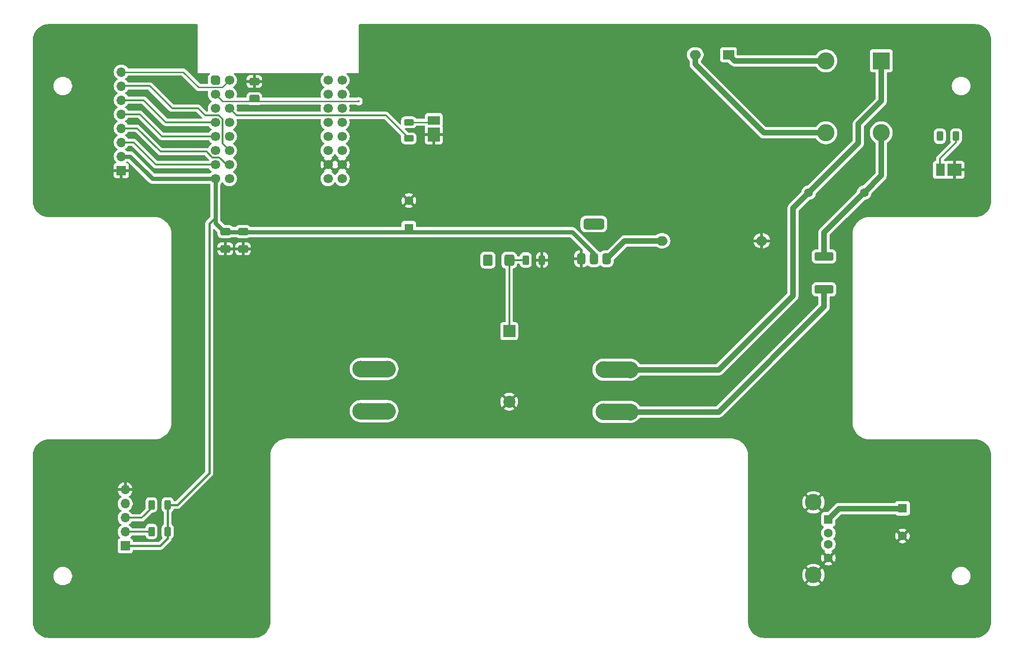
<source format=gtl>
%TF.GenerationSoftware,KiCad,Pcbnew,9.0.4*%
%TF.CreationDate,2025-12-11T10:44:19+01:00*%
%TF.ProjectId,pvmeter,70766d65-7465-4722-9e6b-696361645f70,1.4*%
%TF.SameCoordinates,Original*%
%TF.FileFunction,Copper,L1,Top*%
%TF.FilePolarity,Positive*%
%FSLAX46Y46*%
G04 Gerber Fmt 4.6, Leading zero omitted, Abs format (unit mm)*
G04 Created by KiCad (PCBNEW 9.0.4) date 2025-12-11 10:44:19*
%MOMM*%
%LPD*%
G01*
G04 APERTURE LIST*
G04 Aperture macros list*
%AMRoundRect*
0 Rectangle with rounded corners*
0 $1 Rounding radius*
0 $2 $3 $4 $5 $6 $7 $8 $9 X,Y pos of 4 corners*
0 Add a 4 corners polygon primitive as box body*
4,1,4,$2,$3,$4,$5,$6,$7,$8,$9,$2,$3,0*
0 Add four circle primitives for the rounded corners*
1,1,$1+$1,$2,$3*
1,1,$1+$1,$4,$5*
1,1,$1+$1,$6,$7*
1,1,$1+$1,$8,$9*
0 Add four rect primitives between the rounded corners*
20,1,$1+$1,$2,$3,$4,$5,0*
20,1,$1+$1,$4,$5,$6,$7,0*
20,1,$1+$1,$6,$7,$8,$9,0*
20,1,$1+$1,$8,$9,$2,$3,0*%
%AMFreePoly0*
4,1,19,-0.850000,0.510000,-0.510000,0.850000,0.255000,0.850000,0.408997,0.829726,0.552500,0.770285,0.675729,0.675729,0.770285,0.552500,0.829726,0.408997,0.850000,0.255000,0.850000,-0.510000,0.510000,-0.850000,-0.255000,-0.850000,-0.408997,-0.829726,-0.552500,-0.770285,-0.675729,-0.675729,-0.770285,-0.552500,-0.829726,-0.408997,-0.850000,-0.255000,-0.850000,0.510000,-0.850000,0.510000,
$1*%
G04 Aperture macros list end*
%TA.AperFunction,ComponentPad*%
%ADD10R,1.600000X1.600000*%
%TD*%
%TA.AperFunction,ComponentPad*%
%ADD11C,1.600000*%
%TD*%
%TA.AperFunction,SMDPad,CuDef*%
%ADD12RoundRect,0.250000X0.625000X-0.312500X0.625000X0.312500X-0.625000X0.312500X-0.625000X-0.312500X0*%
%TD*%
%TA.AperFunction,SMDPad,CuDef*%
%ADD13R,2.200000X2.500000*%
%TD*%
%TA.AperFunction,SMDPad,CuDef*%
%ADD14R,2.200000X1.550000*%
%TD*%
%TA.AperFunction,SMDPad,CuDef*%
%ADD15RoundRect,0.250000X-0.312500X-0.625000X0.312500X-0.625000X0.312500X0.625000X-0.312500X0.625000X0*%
%TD*%
%TA.AperFunction,ComponentPad*%
%ADD16C,3.000000*%
%TD*%
%TA.AperFunction,SMDPad,CuDef*%
%ADD17RoundRect,0.375000X0.375000X-0.625000X0.375000X0.625000X-0.375000X0.625000X-0.375000X-0.625000X0*%
%TD*%
%TA.AperFunction,SMDPad,CuDef*%
%ADD18RoundRect,0.500000X1.400000X-0.500000X1.400000X0.500000X-1.400000X0.500000X-1.400000X-0.500000X0*%
%TD*%
%TA.AperFunction,SMDPad,CuDef*%
%ADD19RoundRect,0.250000X-0.650000X0.412500X-0.650000X-0.412500X0.650000X-0.412500X0.650000X0.412500X0*%
%TD*%
%TA.AperFunction,SMDPad,CuDef*%
%ADD20RoundRect,0.307018X-0.567982X-0.692982X0.567982X-0.692982X0.567982X0.692982X-0.567982X0.692982X0*%
%TD*%
%TA.AperFunction,SMDPad,CuDef*%
%ADD21RoundRect,0.315790X-0.584210X-0.684210X0.584210X-0.684210X0.584210X0.684210X-0.584210X0.684210X0*%
%TD*%
%TA.AperFunction,ComponentPad*%
%ADD22FreePoly0,0.000000*%
%TD*%
%TA.AperFunction,ComponentPad*%
%ADD23C,1.700000*%
%TD*%
%TA.AperFunction,ComponentPad*%
%ADD24R,1.700000X1.700000*%
%TD*%
%TA.AperFunction,ComponentPad*%
%ADD25O,1.700000X1.700000*%
%TD*%
%TA.AperFunction,SMDPad,CuDef*%
%ADD26RoundRect,0.250000X0.650000X-0.412500X0.650000X0.412500X-0.650000X0.412500X-0.650000X-0.412500X0*%
%TD*%
%TA.AperFunction,ComponentPad*%
%ADD27O,2.000000X1.700000*%
%TD*%
%TA.AperFunction,ComponentPad*%
%ADD28R,2.000000X1.700000*%
%TD*%
%TA.AperFunction,ComponentPad*%
%ADD29R,2.200000X2.200000*%
%TD*%
%TA.AperFunction,ComponentPad*%
%ADD30C,2.200000*%
%TD*%
%TA.AperFunction,SMDPad,CuDef*%
%ADD31RoundRect,0.250000X0.312500X0.625000X-0.312500X0.625000X-0.312500X-0.625000X0.312500X-0.625000X0*%
%TD*%
%TA.AperFunction,ComponentPad*%
%ADD32R,1.500000X1.600000*%
%TD*%
%TA.AperFunction,SMDPad,CuDef*%
%ADD33RoundRect,0.249999X1.425001X-0.512501X1.425001X0.512501X-1.425001X0.512501X-1.425001X-0.512501X0*%
%TD*%
%TA.AperFunction,SMDPad,CuDef*%
%ADD34R,2.500000X2.200000*%
%TD*%
%TA.AperFunction,SMDPad,CuDef*%
%ADD35R,1.550000X2.200000*%
%TD*%
%TA.AperFunction,ComponentPad*%
%ADD36C,3.100000*%
%TD*%
%TA.AperFunction,ComponentPad*%
%ADD37R,3.100000X3.100000*%
%TD*%
%TA.AperFunction,ViaPad*%
%ADD38C,0.450000*%
%TD*%
%TA.AperFunction,Conductor*%
%ADD39C,0.800000*%
%TD*%
%TA.AperFunction,Conductor*%
%ADD40C,0.400000*%
%TD*%
%TA.AperFunction,Conductor*%
%ADD41C,0.300000*%
%TD*%
%TA.AperFunction,Conductor*%
%ADD42C,0.250000*%
%TD*%
%TA.AperFunction,Conductor*%
%ADD43C,1.000000*%
%TD*%
%TA.AperFunction,Conductor*%
%ADD44C,3.000000*%
%TD*%
G04 APERTURE END LIST*
D10*
X137900000Y-77930000D03*
D11*
X137900000Y-72930000D03*
X226920000Y-133510000D03*
D10*
X226920000Y-128510000D03*
D12*
X137900000Y-61725000D03*
X137900000Y-58800000D03*
D13*
X142400000Y-61017500D03*
D14*
X142400000Y-58442500D03*
D15*
X91487500Y-127900000D03*
X94412500Y-127900000D03*
D16*
X173041250Y-103470000D03*
X173041250Y-111090000D03*
D15*
X91487500Y-132700000D03*
X94412500Y-132700000D03*
D17*
X168975000Y-83462500D03*
X171275000Y-83462500D03*
X173575000Y-83462500D03*
D18*
X171275000Y-77162500D03*
D19*
X104800000Y-78527500D03*
X104800000Y-81652500D03*
D20*
X152157500Y-83700000D03*
D21*
X156007500Y-83700000D03*
D22*
X103010000Y-51200000D03*
D23*
X103010000Y-53740000D03*
X103010000Y-56280000D03*
X103010000Y-58820000D03*
X103010000Y-61360000D03*
X103010000Y-63900000D03*
X103010000Y-66440000D03*
X103010000Y-68980000D03*
X125870000Y-68980000D03*
X125870000Y-66440000D03*
X125870000Y-63900000D03*
X125870000Y-61360000D03*
X125870000Y-58820000D03*
X125870000Y-56280000D03*
X125870000Y-53740000D03*
X125870000Y-51200000D03*
X105550000Y-51200000D03*
X105550000Y-53740000D03*
X105550000Y-56280000D03*
X105550000Y-58820000D03*
X105550000Y-61360000D03*
X105550000Y-63900000D03*
X105550000Y-66440000D03*
X105550000Y-68980000D03*
X123330000Y-68980000D03*
X123330000Y-66440000D03*
X123330000Y-63900000D03*
X123330000Y-61360000D03*
X123330000Y-58820000D03*
X123330000Y-56280000D03*
X123330000Y-53740000D03*
X123330000Y-51200000D03*
D24*
X86750000Y-135300000D03*
D25*
X86750000Y-132760000D03*
X86750000Y-130220000D03*
X86750000Y-127680000D03*
X86750000Y-125140000D03*
D11*
X220010000Y-71500000D03*
X210010000Y-71500000D03*
D26*
X110040000Y-54542500D03*
X110040000Y-51417500D03*
D27*
X189550000Y-46600000D03*
D28*
X195550000Y-46600000D03*
D27*
X201550000Y-80200000D03*
X183550000Y-80200000D03*
D16*
X177785000Y-103490000D03*
X177785000Y-111110000D03*
D29*
X156000000Y-96512500D03*
D30*
X156000000Y-109262500D03*
D24*
X86050000Y-67510000D03*
D25*
X86050000Y-64970000D03*
X86050000Y-62430000D03*
X86050000Y-59890000D03*
X86050000Y-57350000D03*
X86050000Y-54810000D03*
X86050000Y-52270000D03*
X86050000Y-49730000D03*
D19*
X108000000Y-78527500D03*
X108000000Y-81652500D03*
D31*
X161915000Y-83670000D03*
X158990000Y-83670000D03*
D32*
X213560000Y-130493400D03*
D11*
X213560000Y-132993400D03*
X213560000Y-134993400D03*
X213560000Y-137493400D03*
D16*
X210850000Y-127423400D03*
X210850000Y-140563400D03*
D33*
X212780000Y-88987500D03*
X212780000Y-83012500D03*
D15*
X233675000Y-61300000D03*
X236600000Y-61300000D03*
D34*
X236300000Y-67400000D03*
D35*
X233725000Y-67400000D03*
D16*
X129240000Y-110960000D03*
X129240000Y-103340000D03*
D36*
X223100000Y-60700000D03*
X213100000Y-60700000D03*
D37*
X223100000Y-47700000D03*
D36*
X213100000Y-47700000D03*
D16*
X134010000Y-110960000D03*
X134010000Y-103340000D03*
D38*
X171300000Y-83425000D03*
X233700000Y-61300000D03*
X80000000Y-141000000D03*
X140000000Y-51000000D03*
X220000000Y-131000000D03*
X240000000Y-51000000D03*
X100000000Y-91000000D03*
X100000000Y-111000000D03*
X210000000Y-91000000D03*
X210000000Y-81000000D03*
X220000000Y-141000000D03*
X240000000Y-151000000D03*
X110000000Y-141000000D03*
X100000000Y-131000000D03*
X95000000Y-65300000D03*
X95000000Y-60050000D03*
X80000000Y-131000000D03*
X160000000Y-111000000D03*
X130000000Y-71000000D03*
X210000000Y-101000000D03*
X170000000Y-111000000D03*
X210000000Y-131000000D03*
X110000000Y-91000000D03*
X150000000Y-71000000D03*
X90000000Y-141000000D03*
X200000000Y-141000000D03*
X80000000Y-51000000D03*
X110000000Y-101000000D03*
X190000000Y-71000000D03*
X240000000Y-71000000D03*
X150000000Y-81000000D03*
X220000000Y-51000000D03*
X90000000Y-71000000D03*
X200000000Y-111000000D03*
X180000000Y-91000000D03*
X90000000Y-121000000D03*
X220000000Y-151000000D03*
X180000000Y-71000000D03*
X130000000Y-51000000D03*
X200000000Y-61000000D03*
X190000000Y-51000000D03*
X100000000Y-121000000D03*
X190000000Y-81000000D03*
X150000000Y-51000000D03*
X200000000Y-101000000D03*
X114100000Y-56100000D03*
X200000000Y-51000000D03*
X120000000Y-111000000D03*
X95000000Y-57550000D03*
X180000000Y-61000000D03*
X160000000Y-101000000D03*
X150000000Y-91000000D03*
X210000000Y-121000000D03*
X90000000Y-51000000D03*
X140000000Y-61000000D03*
X230000000Y-151000000D03*
X170000000Y-71000000D03*
X110000000Y-121000000D03*
X200000000Y-81000000D03*
X160000000Y-71000000D03*
X110000000Y-61000000D03*
X150000000Y-101000000D03*
X220000000Y-121000000D03*
X200000000Y-131000000D03*
X110000000Y-131000000D03*
X95000000Y-62700000D03*
X170000000Y-101000000D03*
X230000000Y-141000000D03*
X100000000Y-71000000D03*
X160000000Y-81000000D03*
X230000000Y-71000000D03*
X210000000Y-151000000D03*
X170000000Y-91000000D03*
X230000000Y-61000000D03*
X110000000Y-111000000D03*
X114300000Y-52720391D03*
X130000000Y-61000000D03*
X150000000Y-111000000D03*
X200000000Y-91000000D03*
X140000000Y-101000000D03*
X140000000Y-111000000D03*
X240000000Y-131000000D03*
X240000000Y-61000000D03*
X210000000Y-111000000D03*
X180000000Y-51000000D03*
X210000000Y-51000000D03*
X180000000Y-101000000D03*
X120000000Y-101000000D03*
X240000000Y-121000000D03*
X110000000Y-81000000D03*
X80000000Y-71000000D03*
X170000000Y-61000000D03*
X230000000Y-131000000D03*
X190000000Y-91000000D03*
X110000000Y-51000000D03*
X120000000Y-61000000D03*
X240000000Y-141000000D03*
X100000000Y-141000000D03*
X95000000Y-67600000D03*
X160000000Y-51000000D03*
X110000000Y-71000000D03*
X120000000Y-51000000D03*
X130000000Y-81000000D03*
X80000000Y-61000000D03*
X120000000Y-81000000D03*
X100000000Y-51000000D03*
X140000000Y-71000000D03*
X170000000Y-51000000D03*
X130000000Y-91000000D03*
X190000000Y-61000000D03*
X200000000Y-71000000D03*
X100000000Y-81000000D03*
X150000000Y-61000000D03*
X190000000Y-101000000D03*
X160000000Y-91000000D03*
X230000000Y-51000000D03*
X100000000Y-101000000D03*
X230000000Y-121000000D03*
X120000000Y-91000000D03*
X120000000Y-71000000D03*
X200000000Y-121000000D03*
X80000000Y-121000000D03*
X140000000Y-91000000D03*
X152157500Y-83700000D03*
X128850000Y-55000000D03*
D39*
X86050000Y-64970000D02*
X87670000Y-64970000D01*
X137100000Y-78647349D02*
X104672349Y-78647349D01*
X167397349Y-78647349D02*
X137100000Y-78647349D01*
D40*
X94412500Y-132700000D02*
X94412500Y-127900000D01*
D39*
X87670000Y-64970000D02*
X91680000Y-68980000D01*
D40*
X93050000Y-135300000D02*
X94412500Y-133937500D01*
D39*
X104672349Y-78647349D02*
X103010000Y-76985000D01*
X171275000Y-83462500D02*
X171275000Y-82525000D01*
D40*
X94412500Y-133937500D02*
X94412500Y-132700000D01*
X101920000Y-77100000D02*
X103010000Y-76010000D01*
X101920000Y-122170000D02*
X101920000Y-77100000D01*
D39*
X103010000Y-76985000D02*
X103010000Y-68980000D01*
D40*
X94412500Y-127900000D02*
X96190000Y-127900000D01*
X86750000Y-135300000D02*
X93050000Y-135300000D01*
D39*
X91680000Y-68980000D02*
X103010000Y-68980000D01*
D40*
X96190000Y-127900000D02*
X101920000Y-122170000D01*
D39*
X171275000Y-82525000D02*
X167397349Y-78647349D01*
D41*
X236600000Y-62425000D02*
X233675000Y-65350000D01*
X233675000Y-65350000D02*
X233675000Y-67350000D01*
X236600000Y-61300000D02*
X236600000Y-62425000D01*
X233675000Y-67350000D02*
X233725000Y-67400000D01*
D42*
X142042500Y-58800000D02*
X142400000Y-58442500D01*
X138300000Y-58800000D02*
X142042500Y-58800000D01*
D41*
X137900000Y-61700000D02*
X137900000Y-61725000D01*
X105550000Y-56280000D02*
X106820000Y-57550000D01*
X133750000Y-57550000D02*
X137900000Y-61700000D01*
X106820000Y-57550000D02*
X133750000Y-57550000D01*
X89780000Y-130220000D02*
X91487500Y-128512500D01*
X91487500Y-128512500D02*
X91487500Y-127900000D01*
X86750000Y-130220000D02*
X89780000Y-130220000D01*
D42*
X103010000Y-53740000D02*
X104270000Y-55000000D01*
X104270000Y-55000000D02*
X128850000Y-55000000D01*
D41*
X101400000Y-64100000D02*
X102450000Y-65150000D01*
X88890000Y-59890000D02*
X93100000Y-64100000D01*
X102450000Y-65150000D02*
X103750000Y-65150000D01*
X93100000Y-64100000D02*
X101400000Y-64100000D01*
X105040000Y-66440000D02*
X105550000Y-66440000D01*
X103750000Y-65150000D02*
X105040000Y-66440000D01*
X86050000Y-59890000D02*
X88890000Y-59890000D01*
X91427500Y-132760000D02*
X91487500Y-132700000D01*
X86750000Y-132760000D02*
X91427500Y-132760000D01*
X92300000Y-66450000D02*
X88280000Y-62430000D01*
X103010000Y-66440000D02*
X103000000Y-66450000D01*
X88280000Y-62430000D02*
X86050000Y-62430000D01*
X103000000Y-66450000D02*
X92300000Y-66450000D01*
X104300000Y-58250000D02*
X103600000Y-57550000D01*
X105550000Y-63900000D02*
X104300000Y-62650000D01*
X91210000Y-52250000D02*
X86070000Y-52250000D01*
X86070000Y-52250000D02*
X86050000Y-52270000D01*
X103600000Y-57550000D02*
X101170000Y-57550000D01*
X99870000Y-56250000D02*
X95210000Y-56250000D01*
X101170000Y-57550000D02*
X99870000Y-56250000D01*
X104300000Y-62650000D02*
X104300000Y-58250000D01*
X95210000Y-56250000D02*
X91210000Y-52250000D01*
D42*
X97210000Y-49730000D02*
X86050000Y-49730000D01*
X105550000Y-51200000D02*
X104250000Y-52500000D01*
X104250000Y-52500000D02*
X99980000Y-52500000D01*
X99980000Y-52500000D02*
X97210000Y-49730000D01*
D43*
X218970000Y-62540000D02*
X218970000Y-59090000D01*
X207180000Y-74330000D02*
X218970000Y-62540000D01*
X177785000Y-103490000D02*
X177795000Y-103500000D01*
X218970000Y-59090000D02*
X223100000Y-54960000D01*
X177795000Y-103500000D02*
X193800000Y-103500000D01*
D44*
X177765000Y-103470000D02*
X173041250Y-103470000D01*
D43*
X193800000Y-103500000D02*
X207180000Y-90120000D01*
D44*
X177785000Y-103490000D02*
X177765000Y-103470000D01*
D43*
X223100000Y-54960000D02*
X223100000Y-47700000D01*
X207180000Y-90120000D02*
X207180000Y-74330000D01*
X177805178Y-111130178D02*
X193769822Y-111130178D01*
X177785000Y-111110000D02*
X177805178Y-111130178D01*
X212780000Y-92120000D02*
X212780000Y-88987500D01*
D44*
X177765000Y-111090000D02*
X177785000Y-111110000D01*
X173070000Y-111090000D02*
X177765000Y-111090000D01*
D43*
X193769822Y-111130178D02*
X212780000Y-92120000D01*
D41*
X156007500Y-96505000D02*
X156000000Y-96512500D01*
X156080000Y-83670000D02*
X158990000Y-83670000D01*
X156007500Y-83700000D02*
X156007500Y-96505000D01*
X156007500Y-83700000D02*
X156050000Y-83700000D01*
X156050000Y-83700000D02*
X156080000Y-83670000D01*
X103010000Y-58820000D02*
X102990000Y-58800000D01*
X94100000Y-58800000D02*
X90100000Y-54800000D01*
X102990000Y-58800000D02*
X94100000Y-58800000D01*
X90100000Y-54800000D02*
X86060000Y-54800000D01*
X86060000Y-54800000D02*
X86050000Y-54810000D01*
X93400000Y-61350000D02*
X89400000Y-57350000D01*
X89400000Y-57350000D02*
X86050000Y-57350000D01*
X103010000Y-61360000D02*
X103000000Y-61350000D01*
X103000000Y-61350000D02*
X93400000Y-61350000D01*
D43*
X226880000Y-128580000D02*
X226900000Y-128560000D01*
X183525000Y-80225000D02*
X183550000Y-80200000D01*
X183450000Y-80200000D02*
X183550000Y-80200000D01*
X176825000Y-80225000D02*
X183525000Y-80225000D01*
X173587500Y-83462500D02*
X176825000Y-80225000D01*
X213560000Y-130490000D02*
X213560000Y-130493400D01*
X173575000Y-83462500D02*
X173587500Y-83462500D01*
X213560000Y-130493400D02*
X215473400Y-128580000D01*
X215473400Y-128580000D02*
X226880000Y-128580000D01*
X213100000Y-60700000D02*
X201925000Y-60700000D01*
X201925000Y-60700000D02*
X189550000Y-48325000D01*
X189550000Y-48325000D02*
X189550000Y-46600000D01*
X196650000Y-47700000D02*
X195550000Y-46600000D01*
X213100000Y-47700000D02*
X196650000Y-47700000D01*
X212780000Y-78710000D02*
X219990000Y-71500000D01*
X220010000Y-71500000D02*
X223100000Y-68410000D01*
X212780000Y-83012500D02*
X212780000Y-78710000D01*
X219990000Y-71500000D02*
X220010000Y-71500000D01*
X223100000Y-68410000D02*
X223100000Y-60700000D01*
D44*
X134010000Y-103340000D02*
X129240000Y-103340000D01*
X134010000Y-110960000D02*
X129240000Y-110960000D01*
%TA.AperFunction,Conductor*%
G36*
X99742121Y-41095502D02*
G01*
X99788614Y-41149158D01*
X99800000Y-41201500D01*
X99800000Y-49900000D01*
X101926682Y-49900000D01*
X101994803Y-49920002D01*
X102041296Y-49973658D01*
X102051400Y-50043932D01*
X102021906Y-50108512D01*
X102015790Y-50115081D01*
X101893390Y-50237482D01*
X101771003Y-50359868D01*
X101770991Y-50359881D01*
X101718188Y-50427855D01*
X101718187Y-50427856D01*
X101712321Y-50442018D01*
X101662229Y-50562951D01*
X101660779Y-50574500D01*
X101651500Y-50648372D01*
X101651500Y-51539246D01*
X101651501Y-51539266D01*
X101653918Y-51579837D01*
X101654321Y-51586602D01*
X101676279Y-51687541D01*
X101681973Y-51713717D01*
X101676907Y-51784533D01*
X101634360Y-51841369D01*
X101567840Y-51866179D01*
X101558852Y-51866500D01*
X100294595Y-51866500D01*
X100226474Y-51846498D01*
X100205500Y-51829595D01*
X97613835Y-49237931D01*
X97613833Y-49237929D01*
X97510075Y-49168600D01*
X97394785Y-49120845D01*
X97321086Y-49106185D01*
X97272396Y-49096500D01*
X97272394Y-49096500D01*
X87329109Y-49096500D01*
X87260988Y-49076498D01*
X87216844Y-49027706D01*
X87216830Y-49027678D01*
X87211894Y-49017991D01*
X87086206Y-48844996D01*
X87086203Y-48844993D01*
X87086201Y-48844990D01*
X86935009Y-48693798D01*
X86935006Y-48693796D01*
X86935004Y-48693794D01*
X86804781Y-48599182D01*
X86762012Y-48568108D01*
X86762011Y-48568107D01*
X86762009Y-48568106D01*
X86571483Y-48471028D01*
X86571480Y-48471027D01*
X86571478Y-48471026D01*
X86368120Y-48404952D01*
X86368123Y-48404952D01*
X86328801Y-48398724D01*
X86156916Y-48371500D01*
X85943084Y-48371500D01*
X85731884Y-48404951D01*
X85731878Y-48404952D01*
X85528521Y-48471026D01*
X85528515Y-48471029D01*
X85337987Y-48568108D01*
X85164993Y-48693796D01*
X85164990Y-48693798D01*
X85013798Y-48844990D01*
X85013796Y-48844993D01*
X84888108Y-49017987D01*
X84791029Y-49208515D01*
X84791026Y-49208521D01*
X84724952Y-49411878D01*
X84724951Y-49411883D01*
X84724951Y-49411884D01*
X84691500Y-49623084D01*
X84691500Y-49836916D01*
X84724951Y-50048116D01*
X84724952Y-50048121D01*
X84789571Y-50247000D01*
X84791028Y-50251483D01*
X84883156Y-50432294D01*
X84888108Y-50442012D01*
X84899156Y-50457218D01*
X85013794Y-50615004D01*
X85013796Y-50615006D01*
X85013798Y-50615009D01*
X85164990Y-50766201D01*
X85164993Y-50766203D01*
X85164996Y-50766206D01*
X85337991Y-50891894D01*
X85337996Y-50891896D01*
X85339088Y-50892566D01*
X85339418Y-50892931D01*
X85341996Y-50894804D01*
X85341602Y-50895345D01*
X85386721Y-50945213D01*
X85398328Y-51015255D01*
X85370226Y-51080453D01*
X85341870Y-51105023D01*
X85341996Y-51105196D01*
X85339982Y-51106658D01*
X85339088Y-51107434D01*
X85337987Y-51108108D01*
X85164993Y-51233796D01*
X85164990Y-51233798D01*
X85013798Y-51384990D01*
X85013796Y-51384993D01*
X84888108Y-51557987D01*
X84791029Y-51748515D01*
X84791026Y-51748521D01*
X84724952Y-51951878D01*
X84724951Y-51951883D01*
X84724951Y-51951884D01*
X84691500Y-52163084D01*
X84691500Y-52376916D01*
X84724933Y-52588000D01*
X84724952Y-52588121D01*
X84790457Y-52789726D01*
X84791028Y-52791483D01*
X84888106Y-52982009D01*
X84888108Y-52982012D01*
X84895833Y-52992645D01*
X85013794Y-53155004D01*
X85013796Y-53155006D01*
X85013798Y-53155009D01*
X85164990Y-53306201D01*
X85164993Y-53306203D01*
X85164996Y-53306206D01*
X85337991Y-53431894D01*
X85337996Y-53431896D01*
X85339088Y-53432566D01*
X85339418Y-53432931D01*
X85341996Y-53434804D01*
X85341602Y-53435345D01*
X85386721Y-53485213D01*
X85398328Y-53555255D01*
X85370226Y-53620453D01*
X85341870Y-53645023D01*
X85341996Y-53645196D01*
X85339982Y-53646658D01*
X85339088Y-53647434D01*
X85337987Y-53648108D01*
X85164993Y-53773796D01*
X85164990Y-53773798D01*
X85013798Y-53924990D01*
X85013796Y-53924993D01*
X84888108Y-54097987D01*
X84791029Y-54288515D01*
X84791026Y-54288521D01*
X84724952Y-54491878D01*
X84724951Y-54491883D01*
X84724951Y-54491884D01*
X84691500Y-54703084D01*
X84691500Y-54916916D01*
X84716102Y-55072243D01*
X84724952Y-55128121D01*
X84791026Y-55331478D01*
X84791028Y-55331483D01*
X84888106Y-55522009D01*
X85013794Y-55695004D01*
X85013796Y-55695006D01*
X85013798Y-55695009D01*
X85164990Y-55846201D01*
X85164993Y-55846203D01*
X85164996Y-55846206D01*
X85337991Y-55971894D01*
X85337996Y-55971896D01*
X85339088Y-55972566D01*
X85339418Y-55972931D01*
X85341996Y-55974804D01*
X85341602Y-55975345D01*
X85386721Y-56025213D01*
X85398328Y-56095255D01*
X85370226Y-56160453D01*
X85341870Y-56185023D01*
X85341996Y-56185196D01*
X85339982Y-56186658D01*
X85339088Y-56187434D01*
X85337987Y-56188108D01*
X85164993Y-56313796D01*
X85164990Y-56313798D01*
X85013798Y-56464990D01*
X85013796Y-56464993D01*
X84888108Y-56637987D01*
X84791029Y-56828515D01*
X84791026Y-56828521D01*
X84724952Y-57031878D01*
X84724951Y-57031883D01*
X84724951Y-57031884D01*
X84691500Y-57243084D01*
X84691500Y-57456916D01*
X84724951Y-57668116D01*
X84724952Y-57668121D01*
X84791026Y-57871478D01*
X84791028Y-57871483D01*
X84888106Y-58062009D01*
X85013794Y-58235004D01*
X85013796Y-58235006D01*
X85013798Y-58235009D01*
X85164990Y-58386201D01*
X85164993Y-58386203D01*
X85164996Y-58386206D01*
X85337991Y-58511894D01*
X85337996Y-58511896D01*
X85339088Y-58512566D01*
X85339418Y-58512931D01*
X85341996Y-58514804D01*
X85341602Y-58515345D01*
X85386721Y-58565213D01*
X85398328Y-58635255D01*
X85370226Y-58700453D01*
X85341870Y-58725023D01*
X85341996Y-58725196D01*
X85339982Y-58726658D01*
X85339088Y-58727434D01*
X85337987Y-58728108D01*
X85164993Y-58853796D01*
X85164990Y-58853798D01*
X85013798Y-59004990D01*
X85013796Y-59004993D01*
X84888108Y-59177987D01*
X84791029Y-59368515D01*
X84791026Y-59368521D01*
X84724952Y-59571878D01*
X84724951Y-59571883D01*
X84724951Y-59571884D01*
X84691500Y-59783084D01*
X84691500Y-59996916D01*
X84722877Y-60195023D01*
X84724952Y-60208121D01*
X84771786Y-60352262D01*
X84791028Y-60411483D01*
X84888106Y-60602009D01*
X84888108Y-60602012D01*
X84904407Y-60624446D01*
X85013794Y-60775004D01*
X85013796Y-60775006D01*
X85013798Y-60775009D01*
X85164990Y-60926201D01*
X85164993Y-60926203D01*
X85164996Y-60926206D01*
X85337991Y-61051894D01*
X85337996Y-61051896D01*
X85339088Y-61052566D01*
X85339418Y-61052931D01*
X85341996Y-61054804D01*
X85341602Y-61055345D01*
X85386721Y-61105213D01*
X85398328Y-61175255D01*
X85370226Y-61240453D01*
X85341870Y-61265023D01*
X85341996Y-61265196D01*
X85339982Y-61266658D01*
X85339088Y-61267434D01*
X85337987Y-61268108D01*
X85164993Y-61393796D01*
X85164990Y-61393798D01*
X85013798Y-61544990D01*
X85013796Y-61544993D01*
X84888108Y-61717987D01*
X84791029Y-61908515D01*
X84791026Y-61908521D01*
X84724952Y-62111878D01*
X84724951Y-62111883D01*
X84724951Y-62111884D01*
X84691500Y-62323084D01*
X84691500Y-62536916D01*
X84722877Y-62735023D01*
X84724952Y-62748121D01*
X84791026Y-62951478D01*
X84791028Y-62951483D01*
X84888106Y-63142009D01*
X85013794Y-63315004D01*
X85013796Y-63315006D01*
X85013798Y-63315009D01*
X85164990Y-63466201D01*
X85164993Y-63466203D01*
X85164996Y-63466206D01*
X85337991Y-63591894D01*
X85337996Y-63591896D01*
X85339088Y-63592566D01*
X85339418Y-63592931D01*
X85341996Y-63594804D01*
X85341602Y-63595345D01*
X85386721Y-63645213D01*
X85398328Y-63715255D01*
X85370226Y-63780453D01*
X85341870Y-63805023D01*
X85341996Y-63805196D01*
X85339982Y-63806658D01*
X85339088Y-63807434D01*
X85337987Y-63808108D01*
X85164993Y-63933796D01*
X85164990Y-63933798D01*
X85013798Y-64084990D01*
X85013796Y-64084993D01*
X84888108Y-64257987D01*
X84791029Y-64448515D01*
X84791026Y-64448521D01*
X84724952Y-64651878D01*
X84724951Y-64651883D01*
X84724951Y-64651884D01*
X84691500Y-64863084D01*
X84691500Y-65076916D01*
X84724480Y-65285143D01*
X84724952Y-65288121D01*
X84791026Y-65491478D01*
X84791028Y-65491483D01*
X84888106Y-65682009D01*
X85013794Y-65855004D01*
X85013796Y-65855006D01*
X85013798Y-65855009D01*
X85117159Y-65958370D01*
X85151185Y-66020682D01*
X85146120Y-66091497D01*
X85103573Y-66148333D01*
X85072097Y-66165521D01*
X84954033Y-66209556D01*
X84837095Y-66297095D01*
X84749555Y-66414034D01*
X84749555Y-66414035D01*
X84698505Y-66550906D01*
X84692000Y-66611402D01*
X84692000Y-67256000D01*
X85619297Y-67256000D01*
X85584075Y-67317007D01*
X85550000Y-67444174D01*
X85550000Y-67575826D01*
X85584075Y-67702993D01*
X85619297Y-67764000D01*
X84692000Y-67764000D01*
X84692000Y-68408597D01*
X84698505Y-68469093D01*
X84749555Y-68605964D01*
X84749555Y-68605965D01*
X84837095Y-68722904D01*
X84954034Y-68810444D01*
X85090906Y-68861494D01*
X85151402Y-68867999D01*
X85151415Y-68868000D01*
X85796000Y-68868000D01*
X85796000Y-67940702D01*
X85857007Y-67975925D01*
X85984174Y-68010000D01*
X86115826Y-68010000D01*
X86242993Y-67975925D01*
X86304000Y-67940702D01*
X86304000Y-68868000D01*
X86948585Y-68868000D01*
X86948597Y-68867999D01*
X87009093Y-68861494D01*
X87145964Y-68810444D01*
X87145965Y-68810444D01*
X87262904Y-68722904D01*
X87350444Y-68605965D01*
X87350444Y-68605964D01*
X87401494Y-68469093D01*
X87407999Y-68408597D01*
X87408000Y-68408585D01*
X87408000Y-67764000D01*
X86480703Y-67764000D01*
X86515925Y-67702993D01*
X86550000Y-67575826D01*
X86550000Y-67444174D01*
X86515925Y-67317007D01*
X86480703Y-67256000D01*
X87408000Y-67256000D01*
X87408000Y-66611414D01*
X87407999Y-66611402D01*
X87401494Y-66550906D01*
X87350444Y-66414035D01*
X87350444Y-66414034D01*
X87262904Y-66297095D01*
X87145965Y-66209555D01*
X87027903Y-66165521D01*
X86971067Y-66122974D01*
X86946256Y-66056454D01*
X86961347Y-65987080D01*
X86982840Y-65958370D01*
X87025805Y-65915405D01*
X87088117Y-65881379D01*
X87114900Y-65878500D01*
X87241497Y-65878500D01*
X87309618Y-65898502D01*
X87330592Y-65915405D01*
X90974322Y-69559135D01*
X91100865Y-69685678D01*
X91249664Y-69785102D01*
X91415000Y-69853587D01*
X91561399Y-69882707D01*
X91590520Y-69888500D01*
X91590521Y-69888500D01*
X101945100Y-69888500D01*
X101975015Y-69897283D01*
X102005485Y-69903912D01*
X102010580Y-69907726D01*
X102013221Y-69908502D01*
X102034195Y-69925405D01*
X102064595Y-69955805D01*
X102098621Y-70018117D01*
X102101500Y-70044900D01*
X102101500Y-75864338D01*
X102081498Y-75932459D01*
X102064595Y-75953433D01*
X101369676Y-76648351D01*
X101369671Y-76648357D01*
X101292136Y-76764397D01*
X101268149Y-76822307D01*
X101268149Y-76822308D01*
X101238728Y-76893334D01*
X101211500Y-77030216D01*
X101211500Y-121824339D01*
X101191498Y-121892460D01*
X101174595Y-121913434D01*
X95933434Y-127154595D01*
X95871122Y-127188621D01*
X95844339Y-127191500D01*
X95587375Y-127191500D01*
X95519254Y-127171498D01*
X95472761Y-127117842D01*
X95467770Y-127105132D01*
X95426953Y-126981953D01*
X95417115Y-126952262D01*
X95324030Y-126801348D01*
X95324029Y-126801347D01*
X95324024Y-126801341D01*
X95198658Y-126675975D01*
X95198652Y-126675970D01*
X95146490Y-126643796D01*
X95047738Y-126582885D01*
X94963582Y-126554999D01*
X94879427Y-126527113D01*
X94879420Y-126527112D01*
X94775553Y-126516500D01*
X94049455Y-126516500D01*
X93945574Y-126527112D01*
X93777261Y-126582885D01*
X93626347Y-126675970D01*
X93626341Y-126675975D01*
X93500975Y-126801341D01*
X93500970Y-126801347D01*
X93407885Y-126952262D01*
X93352113Y-127120572D01*
X93352112Y-127120579D01*
X93341500Y-127224446D01*
X93341500Y-128575544D01*
X93352112Y-128679425D01*
X93407885Y-128847738D01*
X93500970Y-128998652D01*
X93500975Y-128998658D01*
X93626341Y-129124024D01*
X93626345Y-129124027D01*
X93626348Y-129124030D01*
X93626350Y-129124031D01*
X93644146Y-129135008D01*
X93691625Y-129187794D01*
X93704000Y-129242249D01*
X93704000Y-131357750D01*
X93683998Y-131425871D01*
X93644150Y-131464989D01*
X93626349Y-131475969D01*
X93626341Y-131475975D01*
X93500975Y-131601341D01*
X93500970Y-131601347D01*
X93407885Y-131752262D01*
X93352113Y-131920572D01*
X93352112Y-131920579D01*
X93341500Y-132024446D01*
X93341500Y-133375544D01*
X93352112Y-133479425D01*
X93407886Y-133647740D01*
X93467134Y-133743797D01*
X93485871Y-133812276D01*
X93464611Y-133880015D01*
X93448989Y-133899038D01*
X92793434Y-134554595D01*
X92731121Y-134588620D01*
X92704338Y-134591500D01*
X88234500Y-134591500D01*
X88166379Y-134571498D01*
X88119886Y-134517842D01*
X88108500Y-134465500D01*
X88108500Y-134401367D01*
X88108499Y-134401350D01*
X88101990Y-134340803D01*
X88101988Y-134340795D01*
X88050889Y-134203797D01*
X88050887Y-134203792D01*
X87963261Y-134086738D01*
X87846207Y-133999112D01*
X87846203Y-133999110D01*
X87728291Y-133955131D01*
X87671455Y-133912585D01*
X87646645Y-133846064D01*
X87661737Y-133776690D01*
X87683226Y-133747983D01*
X87786206Y-133645004D01*
X87894689Y-133495690D01*
X87913035Y-133470439D01*
X87969257Y-133427085D01*
X88014971Y-133418500D01*
X90315939Y-133418500D01*
X90384060Y-133438502D01*
X90430553Y-133492158D01*
X90435540Y-133504859D01*
X90482885Y-133647738D01*
X90493159Y-133664394D01*
X90575970Y-133798652D01*
X90575975Y-133798658D01*
X90701341Y-133924024D01*
X90701345Y-133924027D01*
X90701348Y-133924030D01*
X90852262Y-134017115D01*
X91020574Y-134072887D01*
X91124455Y-134083500D01*
X91850544Y-134083499D01*
X91954426Y-134072887D01*
X92122738Y-134017115D01*
X92273652Y-133924030D01*
X92399030Y-133798652D01*
X92492115Y-133647738D01*
X92547887Y-133479426D01*
X92558500Y-133375545D01*
X92558499Y-132024456D01*
X92547887Y-131920574D01*
X92492115Y-131752262D01*
X92399030Y-131601348D01*
X92399029Y-131601347D01*
X92399024Y-131601341D01*
X92273658Y-131475975D01*
X92273652Y-131475970D01*
X92255849Y-131464989D01*
X92122738Y-131382885D01*
X91999468Y-131342038D01*
X91954427Y-131327113D01*
X91954420Y-131327112D01*
X91850553Y-131316500D01*
X91124455Y-131316500D01*
X91020574Y-131327112D01*
X90852261Y-131382885D01*
X90701347Y-131475970D01*
X90701341Y-131475975D01*
X90575975Y-131601341D01*
X90575970Y-131601347D01*
X90482885Y-131752262D01*
X90427113Y-131920572D01*
X90427112Y-131920579D01*
X90420192Y-131988308D01*
X90393369Y-132054043D01*
X90335266Y-132094841D01*
X90294845Y-132101500D01*
X88014971Y-132101500D01*
X87946850Y-132081498D01*
X87913035Y-132049561D01*
X87849086Y-131961543D01*
X87786206Y-131874996D01*
X87786203Y-131874993D01*
X87786201Y-131874990D01*
X87635009Y-131723798D01*
X87635006Y-131723796D01*
X87635004Y-131723794D01*
X87462009Y-131598106D01*
X87462007Y-131598105D01*
X87460920Y-131597439D01*
X87460591Y-131597075D01*
X87458004Y-131595196D01*
X87458398Y-131594652D01*
X87413283Y-131544796D01*
X87401670Y-131474756D01*
X87429766Y-131409555D01*
X87458130Y-131384978D01*
X87458004Y-131384804D01*
X87460030Y-131383331D01*
X87460920Y-131382561D01*
X87461997Y-131381899D01*
X87462009Y-131381894D01*
X87635004Y-131256206D01*
X87786206Y-131105004D01*
X87911894Y-130932009D01*
X87913035Y-130930439D01*
X87969257Y-130887085D01*
X88014971Y-130878500D01*
X89844857Y-130878500D01*
X89972077Y-130853194D01*
X90091917Y-130803555D01*
X90199769Y-130731491D01*
X91610855Y-129320403D01*
X91673167Y-129286379D01*
X91699950Y-129283499D01*
X91850544Y-129283499D01*
X91954426Y-129272887D01*
X92122738Y-129217115D01*
X92273652Y-129124030D01*
X92399030Y-128998652D01*
X92492115Y-128847738D01*
X92547887Y-128679426D01*
X92558500Y-128575545D01*
X92558499Y-127224456D01*
X92547887Y-127120574D01*
X92492115Y-126952262D01*
X92399030Y-126801348D01*
X92399029Y-126801347D01*
X92399024Y-126801341D01*
X92273658Y-126675975D01*
X92273652Y-126675970D01*
X92221490Y-126643796D01*
X92122738Y-126582885D01*
X92038582Y-126554999D01*
X91954427Y-126527113D01*
X91954420Y-126527112D01*
X91850553Y-126516500D01*
X91124455Y-126516500D01*
X91020574Y-126527112D01*
X90852261Y-126582885D01*
X90701347Y-126675970D01*
X90701341Y-126675975D01*
X90575975Y-126801341D01*
X90575970Y-126801347D01*
X90482885Y-126952262D01*
X90427113Y-127120572D01*
X90427112Y-127120579D01*
X90416500Y-127224446D01*
X90416500Y-128575549D01*
X90416501Y-128575556D01*
X90417524Y-128585574D01*
X90404544Y-128655374D01*
X90381272Y-128687466D01*
X89544145Y-129524595D01*
X89481832Y-129558620D01*
X89455049Y-129561500D01*
X88014971Y-129561500D01*
X87946850Y-129541498D01*
X87913035Y-129509561D01*
X87856247Y-129431399D01*
X87786206Y-129334996D01*
X87786203Y-129334993D01*
X87786201Y-129334990D01*
X87635009Y-129183798D01*
X87635006Y-129183796D01*
X87635004Y-129183794D01*
X87462009Y-129058106D01*
X87462007Y-129058105D01*
X87460920Y-129057439D01*
X87460591Y-129057075D01*
X87458004Y-129055196D01*
X87458398Y-129054652D01*
X87413283Y-129004796D01*
X87401670Y-128934756D01*
X87429766Y-128869555D01*
X87458130Y-128844978D01*
X87458004Y-128844804D01*
X87460030Y-128843331D01*
X87460920Y-128842561D01*
X87461997Y-128841899D01*
X87462009Y-128841894D01*
X87635004Y-128716206D01*
X87786206Y-128565004D01*
X87911894Y-128392009D01*
X88008972Y-128201483D01*
X88075049Y-127998116D01*
X88108500Y-127786916D01*
X88108500Y-127573084D01*
X88075049Y-127361884D01*
X88008972Y-127158517D01*
X87911894Y-126967991D01*
X87786206Y-126794996D01*
X87786203Y-126794993D01*
X87786201Y-126794990D01*
X87635009Y-126643798D01*
X87635006Y-126643796D01*
X87635004Y-126643794D01*
X87551170Y-126582885D01*
X87462006Y-126518103D01*
X87460427Y-126517136D01*
X87459952Y-126516611D01*
X87458004Y-126515196D01*
X87458301Y-126514786D01*
X87412797Y-126464488D01*
X87401191Y-126394446D01*
X87429296Y-126329249D01*
X87457844Y-126304516D01*
X87457742Y-126304376D01*
X87459382Y-126303184D01*
X87460448Y-126302261D01*
X87461754Y-126301460D01*
X87634679Y-126175822D01*
X87785822Y-126024679D01*
X87911463Y-125851750D01*
X88008506Y-125661292D01*
X88008509Y-125661286D01*
X88074559Y-125458004D01*
X88084698Y-125394000D01*
X87180703Y-125394000D01*
X87215925Y-125332993D01*
X87250000Y-125205826D01*
X87250000Y-125074174D01*
X87215925Y-124947007D01*
X87180703Y-124886000D01*
X88084697Y-124886000D01*
X88074559Y-124821995D01*
X88008509Y-124618713D01*
X88008506Y-124618707D01*
X87911463Y-124428249D01*
X87785822Y-124255320D01*
X87634679Y-124104177D01*
X87461750Y-123978536D01*
X87271292Y-123881493D01*
X87271286Y-123881490D01*
X87068004Y-123815440D01*
X87004000Y-123805302D01*
X87004000Y-124709297D01*
X86942993Y-124674075D01*
X86815826Y-124640000D01*
X86684174Y-124640000D01*
X86557007Y-124674075D01*
X86496000Y-124709297D01*
X86496000Y-123805302D01*
X86431995Y-123815440D01*
X86228713Y-123881490D01*
X86228707Y-123881493D01*
X86038249Y-123978536D01*
X85865320Y-124104177D01*
X85714177Y-124255320D01*
X85588536Y-124428249D01*
X85491493Y-124618707D01*
X85491490Y-124618713D01*
X85425440Y-124821995D01*
X85415302Y-124886000D01*
X86319297Y-124886000D01*
X86284075Y-124947007D01*
X86250000Y-125074174D01*
X86250000Y-125205826D01*
X86284075Y-125332993D01*
X86319297Y-125394000D01*
X85415302Y-125394000D01*
X85425440Y-125458004D01*
X85491490Y-125661286D01*
X85491493Y-125661292D01*
X85588536Y-125851750D01*
X85714177Y-126024679D01*
X85865320Y-126175822D01*
X86038244Y-126301460D01*
X86039560Y-126302266D01*
X86039955Y-126302703D01*
X86042258Y-126304376D01*
X86041906Y-126304859D01*
X86087196Y-126354910D01*
X86098809Y-126424950D01*
X86070712Y-126490150D01*
X86041925Y-126515098D01*
X86041996Y-126515196D01*
X86040862Y-126516019D01*
X86039580Y-126517131D01*
X86037998Y-126518100D01*
X85864993Y-126643796D01*
X85864990Y-126643798D01*
X85713798Y-126794990D01*
X85713796Y-126794993D01*
X85588108Y-126967987D01*
X85491029Y-127158515D01*
X85491026Y-127158521D01*
X85424952Y-127361878D01*
X85424951Y-127361883D01*
X85424951Y-127361884D01*
X85391500Y-127573084D01*
X85391500Y-127786916D01*
X85424951Y-127998116D01*
X85424952Y-127998121D01*
X85481635Y-128172575D01*
X85491028Y-128201483D01*
X85548070Y-128313434D01*
X85588108Y-128392012D01*
X85713794Y-128565004D01*
X85713798Y-128565009D01*
X85864990Y-128716201D01*
X85864993Y-128716203D01*
X85864996Y-128716206D01*
X86037991Y-128841894D01*
X86037996Y-128841896D01*
X86039088Y-128842566D01*
X86039418Y-128842931D01*
X86041996Y-128844804D01*
X86041602Y-128845345D01*
X86086721Y-128895213D01*
X86098328Y-128965255D01*
X86070226Y-129030453D01*
X86041870Y-129055023D01*
X86041996Y-129055196D01*
X86039982Y-129056658D01*
X86039088Y-129057434D01*
X86037987Y-129058108D01*
X85864993Y-129183796D01*
X85864990Y-129183798D01*
X85713798Y-129334990D01*
X85713796Y-129334993D01*
X85588108Y-129507987D01*
X85491029Y-129698515D01*
X85491026Y-129698521D01*
X85424952Y-129901878D01*
X85424951Y-129901883D01*
X85424951Y-129901884D01*
X85391500Y-130113084D01*
X85391500Y-130326916D01*
X85424951Y-130538116D01*
X85424952Y-130538121D01*
X85487781Y-130731491D01*
X85491028Y-130741483D01*
X85588106Y-130932009D01*
X85713794Y-131105004D01*
X85713796Y-131105006D01*
X85713798Y-131105009D01*
X85864990Y-131256201D01*
X85864993Y-131256203D01*
X85864996Y-131256206D01*
X86037991Y-131381894D01*
X86037996Y-131381896D01*
X86039088Y-131382566D01*
X86039418Y-131382931D01*
X86041996Y-131384804D01*
X86041602Y-131385345D01*
X86086721Y-131435213D01*
X86098328Y-131505255D01*
X86070226Y-131570453D01*
X86041870Y-131595023D01*
X86041996Y-131595196D01*
X86039982Y-131596658D01*
X86039088Y-131597434D01*
X86037987Y-131598108D01*
X85864993Y-131723796D01*
X85864990Y-131723798D01*
X85713798Y-131874990D01*
X85713796Y-131874993D01*
X85588108Y-132047987D01*
X85491029Y-132238515D01*
X85491026Y-132238521D01*
X85424952Y-132441878D01*
X85424951Y-132441883D01*
X85424951Y-132441884D01*
X85391500Y-132653084D01*
X85391500Y-132866916D01*
X85413830Y-133007900D01*
X85424952Y-133078121D01*
X85491026Y-133281478D01*
X85491028Y-133281483D01*
X85588106Y-133472009D01*
X85713794Y-133645004D01*
X85713796Y-133645006D01*
X85713798Y-133645009D01*
X85816770Y-133747981D01*
X85850796Y-133810293D01*
X85845731Y-133881108D01*
X85803184Y-133937944D01*
X85771708Y-133955131D01*
X85653797Y-133999110D01*
X85653792Y-133999112D01*
X85536738Y-134086738D01*
X85449112Y-134203792D01*
X85449110Y-134203797D01*
X85398011Y-134340795D01*
X85398009Y-134340803D01*
X85391500Y-134401350D01*
X85391500Y-136198649D01*
X85398009Y-136259196D01*
X85398011Y-136259204D01*
X85449110Y-136396202D01*
X85449112Y-136396207D01*
X85536738Y-136513261D01*
X85653792Y-136600887D01*
X85653794Y-136600888D01*
X85653796Y-136600889D01*
X85712875Y-136622924D01*
X85790795Y-136651988D01*
X85790803Y-136651990D01*
X85851350Y-136658499D01*
X85851355Y-136658499D01*
X85851362Y-136658500D01*
X85851368Y-136658500D01*
X87648632Y-136658500D01*
X87648638Y-136658500D01*
X87648645Y-136658499D01*
X87648649Y-136658499D01*
X87709196Y-136651990D01*
X87709199Y-136651989D01*
X87709201Y-136651989D01*
X87846204Y-136600889D01*
X87963261Y-136513261D01*
X88050889Y-136396204D01*
X88094960Y-136278045D01*
X88101988Y-136259204D01*
X88101990Y-136259196D01*
X88108499Y-136198649D01*
X88108500Y-136198632D01*
X88108500Y-136134500D01*
X88128502Y-136066379D01*
X88182158Y-136019886D01*
X88234500Y-136008500D01*
X93119777Y-136008500D01*
X93119782Y-136008500D01*
X93188221Y-135994886D01*
X93256662Y-135981273D01*
X93294427Y-135965630D01*
X93385601Y-135927865D01*
X93501643Y-135850328D01*
X94962828Y-134389143D01*
X95040365Y-134273101D01*
X95093773Y-134144161D01*
X95118307Y-134020819D01*
X95151213Y-133957912D01*
X95175732Y-133938166D01*
X95198652Y-133924030D01*
X95324030Y-133798652D01*
X95417115Y-133647738D01*
X95472887Y-133479426D01*
X95483500Y-133375545D01*
X95483499Y-132024456D01*
X95472887Y-131920574D01*
X95417115Y-131752262D01*
X95324030Y-131601348D01*
X95324029Y-131601347D01*
X95324024Y-131601341D01*
X95198658Y-131475975D01*
X95198654Y-131475972D01*
X95198652Y-131475970D01*
X95192482Y-131472164D01*
X95180850Y-131464989D01*
X95133374Y-131412202D01*
X95121000Y-131357750D01*
X95121000Y-129242249D01*
X95141002Y-129174128D01*
X95180854Y-129135008D01*
X95183324Y-129133483D01*
X95198652Y-129124030D01*
X95324030Y-128998652D01*
X95417115Y-128847738D01*
X95467771Y-128694864D01*
X95508183Y-128636496D01*
X95573739Y-128609240D01*
X95587374Y-128608500D01*
X96259777Y-128608500D01*
X96259782Y-128608500D01*
X96328221Y-128594886D01*
X96396662Y-128581273D01*
X96435938Y-128565004D01*
X96525601Y-128527865D01*
X96641643Y-128450328D01*
X102470328Y-122621642D01*
X102547865Y-122505600D01*
X102601273Y-122376661D01*
X102628500Y-122239781D01*
X102628500Y-122100218D01*
X102628500Y-110828353D01*
X127231500Y-110828353D01*
X127231500Y-111091646D01*
X127265864Y-111352672D01*
X127265865Y-111352678D01*
X127265866Y-111352680D01*
X127334010Y-111606997D01*
X127434766Y-111850243D01*
X127434767Y-111850244D01*
X127434772Y-111850255D01*
X127566407Y-112078253D01*
X127726689Y-112287138D01*
X127726698Y-112287148D01*
X127912851Y-112473301D01*
X127912861Y-112473310D01*
X127912862Y-112473311D01*
X128082282Y-112603311D01*
X128121746Y-112633592D01*
X128349744Y-112765227D01*
X128349748Y-112765228D01*
X128349757Y-112765234D01*
X128593003Y-112865990D01*
X128847320Y-112934134D01*
X128847326Y-112934134D01*
X128847327Y-112934135D01*
X128877281Y-112938078D01*
X129108356Y-112968500D01*
X129108363Y-112968500D01*
X134141637Y-112968500D01*
X134141644Y-112968500D01*
X134402680Y-112934134D01*
X134656997Y-112865990D01*
X134900243Y-112765234D01*
X135128257Y-112633590D01*
X135337138Y-112473311D01*
X135523311Y-112287138D01*
X135683590Y-112078257D01*
X135815234Y-111850243D01*
X135915990Y-111606997D01*
X135984134Y-111352680D01*
X136018500Y-111091644D01*
X136018500Y-110958353D01*
X171032750Y-110958353D01*
X171032750Y-111221646D01*
X171067114Y-111482672D01*
X171067115Y-111482678D01*
X171067116Y-111482680D01*
X171135260Y-111736997D01*
X171236016Y-111980243D01*
X171236017Y-111980244D01*
X171236022Y-111980255D01*
X171367657Y-112208253D01*
X171367659Y-112208256D01*
X171367660Y-112208257D01*
X171428187Y-112287138D01*
X171527939Y-112417138D01*
X171527948Y-112417148D01*
X171714101Y-112603301D01*
X171714111Y-112603310D01*
X171714112Y-112603311D01*
X171753575Y-112633592D01*
X171922996Y-112763592D01*
X172150994Y-112895227D01*
X172150998Y-112895228D01*
X172151007Y-112895234D01*
X172394253Y-112995990D01*
X172648570Y-113064134D01*
X172648576Y-113064134D01*
X172648577Y-113064135D01*
X172678531Y-113068078D01*
X172909606Y-113098500D01*
X172938356Y-113098500D01*
X177493179Y-113098500D01*
X177509625Y-113099578D01*
X177530874Y-113102375D01*
X177653356Y-113118501D01*
X177653363Y-113118501D01*
X177916637Y-113118501D01*
X177916644Y-113118501D01*
X178177680Y-113084134D01*
X178431997Y-113015990D01*
X178675243Y-112915234D01*
X178903257Y-112783590D01*
X179112138Y-112623311D01*
X179298311Y-112437138D01*
X179458590Y-112228257D01*
X179473934Y-112201679D01*
X179525316Y-112152686D01*
X179583054Y-112138678D01*
X193869150Y-112138678D01*
X193869151Y-112138678D01*
X194063991Y-112099922D01*
X194247526Y-112023899D01*
X194412703Y-111913531D01*
X194553175Y-111773059D01*
X194553174Y-111773059D01*
X194612688Y-111713545D01*
X194612687Y-111713545D01*
X213563354Y-92762881D01*
X213673722Y-92597703D01*
X213749744Y-92414168D01*
X213788500Y-92219328D01*
X213788500Y-92020671D01*
X213788500Y-90384500D01*
X213808502Y-90316379D01*
X213862158Y-90269886D01*
X213914500Y-90258500D01*
X214255554Y-90258500D01*
X214314906Y-90252435D01*
X214359427Y-90247887D01*
X214527739Y-90192115D01*
X214678652Y-90099030D01*
X214804030Y-89973652D01*
X214897115Y-89822739D01*
X214952887Y-89654427D01*
X214957435Y-89609906D01*
X214963500Y-89550554D01*
X214963500Y-88424445D01*
X214956677Y-88357673D01*
X214952887Y-88320573D01*
X214897115Y-88152261D01*
X214804030Y-88001348D01*
X214804029Y-88001347D01*
X214804024Y-88001341D01*
X214678658Y-87875975D01*
X214678652Y-87875970D01*
X214527739Y-87782885D01*
X214443583Y-87754999D01*
X214359428Y-87727113D01*
X214359421Y-87727112D01*
X214255554Y-87716500D01*
X214255546Y-87716500D01*
X211304454Y-87716500D01*
X211304446Y-87716500D01*
X211200578Y-87727112D01*
X211200571Y-87727113D01*
X211032261Y-87782885D01*
X210881347Y-87875970D01*
X210881341Y-87875975D01*
X210755975Y-88001341D01*
X210755970Y-88001347D01*
X210662885Y-88152261D01*
X210607113Y-88320571D01*
X210607112Y-88320578D01*
X210596500Y-88424445D01*
X210596500Y-89550554D01*
X210596499Y-89550554D01*
X210606668Y-89650076D01*
X210607113Y-89654427D01*
X210662885Y-89822739D01*
X210755970Y-89973652D01*
X210755975Y-89973658D01*
X210881341Y-90099024D01*
X210881347Y-90099029D01*
X210881348Y-90099030D01*
X211032261Y-90192115D01*
X211200573Y-90247887D01*
X211240527Y-90251968D01*
X211304446Y-90258500D01*
X211304454Y-90258500D01*
X211645500Y-90258500D01*
X211713621Y-90278502D01*
X211760114Y-90332158D01*
X211771500Y-90384500D01*
X211771500Y-91650075D01*
X211751498Y-91718196D01*
X211734595Y-91739170D01*
X193388993Y-110084773D01*
X193326681Y-110118799D01*
X193299898Y-110121678D01*
X179606354Y-110121678D01*
X179538233Y-110101676D01*
X179497234Y-110058677D01*
X179458591Y-109991744D01*
X179449598Y-109980024D01*
X179449598Y-109980025D01*
X179298311Y-109782862D01*
X179112138Y-109596689D01*
X179092138Y-109576689D01*
X178883257Y-109416410D01*
X178883256Y-109416409D01*
X178883253Y-109416407D01*
X178655255Y-109284772D01*
X178655247Y-109284768D01*
X178655243Y-109284766D01*
X178411997Y-109184010D01*
X178157680Y-109115866D01*
X178157678Y-109115865D01*
X178157672Y-109115864D01*
X177896645Y-109081499D01*
X177896644Y-109081499D01*
X177633356Y-109081499D01*
X177629454Y-109081499D01*
X177629422Y-109081500D01*
X172909603Y-109081500D01*
X172648577Y-109115864D01*
X172503393Y-109154766D01*
X172394253Y-109184010D01*
X172204760Y-109262501D01*
X172151005Y-109284767D01*
X172150994Y-109284772D01*
X171922996Y-109416407D01*
X171714111Y-109576689D01*
X171714101Y-109576698D01*
X171527948Y-109762851D01*
X171527939Y-109762861D01*
X171367657Y-109971746D01*
X171236022Y-110199744D01*
X171236017Y-110199755D01*
X171135260Y-110443003D01*
X171067114Y-110697327D01*
X171032750Y-110958353D01*
X136018500Y-110958353D01*
X136018500Y-110828356D01*
X135993411Y-110637784D01*
X135984135Y-110567324D01*
X135979345Y-110549447D01*
X135950823Y-110443003D01*
X135915990Y-110313003D01*
X135815234Y-110069757D01*
X135815228Y-110069748D01*
X135815227Y-110069744D01*
X135683592Y-109841746D01*
X135638408Y-109782861D01*
X135523311Y-109632862D01*
X135523310Y-109632861D01*
X135523301Y-109632851D01*
X135337148Y-109446698D01*
X135337138Y-109446689D01*
X135128253Y-109286407D01*
X135048074Y-109240116D01*
X134900254Y-109154772D01*
X134900249Y-109154769D01*
X134900243Y-109154766D01*
X134854820Y-109135951D01*
X154392000Y-109135951D01*
X154392000Y-109389048D01*
X154431596Y-109639046D01*
X154509806Y-109879753D01*
X154509809Y-109879759D01*
X154624717Y-110105279D01*
X154697639Y-110205648D01*
X154697641Y-110205648D01*
X155434192Y-109469097D01*
X155440889Y-109494091D01*
X155519881Y-109630908D01*
X155631592Y-109742619D01*
X155768409Y-109821611D01*
X155793400Y-109828307D01*
X155056850Y-110564857D01*
X155056850Y-110564859D01*
X155157220Y-110637782D01*
X155382740Y-110752690D01*
X155382746Y-110752693D01*
X155623454Y-110830903D01*
X155623451Y-110830903D01*
X155873451Y-110870500D01*
X156126549Y-110870500D01*
X156376545Y-110830903D01*
X156376547Y-110830903D01*
X156617253Y-110752693D01*
X156617259Y-110752690D01*
X156842775Y-110637784D01*
X156943148Y-110564858D01*
X156943148Y-110564857D01*
X156206598Y-109828307D01*
X156231591Y-109821611D01*
X156368408Y-109742619D01*
X156480119Y-109630908D01*
X156559111Y-109494091D01*
X156565807Y-109469098D01*
X157302357Y-110205648D01*
X157302358Y-110205648D01*
X157375284Y-110105275D01*
X157490190Y-109879759D01*
X157490193Y-109879753D01*
X157568403Y-109639046D01*
X157608000Y-109389048D01*
X157608000Y-109135951D01*
X157568403Y-108885953D01*
X157490193Y-108645246D01*
X157490190Y-108645240D01*
X157375282Y-108419720D01*
X157302359Y-108319350D01*
X157302357Y-108319350D01*
X156565807Y-109055900D01*
X156559111Y-109030909D01*
X156480119Y-108894092D01*
X156368408Y-108782381D01*
X156231591Y-108703389D01*
X156206598Y-108696692D01*
X156943148Y-107960141D01*
X156943148Y-107960139D01*
X156842779Y-107887217D01*
X156617259Y-107772309D01*
X156617253Y-107772306D01*
X156376545Y-107694096D01*
X156376548Y-107694096D01*
X156126549Y-107654500D01*
X155873451Y-107654500D01*
X155623453Y-107694096D01*
X155382746Y-107772306D01*
X155382740Y-107772309D01*
X155157225Y-107887214D01*
X155157224Y-107887215D01*
X155056850Y-107960140D01*
X155056850Y-107960141D01*
X155793401Y-108696692D01*
X155768409Y-108703389D01*
X155631592Y-108782381D01*
X155519881Y-108894092D01*
X155440889Y-109030909D01*
X155434192Y-109055901D01*
X154697641Y-108319350D01*
X154697640Y-108319350D01*
X154624715Y-108419724D01*
X154624714Y-108419725D01*
X154509809Y-108645240D01*
X154509806Y-108645246D01*
X154431596Y-108885953D01*
X154392000Y-109135951D01*
X134854820Y-109135951D01*
X134656997Y-109054010D01*
X134402680Y-108985866D01*
X134402678Y-108985865D01*
X134402672Y-108985864D01*
X134141646Y-108951500D01*
X134141644Y-108951500D01*
X129108356Y-108951500D01*
X129108353Y-108951500D01*
X128847327Y-108985864D01*
X128847320Y-108985866D01*
X128593003Y-109054010D01*
X128395181Y-109135951D01*
X128349755Y-109154767D01*
X128349744Y-109154772D01*
X128121746Y-109286407D01*
X127912861Y-109446689D01*
X127912851Y-109446698D01*
X127726698Y-109632851D01*
X127726689Y-109632861D01*
X127566407Y-109841746D01*
X127434772Y-110069744D01*
X127434767Y-110069755D01*
X127334010Y-110313003D01*
X127265864Y-110567327D01*
X127231500Y-110828353D01*
X102628500Y-110828353D01*
X102628500Y-103208353D01*
X127231500Y-103208353D01*
X127231500Y-103471646D01*
X127265864Y-103732672D01*
X127265865Y-103732678D01*
X127265866Y-103732680D01*
X127334010Y-103986997D01*
X127434766Y-104230243D01*
X127434767Y-104230244D01*
X127434772Y-104230255D01*
X127566407Y-104458253D01*
X127566409Y-104458256D01*
X127566410Y-104458257D01*
X127575224Y-104469744D01*
X127726689Y-104667138D01*
X127726698Y-104667148D01*
X127912851Y-104853301D01*
X127912861Y-104853310D01*
X127912862Y-104853311D01*
X128082282Y-104983311D01*
X128121746Y-105013592D01*
X128349744Y-105145227D01*
X128349748Y-105145228D01*
X128349757Y-105145234D01*
X128593003Y-105245990D01*
X128847320Y-105314134D01*
X128847326Y-105314134D01*
X128847327Y-105314135D01*
X128877281Y-105318078D01*
X129108356Y-105348500D01*
X129108363Y-105348500D01*
X134141637Y-105348500D01*
X134141644Y-105348500D01*
X134402680Y-105314134D01*
X134656997Y-105245990D01*
X134900243Y-105145234D01*
X135128257Y-105013590D01*
X135337138Y-104853311D01*
X135523311Y-104667138D01*
X135683590Y-104458257D01*
X135815234Y-104230243D01*
X135915990Y-103986997D01*
X135984134Y-103732680D01*
X136018500Y-103471644D01*
X136018500Y-103338353D01*
X171032750Y-103338353D01*
X171032750Y-103601646D01*
X171067114Y-103862672D01*
X171067115Y-103862678D01*
X171067116Y-103862680D01*
X171135260Y-104116997D01*
X171236016Y-104360243D01*
X171236017Y-104360244D01*
X171236022Y-104360255D01*
X171367657Y-104588253D01*
X171367659Y-104588256D01*
X171367660Y-104588257D01*
X171428187Y-104667138D01*
X171527939Y-104797138D01*
X171527948Y-104797148D01*
X171714101Y-104983301D01*
X171714111Y-104983310D01*
X171714112Y-104983311D01*
X171753575Y-105013592D01*
X171922996Y-105143592D01*
X172150994Y-105275227D01*
X172150998Y-105275228D01*
X172151007Y-105275234D01*
X172394253Y-105375990D01*
X172648570Y-105444134D01*
X172648576Y-105444134D01*
X172648577Y-105444135D01*
X172678531Y-105448078D01*
X172909606Y-105478500D01*
X177493179Y-105478500D01*
X177509625Y-105479578D01*
X177530874Y-105482375D01*
X177653356Y-105498501D01*
X177653363Y-105498501D01*
X177916637Y-105498501D01*
X177916644Y-105498501D01*
X178103960Y-105473839D01*
X178177675Y-105464135D01*
X178177677Y-105464134D01*
X178177680Y-105464134D01*
X178252321Y-105444134D01*
X178431997Y-105395990D01*
X178675243Y-105295234D01*
X178903257Y-105163590D01*
X179112138Y-105003311D01*
X179298311Y-104817138D01*
X179458590Y-104608257D01*
X179479812Y-104571500D01*
X179531195Y-104522507D01*
X179588931Y-104508500D01*
X193899328Y-104508500D01*
X193899329Y-104508500D01*
X194094169Y-104469744D01*
X194277704Y-104393721D01*
X194442881Y-104283353D01*
X194583353Y-104142881D01*
X207963353Y-90762881D01*
X208073721Y-90597704D01*
X208149744Y-90414169D01*
X208182819Y-90247887D01*
X208188500Y-90219329D01*
X208188500Y-83575554D01*
X210596499Y-83575554D01*
X210607112Y-83679421D01*
X210607113Y-83679428D01*
X210634999Y-83763583D01*
X210662885Y-83847739D01*
X210709924Y-83924000D01*
X210755970Y-83998652D01*
X210755975Y-83998658D01*
X210881341Y-84124024D01*
X210881347Y-84124029D01*
X210881348Y-84124030D01*
X211032261Y-84217115D01*
X211200573Y-84272887D01*
X211240527Y-84276968D01*
X211304446Y-84283500D01*
X211304454Y-84283500D01*
X214255554Y-84283500D01*
X214314906Y-84277435D01*
X214359427Y-84272887D01*
X214527739Y-84217115D01*
X214678652Y-84124030D01*
X214804030Y-83998652D01*
X214897115Y-83847739D01*
X214952887Y-83679427D01*
X214957435Y-83634906D01*
X214963500Y-83575554D01*
X214963500Y-82449445D01*
X214954911Y-82365385D01*
X214952887Y-82345573D01*
X214897115Y-82177261D01*
X214804030Y-82026348D01*
X214804029Y-82026347D01*
X214804024Y-82026341D01*
X214678658Y-81900975D01*
X214678652Y-81900970D01*
X214527739Y-81807885D01*
X214413592Y-81770061D01*
X214359428Y-81752113D01*
X214359421Y-81752112D01*
X214255554Y-81741500D01*
X214255546Y-81741500D01*
X213914500Y-81741500D01*
X213846379Y-81721498D01*
X213799886Y-81667842D01*
X213788500Y-81615500D01*
X213788500Y-79179924D01*
X213808502Y-79111803D01*
X213825405Y-79090829D01*
X216941452Y-75974782D01*
X220077800Y-72838434D01*
X220140110Y-72804410D01*
X220147146Y-72803088D01*
X220316408Y-72776280D01*
X220512290Y-72712634D01*
X220695803Y-72619129D01*
X220862430Y-72498068D01*
X221008068Y-72352430D01*
X221129129Y-72185803D01*
X221222634Y-72002290D01*
X221286280Y-71806408D01*
X221309319Y-71660942D01*
X221339730Y-71596792D01*
X221344637Y-71591595D01*
X223883353Y-69052881D01*
X223993722Y-68887704D01*
X224052332Y-68746204D01*
X224069744Y-68704169D01*
X224108500Y-68509329D01*
X224108500Y-66251350D01*
X232441500Y-66251350D01*
X232441500Y-68548649D01*
X232448009Y-68609196D01*
X232448011Y-68609204D01*
X232499110Y-68746202D01*
X232499112Y-68746207D01*
X232586738Y-68863261D01*
X232703792Y-68950887D01*
X232703794Y-68950888D01*
X232703796Y-68950889D01*
X232718317Y-68956305D01*
X232840795Y-69001988D01*
X232840803Y-69001990D01*
X232901350Y-69008499D01*
X232901355Y-69008499D01*
X232901362Y-69008500D01*
X232901368Y-69008500D01*
X234548632Y-69008500D01*
X234548638Y-69008500D01*
X234548645Y-69008499D01*
X234548649Y-69008499D01*
X234609196Y-69001990D01*
X234609201Y-69001989D01*
X234610528Y-69001494D01*
X234731683Y-68956304D01*
X234802497Y-68951239D01*
X234819748Y-68956305D01*
X234940903Y-69001494D01*
X235001402Y-69007999D01*
X235001415Y-69008000D01*
X236046000Y-69008000D01*
X236554000Y-69008000D01*
X237598585Y-69008000D01*
X237598597Y-69007999D01*
X237659093Y-69001494D01*
X237795964Y-68950444D01*
X237795965Y-68950444D01*
X237912904Y-68862904D01*
X238000444Y-68745965D01*
X238000444Y-68745964D01*
X238051494Y-68609093D01*
X238057999Y-68548597D01*
X238058000Y-68548585D01*
X238058000Y-67654000D01*
X236554000Y-67654000D01*
X236554000Y-69008000D01*
X236046000Y-69008000D01*
X236046000Y-67146000D01*
X236554000Y-67146000D01*
X238058000Y-67146000D01*
X238058000Y-66251414D01*
X238057999Y-66251402D01*
X238051494Y-66190906D01*
X238000444Y-66054035D01*
X238000444Y-66054034D01*
X237912904Y-65937095D01*
X237795965Y-65849555D01*
X237659093Y-65798505D01*
X237598597Y-65792000D01*
X236554000Y-65792000D01*
X236554000Y-67146000D01*
X236046000Y-67146000D01*
X236046000Y-65792000D01*
X235001402Y-65792000D01*
X234940905Y-65798505D01*
X234819746Y-65843695D01*
X234748930Y-65848759D01*
X234731681Y-65843694D01*
X234609204Y-65798011D01*
X234609196Y-65798009D01*
X234548649Y-65791500D01*
X234548638Y-65791500D01*
X234468950Y-65791500D01*
X234400829Y-65771498D01*
X234354336Y-65717842D01*
X234344232Y-65647568D01*
X234373726Y-65582988D01*
X234379855Y-65576405D01*
X235738144Y-64218116D01*
X237111491Y-62844769D01*
X237183555Y-62736917D01*
X237216882Y-62656456D01*
X237261430Y-62601176D01*
X237267114Y-62597453D01*
X237386152Y-62524030D01*
X237511530Y-62398652D01*
X237604615Y-62247738D01*
X237660387Y-62079426D01*
X237671000Y-61975545D01*
X237670999Y-60624456D01*
X237660387Y-60520574D01*
X237604615Y-60352262D01*
X237511530Y-60201348D01*
X237511529Y-60201347D01*
X237511524Y-60201341D01*
X237386158Y-60075975D01*
X237386152Y-60075970D01*
X237322805Y-60036897D01*
X237235238Y-59982885D01*
X237144950Y-59952967D01*
X237066927Y-59927113D01*
X237066920Y-59927112D01*
X236963053Y-59916500D01*
X236236955Y-59916500D01*
X236133074Y-59927112D01*
X235964761Y-59982885D01*
X235813847Y-60075970D01*
X235813841Y-60075975D01*
X235688475Y-60201341D01*
X235688470Y-60201347D01*
X235595385Y-60352262D01*
X235539613Y-60520572D01*
X235539612Y-60520579D01*
X235529000Y-60624446D01*
X235529000Y-61975544D01*
X235539612Y-62079425D01*
X235550366Y-62111878D01*
X235595385Y-62247738D01*
X235638693Y-62317951D01*
X235657430Y-62386429D01*
X235636171Y-62454168D01*
X235620547Y-62473192D01*
X233163513Y-64930226D01*
X233163508Y-64930232D01*
X233091445Y-65038082D01*
X233041807Y-65157919D01*
X233041806Y-65157922D01*
X233016500Y-65285139D01*
X233016500Y-65665941D01*
X232996498Y-65734062D01*
X232942842Y-65780555D01*
X232903969Y-65791219D01*
X232840802Y-65798010D01*
X232840795Y-65798011D01*
X232703797Y-65849110D01*
X232703792Y-65849112D01*
X232586738Y-65936738D01*
X232499112Y-66053792D01*
X232499110Y-66053797D01*
X232448011Y-66190795D01*
X232448009Y-66190803D01*
X232441500Y-66251350D01*
X224108500Y-66251350D01*
X224108500Y-62567439D01*
X224128502Y-62499318D01*
X224171499Y-62458320D01*
X224246095Y-62415253D01*
X224460176Y-62250983D01*
X224650983Y-62060176D01*
X224815253Y-61846095D01*
X224950174Y-61612405D01*
X225053438Y-61363103D01*
X225123279Y-61102455D01*
X225158500Y-60834921D01*
X225158500Y-60624446D01*
X232604000Y-60624446D01*
X232604000Y-61975544D01*
X232614612Y-62079425D01*
X232670385Y-62247738D01*
X232763470Y-62398652D01*
X232763475Y-62398658D01*
X232888841Y-62524024D01*
X232888847Y-62524029D01*
X232888848Y-62524030D01*
X233039762Y-62617115D01*
X233208074Y-62672887D01*
X233311955Y-62683500D01*
X234038044Y-62683499D01*
X234141926Y-62672887D01*
X234310238Y-62617115D01*
X234461152Y-62524030D01*
X234586530Y-62398652D01*
X234679615Y-62247738D01*
X234735387Y-62079426D01*
X234746000Y-61975545D01*
X234745999Y-60624456D01*
X234735387Y-60520574D01*
X234679615Y-60352262D01*
X234586530Y-60201348D01*
X234586529Y-60201347D01*
X234586524Y-60201341D01*
X234461158Y-60075975D01*
X234461152Y-60075970D01*
X234397805Y-60036897D01*
X234310238Y-59982885D01*
X234219950Y-59952967D01*
X234141927Y-59927113D01*
X234141920Y-59927112D01*
X234038053Y-59916500D01*
X233311955Y-59916500D01*
X233208074Y-59927112D01*
X233039761Y-59982885D01*
X232888847Y-60075970D01*
X232888841Y-60075975D01*
X232763475Y-60201341D01*
X232763470Y-60201347D01*
X232670385Y-60352262D01*
X232614613Y-60520572D01*
X232614612Y-60520579D01*
X232604000Y-60624446D01*
X225158500Y-60624446D01*
X225158500Y-60565079D01*
X225123279Y-60297545D01*
X225053438Y-60036897D01*
X224950174Y-59787595D01*
X224950168Y-59787586D01*
X224950167Y-59787582D01*
X224815255Y-59553908D01*
X224815248Y-59553899D01*
X224650983Y-59339824D01*
X224650977Y-59339818D01*
X224650973Y-59339813D01*
X224460186Y-59149026D01*
X224460180Y-59149021D01*
X224460176Y-59149017D01*
X224246095Y-58984747D01*
X224246094Y-58984746D01*
X224246091Y-58984744D01*
X224012417Y-58849832D01*
X224012409Y-58849828D01*
X224012405Y-58849826D01*
X223763103Y-58746562D01*
X223763100Y-58746561D01*
X223763098Y-58746560D01*
X223502448Y-58676719D01*
X223234923Y-58641500D01*
X223234921Y-58641500D01*
X222965079Y-58641500D01*
X222965076Y-58641500D01*
X222697551Y-58676719D01*
X222436901Y-58746560D01*
X222436897Y-58746562D01*
X222187593Y-58849827D01*
X222187582Y-58849832D01*
X221953908Y-58984744D01*
X221739824Y-59149017D01*
X221739813Y-59149026D01*
X221549026Y-59339813D01*
X221549017Y-59339824D01*
X221384744Y-59553908D01*
X221249832Y-59787582D01*
X221249827Y-59787593D01*
X221249826Y-59787595D01*
X221163124Y-59996912D01*
X221146562Y-60036897D01*
X221146560Y-60036901D01*
X221076719Y-60297551D01*
X221041500Y-60565076D01*
X221041500Y-60834923D01*
X221076719Y-61102448D01*
X221146560Y-61363098D01*
X221146561Y-61363100D01*
X221146562Y-61363103D01*
X221249826Y-61612405D01*
X221249827Y-61612406D01*
X221249832Y-61612417D01*
X221384744Y-61846091D01*
X221384746Y-61846094D01*
X221384747Y-61846095D01*
X221549017Y-62060176D01*
X221549021Y-62060180D01*
X221549026Y-62060186D01*
X221739813Y-62250973D01*
X221739818Y-62250977D01*
X221739824Y-62250983D01*
X221953905Y-62415253D01*
X222028500Y-62458320D01*
X222077493Y-62509702D01*
X222091500Y-62567439D01*
X222091500Y-67940075D01*
X222071498Y-68008196D01*
X222054595Y-68029170D01*
X219918438Y-70165326D01*
X219856126Y-70199352D01*
X219849055Y-70200680D01*
X219703586Y-70223721D01*
X219507714Y-70287364D01*
X219507708Y-70287367D01*
X219324193Y-70380873D01*
X219157567Y-70501934D01*
X219157564Y-70501936D01*
X219011936Y-70647564D01*
X219011934Y-70647567D01*
X218890873Y-70814193D01*
X218797367Y-70997708D01*
X218797364Y-70997714D01*
X218733719Y-71193592D01*
X218714443Y-71315290D01*
X218684030Y-71379443D01*
X218679090Y-71384673D01*
X212137119Y-77926647D01*
X211996649Y-78067116D01*
X211996644Y-78067123D01*
X211886279Y-78232296D01*
X211810258Y-78415825D01*
X211810256Y-78415830D01*
X211771500Y-78610668D01*
X211771500Y-81615500D01*
X211751498Y-81683621D01*
X211697842Y-81730114D01*
X211645500Y-81741500D01*
X211304446Y-81741500D01*
X211200578Y-81752112D01*
X211200571Y-81752113D01*
X211032261Y-81807885D01*
X210881347Y-81900970D01*
X210881341Y-81900975D01*
X210755975Y-82026341D01*
X210755970Y-82026347D01*
X210662885Y-82177261D01*
X210607113Y-82345571D01*
X210607112Y-82345578D01*
X210596500Y-82449445D01*
X210596500Y-83575554D01*
X210596499Y-83575554D01*
X208188500Y-83575554D01*
X208188500Y-74799923D01*
X208208502Y-74731802D01*
X208225400Y-74710833D01*
X210101562Y-72834670D01*
X210163872Y-72800647D01*
X210170917Y-72799323D01*
X210316408Y-72776280D01*
X210512290Y-72712634D01*
X210695803Y-72619129D01*
X210862430Y-72498068D01*
X211008068Y-72352430D01*
X211129129Y-72185803D01*
X211222634Y-72002290D01*
X211286280Y-71806408D01*
X211309319Y-71660942D01*
X211339730Y-71596792D01*
X211344654Y-71591578D01*
X219753353Y-63182881D01*
X219863722Y-63017704D01*
X219939744Y-62834168D01*
X219959089Y-62736917D01*
X219978500Y-62639329D01*
X219978500Y-59559924D01*
X219998502Y-59491803D01*
X220015405Y-59470829D01*
X221947262Y-57538972D01*
X223883353Y-55602881D01*
X223993721Y-55437704D01*
X224045824Y-55311917D01*
X224069744Y-55254169D01*
X224108500Y-55059329D01*
X224108500Y-52140182D01*
X235824500Y-52140182D01*
X235824500Y-52142778D01*
X235824500Y-52359820D01*
X235853166Y-52577568D01*
X235853168Y-52577575D01*
X235910014Y-52789727D01*
X235937047Y-52854990D01*
X235994063Y-52992641D01*
X235994068Y-52992650D01*
X236103881Y-53182851D01*
X236237585Y-53357098D01*
X236237604Y-53357119D01*
X236392880Y-53512395D01*
X236392890Y-53512404D01*
X236392896Y-53512410D01*
X236392899Y-53512412D01*
X236392901Y-53512414D01*
X236414480Y-53528972D01*
X236550165Y-53633087D01*
X236567148Y-53646118D01*
X236570595Y-53648108D01*
X236757355Y-53755935D01*
X236960273Y-53839986D01*
X237172425Y-53896832D01*
X237172429Y-53896832D01*
X237172431Y-53896833D01*
X237228552Y-53904221D01*
X237390182Y-53925500D01*
X237390189Y-53925500D01*
X237609811Y-53925500D01*
X237609818Y-53925500D01*
X237806614Y-53899591D01*
X237827568Y-53896833D01*
X237827568Y-53896832D01*
X237827575Y-53896832D01*
X238039727Y-53839986D01*
X238242645Y-53755935D01*
X238432855Y-53646116D01*
X238607104Y-53512410D01*
X238762410Y-53357104D01*
X238896116Y-53182855D01*
X239005935Y-52992645D01*
X239089986Y-52789727D01*
X239146832Y-52577575D01*
X239175500Y-52359818D01*
X239175500Y-52140182D01*
X239146832Y-51922425D01*
X239089986Y-51710273D01*
X239005935Y-51507355D01*
X238896116Y-51317145D01*
X238762410Y-51142896D01*
X238762404Y-51142890D01*
X238762395Y-51142880D01*
X238607119Y-50987604D01*
X238607098Y-50987585D01*
X238432851Y-50853881D01*
X238242650Y-50744068D01*
X238242641Y-50744063D01*
X238093950Y-50682474D01*
X238039727Y-50660014D01*
X237827575Y-50603168D01*
X237827568Y-50603166D01*
X237609820Y-50574500D01*
X237609818Y-50574500D01*
X237390182Y-50574500D01*
X237390179Y-50574500D01*
X237172431Y-50603166D01*
X236960273Y-50660014D01*
X236757358Y-50744063D01*
X236757349Y-50744068D01*
X236567148Y-50853881D01*
X236392901Y-50987585D01*
X236392880Y-50987604D01*
X236237604Y-51142880D01*
X236237585Y-51142901D01*
X236103881Y-51317148D01*
X235994068Y-51507349D01*
X235994063Y-51507358D01*
X235910014Y-51710273D01*
X235853166Y-51922432D01*
X235831764Y-52085004D01*
X235825789Y-52130389D01*
X235824500Y-52140182D01*
X224108500Y-52140182D01*
X224108500Y-49884500D01*
X224128502Y-49816379D01*
X224182158Y-49769886D01*
X224234500Y-49758500D01*
X224698632Y-49758500D01*
X224698638Y-49758500D01*
X224698645Y-49758499D01*
X224698649Y-49758499D01*
X224759196Y-49751990D01*
X224759199Y-49751989D01*
X224759201Y-49751989D01*
X224896204Y-49700889D01*
X225013261Y-49613261D01*
X225100887Y-49496207D01*
X225100887Y-49496206D01*
X225100889Y-49496204D01*
X225151989Y-49359201D01*
X225158500Y-49298638D01*
X225158500Y-46101362D01*
X225158499Y-46101350D01*
X225151990Y-46040803D01*
X225151988Y-46040795D01*
X225100889Y-45903797D01*
X225100887Y-45903792D01*
X225013261Y-45786738D01*
X224896207Y-45699112D01*
X224896202Y-45699110D01*
X224759204Y-45648011D01*
X224759196Y-45648009D01*
X224698649Y-45641500D01*
X224698638Y-45641500D01*
X221501362Y-45641500D01*
X221501350Y-45641500D01*
X221440803Y-45648009D01*
X221440795Y-45648011D01*
X221303797Y-45699110D01*
X221303792Y-45699112D01*
X221186738Y-45786738D01*
X221099112Y-45903792D01*
X221099110Y-45903797D01*
X221048011Y-46040795D01*
X221048009Y-46040803D01*
X221041500Y-46101350D01*
X221041500Y-49298649D01*
X221048009Y-49359196D01*
X221048011Y-49359204D01*
X221099110Y-49496202D01*
X221099112Y-49496207D01*
X221186738Y-49613261D01*
X221303792Y-49700887D01*
X221303794Y-49700888D01*
X221303796Y-49700889D01*
X221362875Y-49722924D01*
X221440795Y-49751988D01*
X221440803Y-49751990D01*
X221501350Y-49758499D01*
X221501355Y-49758499D01*
X221501362Y-49758500D01*
X221965500Y-49758500D01*
X222033621Y-49778502D01*
X222080114Y-49832158D01*
X222091500Y-49884500D01*
X222091500Y-54490076D01*
X222071498Y-54558197D01*
X222054595Y-54579171D01*
X218186649Y-58447116D01*
X218186644Y-58447123D01*
X218076279Y-58612296D01*
X218000258Y-58795825D01*
X218000256Y-58795830D01*
X217961500Y-58990668D01*
X217961500Y-62070075D01*
X217941498Y-62138196D01*
X217924595Y-62159170D01*
X209918438Y-70165326D01*
X209856126Y-70199352D01*
X209849055Y-70200680D01*
X209703586Y-70223721D01*
X209507714Y-70287364D01*
X209507708Y-70287367D01*
X209324193Y-70380873D01*
X209157567Y-70501934D01*
X209157564Y-70501936D01*
X209011936Y-70647564D01*
X209011934Y-70647567D01*
X208890873Y-70814193D01*
X208797367Y-70997708D01*
X208797364Y-70997714D01*
X208733721Y-71193586D01*
X208710680Y-71339055D01*
X208680267Y-71403208D01*
X208675326Y-71408438D01*
X206537119Y-73546647D01*
X206396649Y-73687116D01*
X206396644Y-73687123D01*
X206286279Y-73852296D01*
X206210258Y-74035825D01*
X206210256Y-74035830D01*
X206171500Y-74230668D01*
X206171500Y-89650076D01*
X206151498Y-89718197D01*
X206134595Y-89739171D01*
X193419171Y-102454595D01*
X193356859Y-102488621D01*
X193330076Y-102491500D01*
X179600478Y-102491500D01*
X179590651Y-102488614D01*
X179580491Y-102489905D01*
X179557157Y-102478780D01*
X179532357Y-102471498D01*
X179523943Y-102462944D01*
X179516405Y-102459350D01*
X179497483Y-102436044D01*
X179493370Y-102431862D01*
X179492341Y-102430201D01*
X179458590Y-102371743D01*
X179449599Y-102360026D01*
X179298311Y-102162862D01*
X179112138Y-101976689D01*
X179092138Y-101956689D01*
X178883257Y-101796410D01*
X178883256Y-101796409D01*
X178883253Y-101796407D01*
X178655255Y-101664772D01*
X178655247Y-101664768D01*
X178655243Y-101664766D01*
X178411997Y-101564010D01*
X178157680Y-101495866D01*
X178157678Y-101495865D01*
X178157672Y-101495864D01*
X177896645Y-101461499D01*
X177896644Y-101461499D01*
X177633356Y-101461499D01*
X177629454Y-101461499D01*
X177629422Y-101461500D01*
X172909603Y-101461500D01*
X172648577Y-101495864D01*
X172394253Y-101564010D01*
X172151005Y-101664767D01*
X172150994Y-101664772D01*
X171922996Y-101796407D01*
X171714111Y-101956689D01*
X171714101Y-101956698D01*
X171527948Y-102142851D01*
X171527939Y-102142861D01*
X171367657Y-102351746D01*
X171236022Y-102579744D01*
X171236017Y-102579755D01*
X171135260Y-102823003D01*
X171067114Y-103077327D01*
X171032750Y-103338353D01*
X136018500Y-103338353D01*
X136018500Y-103208356D01*
X135984134Y-102947320D01*
X135915990Y-102693003D01*
X135815234Y-102449757D01*
X135815228Y-102449748D01*
X135815227Y-102449744D01*
X135683592Y-102221746D01*
X135638408Y-102162861D01*
X135523311Y-102012862D01*
X135523310Y-102012861D01*
X135523301Y-102012851D01*
X135337148Y-101826698D01*
X135337138Y-101826689D01*
X135128253Y-101666407D01*
X134900255Y-101534772D01*
X134900247Y-101534768D01*
X134900243Y-101534766D01*
X134656997Y-101434010D01*
X134402680Y-101365866D01*
X134402678Y-101365865D01*
X134402672Y-101365864D01*
X134141646Y-101331500D01*
X134141644Y-101331500D01*
X129108356Y-101331500D01*
X129108353Y-101331500D01*
X128847327Y-101365864D01*
X128847320Y-101365866D01*
X128593003Y-101434010D01*
X128526637Y-101461500D01*
X128349755Y-101534767D01*
X128349744Y-101534772D01*
X128121746Y-101666407D01*
X127912861Y-101826689D01*
X127912851Y-101826698D01*
X127726698Y-102012851D01*
X127726689Y-102012861D01*
X127566407Y-102221746D01*
X127434772Y-102449744D01*
X127434767Y-102449755D01*
X127434766Y-102449757D01*
X127380924Y-102579744D01*
X127334010Y-102693003D01*
X127265864Y-102947327D01*
X127231500Y-103208353D01*
X102628500Y-103208353D01*
X102628500Y-95363850D01*
X154391500Y-95363850D01*
X154391500Y-97661149D01*
X154398009Y-97721696D01*
X154398011Y-97721704D01*
X154449110Y-97858702D01*
X154449112Y-97858707D01*
X154536738Y-97975761D01*
X154653792Y-98063387D01*
X154653794Y-98063388D01*
X154653796Y-98063389D01*
X154712875Y-98085424D01*
X154790795Y-98114488D01*
X154790803Y-98114490D01*
X154851350Y-98120999D01*
X154851355Y-98120999D01*
X154851362Y-98121000D01*
X154851368Y-98121000D01*
X157148632Y-98121000D01*
X157148638Y-98121000D01*
X157148645Y-98120999D01*
X157148649Y-98120999D01*
X157209196Y-98114490D01*
X157209199Y-98114489D01*
X157209201Y-98114489D01*
X157346204Y-98063389D01*
X157463261Y-97975761D01*
X157550889Y-97858704D01*
X157601989Y-97721701D01*
X157608500Y-97661138D01*
X157608500Y-95363862D01*
X157608499Y-95363850D01*
X157601990Y-95303303D01*
X157601988Y-95303295D01*
X157550889Y-95166297D01*
X157550887Y-95166292D01*
X157463261Y-95049238D01*
X157346207Y-94961612D01*
X157346202Y-94961610D01*
X157209204Y-94910511D01*
X157209196Y-94910509D01*
X157148649Y-94904000D01*
X157148638Y-94904000D01*
X156792000Y-94904000D01*
X156723879Y-94883998D01*
X156677386Y-94830342D01*
X156666000Y-94778000D01*
X156666000Y-85313635D01*
X156686002Y-85245514D01*
X156739658Y-85199021D01*
X156761581Y-85191362D01*
X156877640Y-85162500D01*
X157038264Y-85082838D01*
X157178008Y-84970508D01*
X157290338Y-84830764D01*
X157370000Y-84670140D01*
X157413271Y-84496145D01*
X157414245Y-84481771D01*
X157416000Y-84455908D01*
X157416000Y-84454500D01*
X157416053Y-84454316D01*
X157416072Y-84453778D01*
X157416144Y-84453780D01*
X157416145Y-84453770D01*
X157416212Y-84453774D01*
X157436002Y-84386379D01*
X157489658Y-84339886D01*
X157542000Y-84328500D01*
X157803475Y-84328500D01*
X157871596Y-84348502D01*
X157918089Y-84402158D01*
X157928822Y-84441693D01*
X157929611Y-84449419D01*
X157929612Y-84449422D01*
X157929612Y-84449424D01*
X157929613Y-84449426D01*
X157983536Y-84612157D01*
X157985385Y-84617738D01*
X158078470Y-84768652D01*
X158078475Y-84768658D01*
X158203841Y-84894024D01*
X158203847Y-84894029D01*
X158203848Y-84894030D01*
X158354762Y-84987115D01*
X158523074Y-85042887D01*
X158626955Y-85053500D01*
X159353044Y-85053499D01*
X159456926Y-85042887D01*
X159625238Y-84987115D01*
X159776152Y-84894030D01*
X159901530Y-84768652D01*
X159994615Y-84617738D01*
X160050387Y-84449426D01*
X160056828Y-84386379D01*
X160061000Y-84345553D01*
X160061000Y-84345516D01*
X160844500Y-84345516D01*
X160855105Y-84449318D01*
X160855106Y-84449321D01*
X160910842Y-84617525D01*
X161003865Y-84768339D01*
X161003870Y-84768345D01*
X161129154Y-84893629D01*
X161129160Y-84893634D01*
X161279974Y-84986657D01*
X161448178Y-85042393D01*
X161448181Y-85042394D01*
X161551983Y-85052999D01*
X161551983Y-85053000D01*
X161661000Y-85053000D01*
X162169000Y-85053000D01*
X162278017Y-85053000D01*
X162278016Y-85052999D01*
X162381818Y-85042394D01*
X162381821Y-85042393D01*
X162550025Y-84986657D01*
X162700839Y-84893634D01*
X162700845Y-84893629D01*
X162826129Y-84768345D01*
X162826134Y-84768339D01*
X162919157Y-84617525D01*
X162974893Y-84449321D01*
X162974894Y-84449318D01*
X162985499Y-84345516D01*
X162985500Y-84345516D01*
X162985500Y-84149300D01*
X167717000Y-84149300D01*
X167723068Y-84226401D01*
X167771107Y-84405681D01*
X167855374Y-84571062D01*
X167855376Y-84571065D01*
X167972185Y-84715314D01*
X168116434Y-84832123D01*
X168116437Y-84832125D01*
X168281818Y-84916392D01*
X168461098Y-84964431D01*
X168538199Y-84970500D01*
X168721000Y-84970500D01*
X168721000Y-83716500D01*
X167717000Y-83716500D01*
X167717000Y-84149300D01*
X162985500Y-84149300D01*
X162985500Y-83924000D01*
X162169000Y-83924000D01*
X162169000Y-85053000D01*
X161661000Y-85053000D01*
X161661000Y-83924000D01*
X160844500Y-83924000D01*
X160844500Y-84345516D01*
X160061000Y-84345516D01*
X160061000Y-83664309D01*
X160060999Y-82994483D01*
X160844500Y-82994483D01*
X160844500Y-83416000D01*
X161661000Y-83416000D01*
X162169000Y-83416000D01*
X162985500Y-83416000D01*
X162985500Y-82994483D01*
X162974894Y-82890681D01*
X162974893Y-82890678D01*
X162949106Y-82812855D01*
X162936794Y-82775699D01*
X167717000Y-82775699D01*
X167717000Y-83208500D01*
X168721000Y-83208500D01*
X168721000Y-81954500D01*
X168538199Y-81954500D01*
X168461098Y-81960568D01*
X168281818Y-82008607D01*
X168116437Y-82092874D01*
X168116434Y-82092876D01*
X167972185Y-82209685D01*
X167855376Y-82353934D01*
X167855374Y-82353937D01*
X167771107Y-82519318D01*
X167723068Y-82698598D01*
X167717000Y-82775699D01*
X162936794Y-82775699D01*
X162919157Y-82722474D01*
X162826134Y-82571660D01*
X162826129Y-82571654D01*
X162700845Y-82446370D01*
X162700839Y-82446365D01*
X162550025Y-82353342D01*
X162381821Y-82297606D01*
X162381818Y-82297605D01*
X162278016Y-82287000D01*
X162169000Y-82287000D01*
X162169000Y-83416000D01*
X161661000Y-83416000D01*
X161661000Y-82287000D01*
X161551983Y-82287000D01*
X161448181Y-82297605D01*
X161448178Y-82297606D01*
X161279974Y-82353342D01*
X161129160Y-82446365D01*
X161129154Y-82446370D01*
X161003870Y-82571654D01*
X161003865Y-82571660D01*
X160910842Y-82722474D01*
X160855106Y-82890678D01*
X160855105Y-82890681D01*
X160844500Y-82994483D01*
X160060999Y-82994483D01*
X160060999Y-82994455D01*
X160050387Y-82890574D01*
X160050386Y-82890572D01*
X159994615Y-82722262D01*
X159901530Y-82571348D01*
X159901529Y-82571347D01*
X159901524Y-82571341D01*
X159776158Y-82445975D01*
X159776152Y-82445970D01*
X159721801Y-82412446D01*
X159625238Y-82352885D01*
X159496059Y-82310080D01*
X159456927Y-82297113D01*
X159456920Y-82297112D01*
X159353053Y-82286500D01*
X158626955Y-82286500D01*
X158523074Y-82297112D01*
X158354761Y-82352885D01*
X158203847Y-82445970D01*
X158203841Y-82445975D01*
X158078475Y-82571341D01*
X158078470Y-82571347D01*
X158021550Y-82663629D01*
X157985385Y-82722262D01*
X157929613Y-82890574D01*
X157928822Y-82898309D01*
X157902002Y-82964041D01*
X157843899Y-83004840D01*
X157803476Y-83011500D01*
X157537933Y-83011500D01*
X157469812Y-82991498D01*
X157423319Y-82937842D01*
X157414711Y-82909215D01*
X157414610Y-82909241D01*
X157414085Y-82907132D01*
X157413458Y-82905045D01*
X157413272Y-82903861D01*
X157413271Y-82903855D01*
X157370000Y-82729860D01*
X157330169Y-82649548D01*
X157290339Y-82569237D01*
X157265502Y-82538339D01*
X157178008Y-82429492D01*
X157038264Y-82317162D01*
X157038265Y-82317162D01*
X157038262Y-82317160D01*
X156930019Y-82263478D01*
X156877640Y-82237500D01*
X156877638Y-82237499D01*
X156877637Y-82237499D01*
X156877635Y-82237498D01*
X156703653Y-82194230D01*
X156703640Y-82194228D01*
X156663408Y-82191500D01*
X155351594Y-82191500D01*
X155351588Y-82191501D01*
X155311359Y-82194228D01*
X155137359Y-82237500D01*
X154976737Y-82317160D01*
X154836992Y-82429492D01*
X154724660Y-82569237D01*
X154644999Y-82729862D01*
X154644998Y-82729864D01*
X154601730Y-82903846D01*
X154601728Y-82903859D01*
X154599000Y-82944091D01*
X154599000Y-84455905D01*
X154599001Y-84455911D01*
X154601728Y-84496140D01*
X154601728Y-84496143D01*
X154601729Y-84496145D01*
X154641204Y-84654876D01*
X154645000Y-84670140D01*
X154724660Y-84830762D01*
X154724662Y-84830764D01*
X154836992Y-84970508D01*
X154926422Y-85042394D01*
X154976737Y-85082839D01*
X155057048Y-85122669D01*
X155137360Y-85162500D01*
X155253411Y-85191360D01*
X155314688Y-85227210D01*
X155346858Y-85290500D01*
X155349000Y-85313635D01*
X155349000Y-94778000D01*
X155328998Y-94846121D01*
X155275342Y-94892614D01*
X155223000Y-94904000D01*
X154851350Y-94904000D01*
X154790803Y-94910509D01*
X154790795Y-94910511D01*
X154653797Y-94961610D01*
X154653792Y-94961612D01*
X154536738Y-95049238D01*
X154449112Y-95166292D01*
X154449110Y-95166297D01*
X154398011Y-95303295D01*
X154398009Y-95303303D01*
X154391500Y-95363850D01*
X102628500Y-95363850D01*
X102628500Y-82961220D01*
X150774000Y-82961220D01*
X150774000Y-84438779D01*
X150789415Y-84575593D01*
X150789417Y-84575604D01*
X150850113Y-84749061D01*
X150850114Y-84749063D01*
X150947885Y-84904666D01*
X151077833Y-85034614D01*
X151209367Y-85117261D01*
X151233439Y-85132387D01*
X151406900Y-85193084D01*
X151543721Y-85208500D01*
X152771278Y-85208499D01*
X152771279Y-85208499D01*
X152795491Y-85205771D01*
X152908100Y-85193084D01*
X153081561Y-85132387D01*
X153237166Y-85034614D01*
X153367114Y-84904666D01*
X153464887Y-84749061D01*
X153525584Y-84575600D01*
X153541000Y-84438779D01*
X153540999Y-82961222D01*
X153525584Y-82824400D01*
X153464887Y-82650939D01*
X153449761Y-82626867D01*
X153367114Y-82495333D01*
X153237166Y-82365385D01*
X153081563Y-82267614D01*
X153081561Y-82267613D01*
X152908100Y-82206916D01*
X152771279Y-82191500D01*
X151543720Y-82191500D01*
X151406906Y-82206915D01*
X151406901Y-82206915D01*
X151406900Y-82206916D01*
X151406899Y-82206916D01*
X151406895Y-82206917D01*
X151233438Y-82267613D01*
X151233436Y-82267614D01*
X151077833Y-82365385D01*
X150947885Y-82495333D01*
X150850114Y-82650936D01*
X150850113Y-82650938D01*
X150822497Y-82729860D01*
X150789416Y-82824400D01*
X150779860Y-82909215D01*
X150774000Y-82961220D01*
X102628500Y-82961220D01*
X102628500Y-82115516D01*
X103392000Y-82115516D01*
X103402605Y-82219318D01*
X103402606Y-82219321D01*
X103458342Y-82387525D01*
X103551365Y-82538339D01*
X103551370Y-82538345D01*
X103676654Y-82663629D01*
X103676660Y-82663634D01*
X103827474Y-82756657D01*
X103995678Y-82812393D01*
X103995681Y-82812394D01*
X104099483Y-82822999D01*
X104099483Y-82823000D01*
X104546000Y-82823000D01*
X105054000Y-82823000D01*
X105500517Y-82823000D01*
X105500516Y-82822999D01*
X105604318Y-82812394D01*
X105604321Y-82812393D01*
X105772525Y-82756657D01*
X105923339Y-82663634D01*
X105923345Y-82663629D01*
X106048629Y-82538345D01*
X106048634Y-82538339D01*
X106141657Y-82387525D01*
X106197393Y-82219321D01*
X106197394Y-82219318D01*
X106207999Y-82115516D01*
X106208000Y-82115516D01*
X106592000Y-82115516D01*
X106602605Y-82219318D01*
X106602606Y-82219321D01*
X106658342Y-82387525D01*
X106751365Y-82538339D01*
X106751370Y-82538345D01*
X106876654Y-82663629D01*
X106876660Y-82663634D01*
X107027474Y-82756657D01*
X107195678Y-82812393D01*
X107195681Y-82812394D01*
X107299483Y-82822999D01*
X107299483Y-82823000D01*
X107746000Y-82823000D01*
X108254000Y-82823000D01*
X108700517Y-82823000D01*
X108700516Y-82822999D01*
X108804318Y-82812394D01*
X108804321Y-82812393D01*
X108972525Y-82756657D01*
X109123339Y-82663634D01*
X109123345Y-82663629D01*
X109248629Y-82538345D01*
X109248634Y-82538339D01*
X109341657Y-82387525D01*
X109397393Y-82219321D01*
X109397394Y-82219318D01*
X109407999Y-82115516D01*
X109408000Y-82115516D01*
X109408000Y-81906500D01*
X108254000Y-81906500D01*
X108254000Y-82823000D01*
X107746000Y-82823000D01*
X107746000Y-81906500D01*
X106592000Y-81906500D01*
X106592000Y-82115516D01*
X106208000Y-82115516D01*
X106208000Y-81906500D01*
X105054000Y-81906500D01*
X105054000Y-82823000D01*
X104546000Y-82823000D01*
X104546000Y-81906500D01*
X103392000Y-81906500D01*
X103392000Y-82115516D01*
X102628500Y-82115516D01*
X102628500Y-81189483D01*
X103392000Y-81189483D01*
X103392000Y-81398500D01*
X104546000Y-81398500D01*
X105054000Y-81398500D01*
X106208000Y-81398500D01*
X106208000Y-81189483D01*
X106592000Y-81189483D01*
X106592000Y-81398500D01*
X107746000Y-81398500D01*
X108254000Y-81398500D01*
X109408000Y-81398500D01*
X109408000Y-81189483D01*
X109397394Y-81085681D01*
X109397393Y-81085678D01*
X109341657Y-80917474D01*
X109248634Y-80766660D01*
X109248629Y-80766654D01*
X109123345Y-80641370D01*
X109123339Y-80641365D01*
X108972525Y-80548342D01*
X108804321Y-80492606D01*
X108804318Y-80492605D01*
X108700516Y-80482000D01*
X108254000Y-80482000D01*
X108254000Y-81398500D01*
X107746000Y-81398500D01*
X107746000Y-80482000D01*
X107299483Y-80482000D01*
X107195681Y-80492605D01*
X107195678Y-80492606D01*
X107027474Y-80548342D01*
X106876660Y-80641365D01*
X106876654Y-80641370D01*
X106751370Y-80766654D01*
X106751365Y-80766660D01*
X106658342Y-80917474D01*
X106602606Y-81085678D01*
X106602605Y-81085681D01*
X106592000Y-81189483D01*
X106208000Y-81189483D01*
X106197394Y-81085681D01*
X106197393Y-81085678D01*
X106141657Y-80917474D01*
X106048634Y-80766660D01*
X106048629Y-80766654D01*
X105923345Y-80641370D01*
X105923339Y-80641365D01*
X105772525Y-80548342D01*
X105604321Y-80492606D01*
X105604318Y-80492605D01*
X105500516Y-80482000D01*
X105054000Y-80482000D01*
X105054000Y-81398500D01*
X104546000Y-81398500D01*
X104546000Y-80482000D01*
X104099483Y-80482000D01*
X103995681Y-80492605D01*
X103995678Y-80492606D01*
X103827474Y-80548342D01*
X103676660Y-80641365D01*
X103676654Y-80641370D01*
X103551370Y-80766654D01*
X103551365Y-80766660D01*
X103458342Y-80917474D01*
X103402606Y-81085678D01*
X103402605Y-81085681D01*
X103392000Y-81189483D01*
X102628500Y-81189483D01*
X102628500Y-78192503D01*
X102648502Y-78124382D01*
X102702158Y-78077889D01*
X102772432Y-78067785D01*
X102837012Y-78097279D01*
X102843595Y-78103408D01*
X103354595Y-78614408D01*
X103388621Y-78676720D01*
X103391500Y-78703503D01*
X103391500Y-78990544D01*
X103402112Y-79094425D01*
X103457885Y-79262738D01*
X103550970Y-79413652D01*
X103550975Y-79413658D01*
X103676341Y-79539024D01*
X103676347Y-79539029D01*
X103676348Y-79539030D01*
X103827262Y-79632115D01*
X103995574Y-79687887D01*
X104099455Y-79698500D01*
X105500544Y-79698499D01*
X105604426Y-79687887D01*
X105772738Y-79632115D01*
X105865971Y-79574607D01*
X105932118Y-79555849D01*
X106867882Y-79555849D01*
X106934028Y-79574607D01*
X107027262Y-79632115D01*
X107195574Y-79687887D01*
X107299455Y-79698500D01*
X108700544Y-79698499D01*
X108804426Y-79687887D01*
X108972738Y-79632115D01*
X109065971Y-79574607D01*
X109132118Y-79555849D01*
X137010521Y-79555849D01*
X166968846Y-79555849D01*
X167036967Y-79575851D01*
X167057941Y-79592754D01*
X169235248Y-81770061D01*
X169269274Y-81832373D01*
X169264209Y-81903188D01*
X169235248Y-81948251D01*
X169229000Y-81954499D01*
X169229000Y-84970500D01*
X169411801Y-84970500D01*
X169488901Y-84964431D01*
X169668181Y-84916392D01*
X169833562Y-84832125D01*
X169833565Y-84832123D01*
X169977817Y-84715313D01*
X170026757Y-84654876D01*
X170085171Y-84614523D01*
X170156128Y-84612157D01*
X170217100Y-84648529D01*
X170222598Y-84654874D01*
X170271831Y-84715672D01*
X170416153Y-84832542D01*
X170416158Y-84832545D01*
X170416161Y-84832547D01*
X170581638Y-84916862D01*
X170761029Y-84964930D01*
X170838157Y-84971000D01*
X171711842Y-84970999D01*
X171788971Y-84964930D01*
X171968362Y-84916862D01*
X172133839Y-84832547D01*
X172133843Y-84832543D01*
X172133846Y-84832542D01*
X172278170Y-84715670D01*
X172327080Y-84655272D01*
X172385494Y-84614920D01*
X172456451Y-84612554D01*
X172517423Y-84648927D01*
X172522920Y-84655272D01*
X172571829Y-84715670D01*
X172716153Y-84832542D01*
X172716158Y-84832545D01*
X172716161Y-84832547D01*
X172881638Y-84916862D01*
X173061029Y-84964930D01*
X173138157Y-84971000D01*
X174011842Y-84970999D01*
X174088971Y-84964930D01*
X174268362Y-84916862D01*
X174433839Y-84832547D01*
X174433843Y-84832543D01*
X174433846Y-84832542D01*
X174578170Y-84715670D01*
X174695042Y-84571346D01*
X174695043Y-84571343D01*
X174695047Y-84571339D01*
X174779362Y-84405862D01*
X174827430Y-84226471D01*
X174833500Y-84149343D01*
X174833499Y-83694922D01*
X174853501Y-83626802D01*
X174870399Y-83605833D01*
X177205829Y-81270405D01*
X177268141Y-81236379D01*
X177294924Y-81233500D01*
X182470332Y-81233500D01*
X182538453Y-81253502D01*
X182544389Y-81257561D01*
X182687991Y-81361894D01*
X182878517Y-81458972D01*
X183081878Y-81525047D01*
X183081879Y-81525047D01*
X183081884Y-81525049D01*
X183293084Y-81558500D01*
X183293087Y-81558500D01*
X183806913Y-81558500D01*
X183806916Y-81558500D01*
X184018116Y-81525049D01*
X184221483Y-81458972D01*
X184412009Y-81361894D01*
X184585004Y-81236206D01*
X184736206Y-81085004D01*
X184861894Y-80912009D01*
X184958972Y-80721483D01*
X185025049Y-80518116D01*
X185058500Y-80306916D01*
X185058500Y-80093084D01*
X185035204Y-79946000D01*
X200065302Y-79946000D01*
X201119297Y-79946000D01*
X201084075Y-80007007D01*
X201050000Y-80134174D01*
X201050000Y-80265826D01*
X201084075Y-80392993D01*
X201119297Y-80454000D01*
X200065302Y-80454000D01*
X200075440Y-80518004D01*
X200141490Y-80721286D01*
X200141493Y-80721292D01*
X200238536Y-80911750D01*
X200364177Y-81084679D01*
X200515320Y-81235822D01*
X200688249Y-81361463D01*
X200878707Y-81458506D01*
X200878713Y-81458509D01*
X201081996Y-81524559D01*
X201293126Y-81558000D01*
X201296000Y-81558000D01*
X201296000Y-80630702D01*
X201357007Y-80665925D01*
X201484174Y-80700000D01*
X201615826Y-80700000D01*
X201742993Y-80665925D01*
X201804000Y-80630702D01*
X201804000Y-81558000D01*
X201806874Y-81558000D01*
X202018003Y-81524559D01*
X202221286Y-81458509D01*
X202221292Y-81458506D01*
X202411750Y-81361463D01*
X202584679Y-81235822D01*
X202735822Y-81084679D01*
X202861463Y-80911750D01*
X202958506Y-80721292D01*
X202958509Y-80721286D01*
X203024559Y-80518004D01*
X203034698Y-80454000D01*
X201980703Y-80454000D01*
X202015925Y-80392993D01*
X202050000Y-80265826D01*
X202050000Y-80134174D01*
X202015925Y-80007007D01*
X201980703Y-79946000D01*
X203034697Y-79946000D01*
X203024559Y-79881995D01*
X202958509Y-79678713D01*
X202958506Y-79678707D01*
X202861463Y-79488249D01*
X202735822Y-79315320D01*
X202584679Y-79164177D01*
X202411750Y-79038536D01*
X202221292Y-78941493D01*
X202221286Y-78941490D01*
X202018003Y-78875440D01*
X201806874Y-78842000D01*
X201804000Y-78842000D01*
X201804000Y-79769297D01*
X201742993Y-79734075D01*
X201615826Y-79700000D01*
X201484174Y-79700000D01*
X201357007Y-79734075D01*
X201296000Y-79769297D01*
X201296000Y-78842000D01*
X201293126Y-78842000D01*
X201081996Y-78875440D01*
X200878713Y-78941490D01*
X200878707Y-78941493D01*
X200688249Y-79038536D01*
X200515320Y-79164177D01*
X200364177Y-79315320D01*
X200238536Y-79488249D01*
X200141493Y-79678707D01*
X200141490Y-79678713D01*
X200075440Y-79881995D01*
X200065302Y-79946000D01*
X185035204Y-79946000D01*
X185025049Y-79881884D01*
X184958972Y-79678517D01*
X184861894Y-79487991D01*
X184736206Y-79314996D01*
X184736203Y-79314993D01*
X184736201Y-79314990D01*
X184585009Y-79163798D01*
X184585006Y-79163796D01*
X184585004Y-79163794D01*
X184412009Y-79038106D01*
X184221483Y-78941028D01*
X184221480Y-78941027D01*
X184221478Y-78941026D01*
X184018120Y-78874952D01*
X184018123Y-78874952D01*
X183978801Y-78868724D01*
X183806916Y-78841500D01*
X183293084Y-78841500D01*
X183081884Y-78874951D01*
X183081878Y-78874952D01*
X182878521Y-78941026D01*
X182878515Y-78941029D01*
X182687987Y-79038108D01*
X182514993Y-79163796D01*
X182514990Y-79163798D01*
X182499194Y-79179595D01*
X182436882Y-79213621D01*
X182410099Y-79216500D01*
X176725668Y-79216500D01*
X176530830Y-79255256D01*
X176530825Y-79255258D01*
X176347296Y-79331279D01*
X176182123Y-79441644D01*
X176182116Y-79441649D01*
X173706669Y-81917095D01*
X173644357Y-81951121D01*
X173617574Y-81954000D01*
X173138158Y-81954000D01*
X173061030Y-81960069D01*
X172881639Y-82008137D01*
X172716162Y-82092452D01*
X172716153Y-82092457D01*
X172571831Y-82209327D01*
X172522920Y-82269728D01*
X172464505Y-82310080D01*
X172393548Y-82312444D01*
X172332577Y-82276071D01*
X172327080Y-82269728D01*
X172278168Y-82209327D01*
X172133846Y-82092457D01*
X172133833Y-82092449D01*
X172079418Y-82064723D01*
X172031857Y-82022459D01*
X171980678Y-81945865D01*
X171980673Y-81945859D01*
X167976489Y-77941675D01*
X167976483Y-77941670D01*
X167908615Y-77896322D01*
X167827685Y-77842246D01*
X167662349Y-77773762D01*
X167486830Y-77738849D01*
X167486828Y-77738849D01*
X139334500Y-77738849D01*
X139266379Y-77718847D01*
X139219886Y-77665191D01*
X139208500Y-77612849D01*
X139208500Y-77081367D01*
X139208499Y-77081350D01*
X139201990Y-77020803D01*
X139201988Y-77020795D01*
X139154448Y-76893338D01*
X139150889Y-76883796D01*
X139150888Y-76883794D01*
X139150887Y-76883792D01*
X139063261Y-76766738D01*
X138988440Y-76710728D01*
X138946207Y-76679112D01*
X138946202Y-76679110D01*
X138809204Y-76628011D01*
X138809196Y-76628009D01*
X138748649Y-76621500D01*
X138748638Y-76621500D01*
X137051362Y-76621500D01*
X137051350Y-76621500D01*
X136990803Y-76628009D01*
X136990795Y-76628011D01*
X136853797Y-76679110D01*
X136853792Y-76679112D01*
X136736738Y-76766738D01*
X136649112Y-76883792D01*
X136649110Y-76883797D01*
X136598011Y-77020795D01*
X136598009Y-77020803D01*
X136591500Y-77081350D01*
X136591500Y-77612849D01*
X136571498Y-77680970D01*
X136517842Y-77727463D01*
X136465500Y-77738849D01*
X109379492Y-77738849D01*
X109311371Y-77718847D01*
X109272251Y-77678996D01*
X109249029Y-77641347D01*
X109249024Y-77641341D01*
X109123658Y-77515975D01*
X109123652Y-77515970D01*
X109007087Y-77444072D01*
X108972738Y-77422885D01*
X108888582Y-77394999D01*
X108804427Y-77367113D01*
X108804420Y-77367112D01*
X108700553Y-77356500D01*
X107299455Y-77356500D01*
X107195574Y-77367112D01*
X107027261Y-77422885D01*
X106876347Y-77515970D01*
X106876341Y-77515975D01*
X106750975Y-77641341D01*
X106750970Y-77641347D01*
X106727749Y-77678996D01*
X106674963Y-77726474D01*
X106620508Y-77738849D01*
X106179492Y-77738849D01*
X106111371Y-77718847D01*
X106072251Y-77678996D01*
X106049029Y-77641347D01*
X106049024Y-77641341D01*
X105923658Y-77515975D01*
X105923652Y-77515970D01*
X105807087Y-77444072D01*
X105772738Y-77422885D01*
X105688582Y-77394999D01*
X105604427Y-77367113D01*
X105604420Y-77367112D01*
X105500553Y-77356500D01*
X105500545Y-77356500D01*
X104718503Y-77356500D01*
X104650382Y-77336498D01*
X104629408Y-77319595D01*
X103955405Y-76645592D01*
X103937578Y-76612946D01*
X168866500Y-76612946D01*
X168866500Y-77712034D01*
X168866501Y-77712054D01*
X168881090Y-77860194D01*
X168881091Y-77860200D01*
X168881092Y-77860201D01*
X168938759Y-78050304D01*
X169032405Y-78225504D01*
X169158432Y-78379068D01*
X169311996Y-78505095D01*
X169487196Y-78598741D01*
X169677299Y-78656408D01*
X169677303Y-78656408D01*
X169677305Y-78656409D01*
X169717502Y-78660367D01*
X169825453Y-78671000D01*
X172724546Y-78670999D01*
X172784668Y-78665077D01*
X172872694Y-78656409D01*
X172872695Y-78656408D01*
X172872701Y-78656408D01*
X173062804Y-78598741D01*
X173238004Y-78505095D01*
X173391568Y-78379068D01*
X173517595Y-78225504D01*
X173611241Y-78050304D01*
X173668908Y-77860201D01*
X173670677Y-77842246D01*
X173677421Y-77773764D01*
X173683500Y-77712047D01*
X173683499Y-76612954D01*
X173668908Y-76464799D01*
X173611241Y-76274696D01*
X173517595Y-76099496D01*
X173391568Y-75945932D01*
X173238004Y-75819905D01*
X173062804Y-75726259D01*
X172872701Y-75668592D01*
X172872700Y-75668591D01*
X172872694Y-75668590D01*
X172743903Y-75655906D01*
X172724547Y-75654000D01*
X172724545Y-75654000D01*
X169825465Y-75654000D01*
X169825445Y-75654001D01*
X169677305Y-75668590D01*
X169487195Y-75726259D01*
X169311995Y-75819905D01*
X169158432Y-75945932D01*
X169032405Y-76099495D01*
X168938759Y-76274695D01*
X168881090Y-76464805D01*
X168866500Y-76612946D01*
X103937578Y-76612946D01*
X103921379Y-76583280D01*
X103918500Y-76556497D01*
X103918500Y-72827061D01*
X136592000Y-72827061D01*
X136592000Y-73032938D01*
X136624208Y-73236296D01*
X136687826Y-73432093D01*
X136687829Y-73432099D01*
X136781297Y-73615540D01*
X136781298Y-73615541D01*
X136812416Y-73658372D01*
X137500000Y-72970788D01*
X137500000Y-72982661D01*
X137527259Y-73084394D01*
X137579920Y-73175606D01*
X137654394Y-73250080D01*
X137745606Y-73302741D01*
X137847339Y-73330000D01*
X137859210Y-73330000D01*
X137171626Y-74017582D01*
X137171626Y-74017583D01*
X137214454Y-74048699D01*
X137397900Y-74142170D01*
X137397906Y-74142173D01*
X137593705Y-74205791D01*
X137593701Y-74205791D01*
X137797061Y-74238000D01*
X138002939Y-74238000D01*
X138206296Y-74205791D01*
X138402093Y-74142173D01*
X138402099Y-74142170D01*
X138585541Y-74048701D01*
X138628372Y-74017582D01*
X138628372Y-74017581D01*
X137940791Y-73330000D01*
X137952661Y-73330000D01*
X138054394Y-73302741D01*
X138145606Y-73250080D01*
X138220080Y-73175606D01*
X138272741Y-73084394D01*
X138300000Y-72982661D01*
X138300000Y-72970791D01*
X138987581Y-73658372D01*
X138987582Y-73658372D01*
X139018701Y-73615541D01*
X139112170Y-73432099D01*
X139112173Y-73432093D01*
X139175791Y-73236296D01*
X139208000Y-73032938D01*
X139208000Y-72827061D01*
X139175791Y-72623703D01*
X139112173Y-72427906D01*
X139112170Y-72427900D01*
X139018699Y-72244454D01*
X138987583Y-72201626D01*
X138987582Y-72201626D01*
X138300000Y-72889208D01*
X138300000Y-72877339D01*
X138272741Y-72775606D01*
X138220080Y-72684394D01*
X138145606Y-72609920D01*
X138054394Y-72557259D01*
X137952661Y-72530000D01*
X137940790Y-72530000D01*
X138628372Y-71842416D01*
X138585541Y-71811298D01*
X138585540Y-71811297D01*
X138402099Y-71717829D01*
X138402093Y-71717826D01*
X138206294Y-71654208D01*
X138206298Y-71654208D01*
X138002939Y-71622000D01*
X137797061Y-71622000D01*
X137593703Y-71654208D01*
X137397906Y-71717826D01*
X137397900Y-71717829D01*
X137214452Y-71811301D01*
X137171625Y-71842416D01*
X137859209Y-72530000D01*
X137847339Y-72530000D01*
X137745606Y-72557259D01*
X137654394Y-72609920D01*
X137579920Y-72684394D01*
X137527259Y-72775606D01*
X137500000Y-72877339D01*
X137500000Y-72889209D01*
X136812416Y-72201625D01*
X136781301Y-72244452D01*
X136687829Y-72427900D01*
X136687826Y-72427906D01*
X136624208Y-72623703D01*
X136592000Y-72827061D01*
X103918500Y-72827061D01*
X103918500Y-70044900D01*
X103938502Y-69976779D01*
X103955400Y-69955809D01*
X104046206Y-69865004D01*
X104171894Y-69692009D01*
X104171899Y-69691997D01*
X104172561Y-69690920D01*
X104172924Y-69690591D01*
X104174804Y-69688004D01*
X104175347Y-69688398D01*
X104225204Y-69643283D01*
X104295244Y-69631670D01*
X104360445Y-69659766D01*
X104385021Y-69688130D01*
X104385196Y-69688004D01*
X104386668Y-69690030D01*
X104387439Y-69690920D01*
X104388105Y-69692007D01*
X104388106Y-69692009D01*
X104513794Y-69865004D01*
X104513796Y-69865006D01*
X104513798Y-69865009D01*
X104664990Y-70016201D01*
X104664993Y-70016203D01*
X104664996Y-70016206D01*
X104837991Y-70141894D01*
X105028517Y-70238972D01*
X105231878Y-70305047D01*
X105231879Y-70305047D01*
X105231884Y-70305049D01*
X105443084Y-70338500D01*
X105443087Y-70338500D01*
X105656913Y-70338500D01*
X105656916Y-70338500D01*
X105868116Y-70305049D01*
X106071483Y-70238972D01*
X106262009Y-70141894D01*
X106435004Y-70016206D01*
X106586206Y-69865004D01*
X106711894Y-69692009D01*
X106808972Y-69501483D01*
X106875049Y-69298116D01*
X106908500Y-69086916D01*
X106908500Y-68873084D01*
X106875049Y-68661884D01*
X106808972Y-68458517D01*
X106711894Y-68267991D01*
X106586206Y-68094996D01*
X106586203Y-68094993D01*
X106586201Y-68094990D01*
X106435009Y-67943798D01*
X106435006Y-67943796D01*
X106435004Y-67943794D01*
X106262009Y-67818106D01*
X106262007Y-67818105D01*
X106260920Y-67817439D01*
X106260591Y-67817075D01*
X106258004Y-67815196D01*
X106258398Y-67814652D01*
X106213283Y-67764796D01*
X106201670Y-67694756D01*
X106229766Y-67629555D01*
X106258130Y-67604978D01*
X106258004Y-67604804D01*
X106260030Y-67603331D01*
X106260920Y-67602561D01*
X106261997Y-67601899D01*
X106262009Y-67601894D01*
X106435004Y-67476206D01*
X106586206Y-67325004D01*
X106711894Y-67152009D01*
X106808972Y-66961483D01*
X106875049Y-66758116D01*
X106908500Y-66546916D01*
X106908500Y-66333084D01*
X106875049Y-66121884D01*
X106808972Y-65918517D01*
X106711894Y-65727991D01*
X106586206Y-65554996D01*
X106586203Y-65554993D01*
X106586201Y-65554990D01*
X106435009Y-65403798D01*
X106435006Y-65403796D01*
X106435004Y-65403794D01*
X106278588Y-65290151D01*
X106262012Y-65278108D01*
X106260920Y-65277439D01*
X106260591Y-65277075D01*
X106258004Y-65275196D01*
X106258398Y-65274652D01*
X106213283Y-65224796D01*
X106201670Y-65154756D01*
X106229766Y-65089555D01*
X106258130Y-65064978D01*
X106258004Y-65064804D01*
X106260030Y-65063331D01*
X106260920Y-65062561D01*
X106261997Y-65061899D01*
X106262009Y-65061894D01*
X106435004Y-64936206D01*
X106586206Y-64785004D01*
X106711894Y-64612009D01*
X106808972Y-64421483D01*
X106875049Y-64218116D01*
X106908500Y-64006916D01*
X106908500Y-63793084D01*
X106875049Y-63581884D01*
X106808972Y-63378517D01*
X106711894Y-63187991D01*
X106586206Y-63014996D01*
X106586203Y-63014993D01*
X106586201Y-63014990D01*
X106435009Y-62863798D01*
X106435006Y-62863796D01*
X106435004Y-62863794D01*
X106290078Y-62758499D01*
X106262012Y-62738108D01*
X106260920Y-62737439D01*
X106260591Y-62737075D01*
X106258004Y-62735196D01*
X106258398Y-62734652D01*
X106213283Y-62684796D01*
X106201670Y-62614756D01*
X106229766Y-62549555D01*
X106258130Y-62524978D01*
X106258004Y-62524804D01*
X106260030Y-62523331D01*
X106260920Y-62522561D01*
X106261997Y-62521899D01*
X106262009Y-62521894D01*
X106435004Y-62396206D01*
X106586206Y-62245004D01*
X106711894Y-62072009D01*
X106808972Y-61881483D01*
X106875049Y-61678116D01*
X106908500Y-61466916D01*
X106908500Y-61253084D01*
X106875049Y-61041884D01*
X106808972Y-60838517D01*
X106711894Y-60647991D01*
X106586206Y-60474996D01*
X106586203Y-60474993D01*
X106586201Y-60474990D01*
X106435009Y-60323798D01*
X106435006Y-60323796D01*
X106435004Y-60323794D01*
X106304781Y-60229182D01*
X106262012Y-60198108D01*
X106260920Y-60197439D01*
X106260591Y-60197075D01*
X106258004Y-60195196D01*
X106258398Y-60194652D01*
X106213283Y-60144796D01*
X106201670Y-60074756D01*
X106229766Y-60009555D01*
X106258130Y-59984978D01*
X106258004Y-59984804D01*
X106260030Y-59983331D01*
X106260920Y-59982561D01*
X106261997Y-59981899D01*
X106262009Y-59981894D01*
X106435004Y-59856206D01*
X106586206Y-59705004D01*
X106711894Y-59532009D01*
X106808972Y-59341483D01*
X106875049Y-59138116D01*
X106908500Y-58926916D01*
X106908500Y-58713084D01*
X106875049Y-58501884D01*
X106833313Y-58373434D01*
X106831286Y-58302468D01*
X106867949Y-58241671D01*
X106931661Y-58210345D01*
X106953147Y-58208500D01*
X121926853Y-58208500D01*
X121994974Y-58228502D01*
X122041467Y-58282158D01*
X122051571Y-58352432D01*
X122046686Y-58373432D01*
X122042537Y-58386206D01*
X122004952Y-58501878D01*
X122004951Y-58501883D01*
X122004951Y-58501884D01*
X121971500Y-58713084D01*
X121971500Y-58926916D01*
X121983867Y-59004996D01*
X122004952Y-59138121D01*
X122066223Y-59326696D01*
X122071028Y-59341483D01*
X122168106Y-59532009D01*
X122168108Y-59532012D01*
X122188387Y-59559924D01*
X122293794Y-59705004D01*
X122293796Y-59705006D01*
X122293798Y-59705009D01*
X122444990Y-59856201D01*
X122444993Y-59856203D01*
X122444996Y-59856206D01*
X122617991Y-59981894D01*
X122617996Y-59981896D01*
X122619088Y-59982566D01*
X122619418Y-59982931D01*
X122621996Y-59984804D01*
X122621602Y-59985345D01*
X122666721Y-60035213D01*
X122678328Y-60105255D01*
X122650226Y-60170453D01*
X122621870Y-60195023D01*
X122621996Y-60195196D01*
X122619982Y-60196658D01*
X122619088Y-60197434D01*
X122617987Y-60198108D01*
X122444993Y-60323796D01*
X122444990Y-60323798D01*
X122293798Y-60474990D01*
X122293796Y-60474993D01*
X122168108Y-60647987D01*
X122071029Y-60838515D01*
X122071026Y-60838521D01*
X122004952Y-61041878D01*
X122004951Y-61041883D01*
X122004951Y-61041884D01*
X121971500Y-61253084D01*
X121971500Y-61466916D01*
X121998145Y-61635142D01*
X122004952Y-61678121D01*
X122064532Y-61861490D01*
X122071028Y-61881483D01*
X122168106Y-62072009D01*
X122293794Y-62245004D01*
X122293796Y-62245006D01*
X122293798Y-62245009D01*
X122444990Y-62396201D01*
X122444993Y-62396203D01*
X122444996Y-62396206D01*
X122617991Y-62521894D01*
X122617996Y-62521896D01*
X122619088Y-62522566D01*
X122619418Y-62522931D01*
X122621996Y-62524804D01*
X122621602Y-62525345D01*
X122666721Y-62575213D01*
X122678328Y-62645255D01*
X122650226Y-62710453D01*
X122621870Y-62735023D01*
X122621996Y-62735196D01*
X122619982Y-62736658D01*
X122619088Y-62737434D01*
X122617987Y-62738108D01*
X122444993Y-62863796D01*
X122444990Y-62863798D01*
X122293798Y-63014990D01*
X122293796Y-63014993D01*
X122168108Y-63187987D01*
X122071029Y-63378515D01*
X122071026Y-63378521D01*
X122004952Y-63581878D01*
X122004951Y-63581883D01*
X122004951Y-63581884D01*
X121971500Y-63793084D01*
X121971500Y-64006916D01*
X121996522Y-64164897D01*
X122004952Y-64218121D01*
X122071026Y-64421478D01*
X122071028Y-64421483D01*
X122168106Y-64612009D01*
X122293794Y-64785004D01*
X122293796Y-64785006D01*
X122293798Y-64785009D01*
X122444990Y-64936201D01*
X122444993Y-64936203D01*
X122444996Y-64936206D01*
X122617991Y-65061894D01*
X122618001Y-65061899D01*
X122619567Y-65062859D01*
X122620042Y-65063384D01*
X122621996Y-65064804D01*
X122621697Y-65065214D01*
X122667200Y-65115505D01*
X122678808Y-65185546D01*
X122650707Y-65250745D01*
X122622157Y-65275484D01*
X122622259Y-65275624D01*
X122620639Y-65276800D01*
X122619574Y-65277724D01*
X122618261Y-65278528D01*
X122565831Y-65316621D01*
X122565831Y-65316622D01*
X123205051Y-65955842D01*
X123137007Y-65974075D01*
X123022993Y-66039901D01*
X122929901Y-66132993D01*
X122864075Y-66247007D01*
X122845842Y-66315051D01*
X122206622Y-65675831D01*
X122206621Y-65675831D01*
X122168534Y-65728253D01*
X122071493Y-65918707D01*
X122071490Y-65918713D01*
X122005440Y-66121996D01*
X121972000Y-66333126D01*
X121972000Y-66546873D01*
X122005440Y-66758003D01*
X122071490Y-66961286D01*
X122071493Y-66961292D01*
X122168535Y-67151748D01*
X122168536Y-67151750D01*
X122206620Y-67204167D01*
X122206621Y-67204168D01*
X122845841Y-66564947D01*
X122864075Y-66632993D01*
X122929901Y-66747007D01*
X123022993Y-66840099D01*
X123137007Y-66905925D01*
X123205051Y-66924157D01*
X122565831Y-67563378D01*
X122618247Y-67601461D01*
X122619566Y-67602270D01*
X122619962Y-67602708D01*
X122622258Y-67604376D01*
X122621907Y-67604858D01*
X122667199Y-67654915D01*
X122678809Y-67724956D01*
X122650708Y-67790155D01*
X122621925Y-67815098D01*
X122621996Y-67815196D01*
X122620862Y-67816019D01*
X122619580Y-67817131D01*
X122617998Y-67818100D01*
X122444993Y-67943796D01*
X122444990Y-67943798D01*
X122293798Y-68094990D01*
X122293796Y-68094993D01*
X122168108Y-68267987D01*
X122071029Y-68458515D01*
X122071026Y-68458521D01*
X122004952Y-68661878D01*
X122004951Y-68661883D01*
X122004951Y-68661884D01*
X121971500Y-68873084D01*
X121971500Y-69086916D01*
X122004951Y-69298116D01*
X122004952Y-69298121D01*
X122071026Y-69501478D01*
X122071028Y-69501483D01*
X122168106Y-69692009D01*
X122293794Y-69865004D01*
X122293796Y-69865006D01*
X122293798Y-69865009D01*
X122444990Y-70016201D01*
X122444993Y-70016203D01*
X122444996Y-70016206D01*
X122617991Y-70141894D01*
X122808517Y-70238972D01*
X123011878Y-70305047D01*
X123011879Y-70305047D01*
X123011884Y-70305049D01*
X123223084Y-70338500D01*
X123223087Y-70338500D01*
X123436913Y-70338500D01*
X123436916Y-70338500D01*
X123648116Y-70305049D01*
X123851483Y-70238972D01*
X124042009Y-70141894D01*
X124215004Y-70016206D01*
X124366206Y-69865004D01*
X124491894Y-69692009D01*
X124491899Y-69691997D01*
X124492561Y-69690920D01*
X124492924Y-69690591D01*
X124494804Y-69688004D01*
X124495347Y-69688398D01*
X124545204Y-69643283D01*
X124615244Y-69631670D01*
X124680445Y-69659766D01*
X124705021Y-69688130D01*
X124705196Y-69688004D01*
X124706668Y-69690030D01*
X124707439Y-69690920D01*
X124708105Y-69692007D01*
X124708106Y-69692009D01*
X124833794Y-69865004D01*
X124833796Y-69865006D01*
X124833798Y-69865009D01*
X124984990Y-70016201D01*
X124984993Y-70016203D01*
X124984996Y-70016206D01*
X125157991Y-70141894D01*
X125348517Y-70238972D01*
X125551878Y-70305047D01*
X125551879Y-70305047D01*
X125551884Y-70305049D01*
X125763084Y-70338500D01*
X125763087Y-70338500D01*
X125976913Y-70338500D01*
X125976916Y-70338500D01*
X126188116Y-70305049D01*
X126391483Y-70238972D01*
X126582009Y-70141894D01*
X126755004Y-70016206D01*
X126906206Y-69865004D01*
X127031894Y-69692009D01*
X127128972Y-69501483D01*
X127195049Y-69298116D01*
X127228500Y-69086916D01*
X127228500Y-68873084D01*
X127195049Y-68661884D01*
X127128972Y-68458517D01*
X127031894Y-68267991D01*
X126906206Y-68094996D01*
X126906203Y-68094993D01*
X126906201Y-68094990D01*
X126755009Y-67943798D01*
X126755006Y-67943796D01*
X126755004Y-67943794D01*
X126685806Y-67893518D01*
X126582006Y-67818103D01*
X126580427Y-67817136D01*
X126579952Y-67816611D01*
X126578004Y-67815196D01*
X126578301Y-67814786D01*
X126532797Y-67764488D01*
X126521191Y-67694446D01*
X126549296Y-67629249D01*
X126577843Y-67604517D01*
X126577741Y-67604377D01*
X126579384Y-67603182D01*
X126580451Y-67602259D01*
X126581756Y-67601459D01*
X126634167Y-67563378D01*
X126634167Y-67563376D01*
X125994948Y-66924157D01*
X126062993Y-66905925D01*
X126177007Y-66840099D01*
X126270099Y-66747007D01*
X126335925Y-66632993D01*
X126354157Y-66564948D01*
X126993376Y-67204167D01*
X126993378Y-67204167D01*
X127031463Y-67151750D01*
X127128506Y-66961292D01*
X127128509Y-66961286D01*
X127194559Y-66758003D01*
X127228000Y-66546873D01*
X127228000Y-66333126D01*
X127194559Y-66121996D01*
X127128509Y-65918713D01*
X127128506Y-65918707D01*
X127031464Y-65728251D01*
X127031463Y-65728249D01*
X126993378Y-65675831D01*
X126354157Y-66315051D01*
X126335925Y-66247007D01*
X126270099Y-66132993D01*
X126177007Y-66039901D01*
X126062993Y-65974075D01*
X125994947Y-65955841D01*
X126634168Y-65316621D01*
X126634167Y-65316620D01*
X126581750Y-65278536D01*
X126580428Y-65277726D01*
X126580030Y-65277286D01*
X126577742Y-65275624D01*
X126578091Y-65275143D01*
X126532797Y-65225078D01*
X126521191Y-65155036D01*
X126549295Y-65089839D01*
X126578075Y-65064903D01*
X126578004Y-65064804D01*
X126579158Y-65063965D01*
X126580441Y-65062854D01*
X126581992Y-65061902D01*
X126582009Y-65061894D01*
X126755004Y-64936206D01*
X126906206Y-64785004D01*
X127031894Y-64612009D01*
X127128972Y-64421483D01*
X127195049Y-64218116D01*
X127228500Y-64006916D01*
X127228500Y-63793084D01*
X127195049Y-63581884D01*
X127128972Y-63378517D01*
X127031894Y-63187991D01*
X126906206Y-63014996D01*
X126906203Y-63014993D01*
X126906201Y-63014990D01*
X126755009Y-62863798D01*
X126755006Y-62863796D01*
X126755004Y-62863794D01*
X126610078Y-62758499D01*
X126582012Y-62738108D01*
X126580920Y-62737439D01*
X126580591Y-62737075D01*
X126578004Y-62735196D01*
X126578398Y-62734652D01*
X126533283Y-62684796D01*
X126521670Y-62614756D01*
X126549766Y-62549555D01*
X126578130Y-62524978D01*
X126578004Y-62524804D01*
X126580030Y-62523331D01*
X126580920Y-62522561D01*
X126581997Y-62521899D01*
X126582009Y-62521894D01*
X126755004Y-62396206D01*
X126906206Y-62245004D01*
X127031894Y-62072009D01*
X127128972Y-61881483D01*
X127195049Y-61678116D01*
X127228500Y-61466916D01*
X127228500Y-61253084D01*
X127195049Y-61041884D01*
X127128972Y-60838517D01*
X127031894Y-60647991D01*
X126906206Y-60474996D01*
X126906203Y-60474993D01*
X126906201Y-60474990D01*
X126755009Y-60323798D01*
X126755006Y-60323796D01*
X126755004Y-60323794D01*
X126624781Y-60229182D01*
X126582012Y-60198108D01*
X126580920Y-60197439D01*
X126580591Y-60197075D01*
X126578004Y-60195196D01*
X126578398Y-60194652D01*
X126533283Y-60144796D01*
X126521670Y-60074756D01*
X126549766Y-60009555D01*
X126578130Y-59984978D01*
X126578004Y-59984804D01*
X126580030Y-59983331D01*
X126580920Y-59982561D01*
X126581997Y-59981899D01*
X126582009Y-59981894D01*
X126755004Y-59856206D01*
X126906206Y-59705004D01*
X127031894Y-59532009D01*
X127128972Y-59341483D01*
X127195049Y-59138116D01*
X127228500Y-58926916D01*
X127228500Y-58713084D01*
X127195049Y-58501884D01*
X127153313Y-58373434D01*
X127151286Y-58302468D01*
X127187949Y-58241671D01*
X127251661Y-58210345D01*
X127273147Y-58208500D01*
X133425050Y-58208500D01*
X133493171Y-58228502D01*
X133514145Y-58245405D01*
X136484746Y-61216005D01*
X136518772Y-61278317D01*
X136520999Y-61317903D01*
X136516500Y-61361951D01*
X136516500Y-62088044D01*
X136527112Y-62191925D01*
X136582885Y-62360238D01*
X136675970Y-62511152D01*
X136675975Y-62511158D01*
X136801341Y-62636524D01*
X136801347Y-62636529D01*
X136801348Y-62636530D01*
X136952262Y-62729615D01*
X137120574Y-62785387D01*
X137224455Y-62796000D01*
X138575544Y-62795999D01*
X138679426Y-62785387D01*
X138847738Y-62729615D01*
X138998652Y-62636530D01*
X139124030Y-62511152D01*
X139217115Y-62360238D01*
X139231742Y-62316097D01*
X140792000Y-62316097D01*
X140798505Y-62376593D01*
X140849555Y-62513464D01*
X140849555Y-62513465D01*
X140937095Y-62630404D01*
X141054034Y-62717944D01*
X141190906Y-62768994D01*
X141251402Y-62775499D01*
X141251415Y-62775500D01*
X142146000Y-62775500D01*
X142654000Y-62775500D01*
X143548585Y-62775500D01*
X143548597Y-62775499D01*
X143609093Y-62768994D01*
X143745964Y-62717944D01*
X143745965Y-62717944D01*
X143862904Y-62630404D01*
X143950444Y-62513465D01*
X143950444Y-62513464D01*
X144001494Y-62376593D01*
X144007999Y-62316097D01*
X144008000Y-62316085D01*
X144008000Y-61271500D01*
X142654000Y-61271500D01*
X142654000Y-62775500D01*
X142146000Y-62775500D01*
X142146000Y-61271500D01*
X140792000Y-61271500D01*
X140792000Y-62316097D01*
X139231742Y-62316097D01*
X139272887Y-62191926D01*
X139283500Y-62088045D01*
X139283499Y-61361956D01*
X139283498Y-61361951D01*
X139274955Y-61278317D01*
X139272887Y-61258074D01*
X139217115Y-61089762D01*
X139124030Y-60938848D01*
X139124029Y-60938847D01*
X139124024Y-60938841D01*
X138998658Y-60813475D01*
X138998652Y-60813470D01*
X138917638Y-60763500D01*
X138847738Y-60720385D01*
X138726544Y-60680226D01*
X138679427Y-60664613D01*
X138679420Y-60664612D01*
X138575553Y-60654000D01*
X138575545Y-60654000D01*
X137837449Y-60654000D01*
X137769328Y-60633998D01*
X137748354Y-60617095D01*
X137217353Y-60086094D01*
X137183327Y-60023782D01*
X137188392Y-59952967D01*
X137230939Y-59896131D01*
X137297459Y-59871320D01*
X137306421Y-59870999D01*
X138575544Y-59870999D01*
X138679426Y-59860387D01*
X138847738Y-59804615D01*
X138998652Y-59711530D01*
X139124030Y-59586152D01*
X139181269Y-59493352D01*
X139234055Y-59445875D01*
X139288510Y-59433500D01*
X140700916Y-59433500D01*
X140769037Y-59453502D01*
X140815530Y-59507158D01*
X140825634Y-59577432D01*
X140818972Y-59603532D01*
X140798505Y-59658405D01*
X140792000Y-59718902D01*
X140792000Y-60763500D01*
X144008000Y-60763500D01*
X144008000Y-59718914D01*
X144007999Y-59718902D01*
X144001494Y-59658403D01*
X143956305Y-59537248D01*
X143951239Y-59466432D01*
X143956301Y-59449191D01*
X144001989Y-59326701D01*
X144003625Y-59311490D01*
X144008499Y-59266149D01*
X144008500Y-59266132D01*
X144008500Y-57618867D01*
X144008499Y-57618850D01*
X144001990Y-57558303D01*
X144001988Y-57558295D01*
X143959657Y-57444804D01*
X143950889Y-57421296D01*
X143950888Y-57421294D01*
X143950887Y-57421292D01*
X143863261Y-57304238D01*
X143746207Y-57216612D01*
X143746202Y-57216610D01*
X143609204Y-57165511D01*
X143609196Y-57165509D01*
X143548649Y-57159000D01*
X143548638Y-57159000D01*
X141251362Y-57159000D01*
X141251350Y-57159000D01*
X141190803Y-57165509D01*
X141190795Y-57165511D01*
X141053797Y-57216610D01*
X141053792Y-57216612D01*
X140936738Y-57304238D01*
X140849112Y-57421292D01*
X140849110Y-57421297D01*
X140798011Y-57558295D01*
X140798009Y-57558303D01*
X140791500Y-57618850D01*
X140791500Y-58040500D01*
X140771498Y-58108621D01*
X140717842Y-58155114D01*
X140665500Y-58166500D01*
X139288510Y-58166500D01*
X139220389Y-58146498D01*
X139181269Y-58106647D01*
X139153736Y-58062009D01*
X139124030Y-58013848D01*
X139124029Y-58013847D01*
X139124024Y-58013841D01*
X138998658Y-57888475D01*
X138998652Y-57888470D01*
X138971104Y-57871478D01*
X138847738Y-57795385D01*
X138763582Y-57767499D01*
X138679427Y-57739613D01*
X138679420Y-57739612D01*
X138575553Y-57729000D01*
X137224455Y-57729000D01*
X137120574Y-57739612D01*
X136952261Y-57795385D01*
X136801347Y-57888470D01*
X136801341Y-57888475D01*
X136675975Y-58013841D01*
X136675970Y-58013847D01*
X136582885Y-58164762D01*
X136527113Y-58333072D01*
X136527112Y-58333079D01*
X136516500Y-58436946D01*
X136516500Y-59081050D01*
X136496498Y-59149171D01*
X136442842Y-59195664D01*
X136372568Y-59205768D01*
X136307988Y-59176274D01*
X136301405Y-59170145D01*
X134169773Y-57038513D01*
X134169769Y-57038509D01*
X134061917Y-56966445D01*
X134005999Y-56943283D01*
X133942080Y-56916807D01*
X133942077Y-56916806D01*
X133814860Y-56891500D01*
X133814857Y-56891500D01*
X127273147Y-56891500D01*
X127205026Y-56871498D01*
X127158533Y-56817842D01*
X127148429Y-56747568D01*
X127153314Y-56726564D01*
X127195049Y-56598116D01*
X127228500Y-56386916D01*
X127228500Y-56173084D01*
X127195049Y-55961884D01*
X127141941Y-55798435D01*
X127139915Y-55727468D01*
X127176577Y-55666671D01*
X127240289Y-55635345D01*
X127261775Y-55633500D01*
X128440091Y-55633500D01*
X128496815Y-55647707D01*
X128496840Y-55647650D01*
X128497230Y-55647811D01*
X128499483Y-55648376D01*
X128502549Y-55650015D01*
X128502556Y-55650018D01*
X128502558Y-55650019D01*
X128636046Y-55705312D01*
X128777757Y-55733500D01*
X128777758Y-55733500D01*
X128922242Y-55733500D01*
X128922243Y-55733500D01*
X129063954Y-55705312D01*
X129197442Y-55650019D01*
X129317579Y-55569747D01*
X129419747Y-55467579D01*
X129500019Y-55347442D01*
X129555312Y-55213954D01*
X129583500Y-55072243D01*
X129583500Y-54927757D01*
X129555312Y-54786046D01*
X129500019Y-54652558D01*
X129419747Y-54532421D01*
X129419746Y-54532420D01*
X129419743Y-54532416D01*
X129317583Y-54430256D01*
X129317579Y-54430253D01*
X129197442Y-54349981D01*
X129063956Y-54294689D01*
X129063954Y-54294688D01*
X128978621Y-54277714D01*
X128922245Y-54266500D01*
X128922243Y-54266500D01*
X128777757Y-54266500D01*
X128777754Y-54266500D01*
X128693190Y-54283321D01*
X128636046Y-54294688D01*
X128636044Y-54294688D01*
X128636043Y-54294689D01*
X128502549Y-54349984D01*
X128499483Y-54351624D01*
X128497230Y-54352188D01*
X128496840Y-54352350D01*
X128496815Y-54352292D01*
X128440091Y-54366500D01*
X127268273Y-54366500D01*
X127200152Y-54346498D01*
X127153659Y-54292842D01*
X127143555Y-54222568D01*
X127148438Y-54201570D01*
X127195049Y-54058116D01*
X127228500Y-53846916D01*
X127228500Y-53633084D01*
X127195049Y-53421884D01*
X127128972Y-53218517D01*
X127031894Y-53027991D01*
X126906206Y-52854996D01*
X126906203Y-52854993D01*
X126906201Y-52854990D01*
X126755009Y-52703798D01*
X126755006Y-52703796D01*
X126755004Y-52703794D01*
X126620246Y-52605887D01*
X126582012Y-52578108D01*
X126580920Y-52577439D01*
X126580591Y-52577075D01*
X126578004Y-52575196D01*
X126578398Y-52574652D01*
X126533283Y-52524796D01*
X126521670Y-52454756D01*
X126549766Y-52389555D01*
X126578130Y-52364978D01*
X126578004Y-52364804D01*
X126580030Y-52363331D01*
X126580920Y-52362561D01*
X126581997Y-52361899D01*
X126582009Y-52361894D01*
X126755004Y-52236206D01*
X126906206Y-52085004D01*
X127031894Y-51912009D01*
X127128972Y-51721483D01*
X127195049Y-51518116D01*
X127228500Y-51306916D01*
X127228500Y-51093084D01*
X127195049Y-50881884D01*
X127128972Y-50678517D01*
X127031894Y-50487991D01*
X126906206Y-50314996D01*
X126906203Y-50314993D01*
X126906201Y-50314990D01*
X126755009Y-50163798D01*
X126755006Y-50163796D01*
X126755004Y-50163794D01*
X126705648Y-50127934D01*
X126662295Y-50071714D01*
X126656220Y-50000978D01*
X126689351Y-49938186D01*
X126751171Y-49903275D01*
X126779710Y-49900000D01*
X128900000Y-49900000D01*
X128900000Y-46493084D01*
X188041500Y-46493084D01*
X188041500Y-46706916D01*
X188074951Y-46918116D01*
X188074952Y-46918121D01*
X188113546Y-47036901D01*
X188141028Y-47121483D01*
X188238106Y-47312009D01*
X188363794Y-47485004D01*
X188363796Y-47485006D01*
X188363798Y-47485009D01*
X188504595Y-47625806D01*
X188538621Y-47688118D01*
X188541500Y-47714901D01*
X188541500Y-48424331D01*
X188575194Y-48593721D01*
X188580256Y-48619168D01*
X188656279Y-48802704D01*
X188766647Y-48967881D01*
X188766649Y-48967883D01*
X201282113Y-61483349D01*
X201282119Y-61483354D01*
X201447296Y-61593722D01*
X201547297Y-61635143D01*
X201630831Y-61669744D01*
X201825671Y-61708500D01*
X202024329Y-61708500D01*
X211232560Y-61708500D01*
X211300681Y-61728502D01*
X211341679Y-61771500D01*
X211384749Y-61846100D01*
X211549009Y-62060166D01*
X211549017Y-62060176D01*
X211549020Y-62060179D01*
X211549026Y-62060186D01*
X211739813Y-62250973D01*
X211739818Y-62250977D01*
X211739824Y-62250983D01*
X211932278Y-62398658D01*
X211953908Y-62415255D01*
X212187582Y-62550167D01*
X212187586Y-62550168D01*
X212187595Y-62550174D01*
X212436897Y-62653438D01*
X212697545Y-62723279D01*
X212697549Y-62723279D01*
X212697551Y-62723280D01*
X212745672Y-62729615D01*
X212965079Y-62758500D01*
X212965086Y-62758500D01*
X213234914Y-62758500D01*
X213234921Y-62758500D01*
X213476702Y-62726669D01*
X213502448Y-62723280D01*
X213502448Y-62723279D01*
X213502455Y-62723279D01*
X213763103Y-62653438D01*
X214012405Y-62550174D01*
X214246095Y-62415253D01*
X214460176Y-62250983D01*
X214650983Y-62060176D01*
X214815253Y-61846095D01*
X214950174Y-61612405D01*
X215053438Y-61363103D01*
X215123279Y-61102455D01*
X215158500Y-60834921D01*
X215158500Y-60565079D01*
X215123279Y-60297545D01*
X215053438Y-60036897D01*
X214950174Y-59787595D01*
X214950168Y-59787586D01*
X214950167Y-59787582D01*
X214815255Y-59553908D01*
X214815248Y-59553899D01*
X214650983Y-59339824D01*
X214650977Y-59339818D01*
X214650973Y-59339813D01*
X214460186Y-59149026D01*
X214460180Y-59149021D01*
X214460176Y-59149017D01*
X214246095Y-58984747D01*
X214246094Y-58984746D01*
X214246091Y-58984744D01*
X214012417Y-58849832D01*
X214012409Y-58849828D01*
X214012405Y-58849826D01*
X213763103Y-58746562D01*
X213763100Y-58746561D01*
X213763098Y-58746560D01*
X213502448Y-58676719D01*
X213234923Y-58641500D01*
X213234921Y-58641500D01*
X212965079Y-58641500D01*
X212965076Y-58641500D01*
X212697551Y-58676719D01*
X212436901Y-58746560D01*
X212436897Y-58746562D01*
X212187593Y-58849827D01*
X212187582Y-58849832D01*
X211953908Y-58984744D01*
X211739824Y-59149017D01*
X211739813Y-59149026D01*
X211549026Y-59339813D01*
X211549009Y-59339833D01*
X211384749Y-59553899D01*
X211341679Y-59628500D01*
X211290296Y-59677493D01*
X211232560Y-59691500D01*
X202394925Y-59691500D01*
X202326804Y-59671498D01*
X202305830Y-59654595D01*
X190595405Y-47944170D01*
X190580460Y-47916801D01*
X190563604Y-47890573D01*
X190562698Y-47884274D01*
X190561379Y-47881858D01*
X190558500Y-47855075D01*
X190558500Y-47714901D01*
X190578502Y-47646780D01*
X190595405Y-47625806D01*
X190736201Y-47485009D01*
X190736206Y-47485004D01*
X190861894Y-47312009D01*
X190958972Y-47121483D01*
X191025049Y-46918116D01*
X191058500Y-46706916D01*
X191058500Y-46493084D01*
X191025049Y-46281884D01*
X190958972Y-46078517D01*
X190861894Y-45887991D01*
X190736206Y-45714996D01*
X190736203Y-45714993D01*
X190736201Y-45714990D01*
X190722561Y-45701350D01*
X194041500Y-45701350D01*
X194041500Y-47498649D01*
X194048009Y-47559196D01*
X194048011Y-47559204D01*
X194099110Y-47696202D01*
X194099112Y-47696207D01*
X194186738Y-47813261D01*
X194303792Y-47900887D01*
X194303794Y-47900888D01*
X194303796Y-47900889D01*
X194362875Y-47922924D01*
X194440795Y-47951988D01*
X194440803Y-47951990D01*
X194501350Y-47958499D01*
X194501355Y-47958499D01*
X194501362Y-47958500D01*
X195430076Y-47958500D01*
X195498197Y-47978502D01*
X195519166Y-47995400D01*
X196007119Y-48483353D01*
X196172296Y-48593722D01*
X196302075Y-48647477D01*
X196355831Y-48669744D01*
X196550671Y-48708500D01*
X211232560Y-48708500D01*
X211300681Y-48728502D01*
X211341679Y-48771500D01*
X211384749Y-48846100D01*
X211549009Y-49060166D01*
X211549017Y-49060176D01*
X211549020Y-49060179D01*
X211549026Y-49060186D01*
X211739813Y-49250973D01*
X211739818Y-49250977D01*
X211739824Y-49250983D01*
X211953905Y-49415253D01*
X211953908Y-49415255D01*
X212187582Y-49550167D01*
X212187586Y-49550168D01*
X212187595Y-49550174D01*
X212436897Y-49653438D01*
X212697545Y-49723279D01*
X212697549Y-49723279D01*
X212697551Y-49723280D01*
X212766503Y-49732357D01*
X212965079Y-49758500D01*
X212965086Y-49758500D01*
X213234914Y-49758500D01*
X213234921Y-49758500D01*
X213476702Y-49726669D01*
X213502448Y-49723280D01*
X213502448Y-49723279D01*
X213502455Y-49723279D01*
X213763103Y-49653438D01*
X214012405Y-49550174D01*
X214246095Y-49415253D01*
X214460176Y-49250983D01*
X214650983Y-49060176D01*
X214815253Y-48846095D01*
X214950174Y-48612405D01*
X215053438Y-48363103D01*
X215123279Y-48102455D01*
X215158500Y-47834921D01*
X215158500Y-47565079D01*
X215123279Y-47297545D01*
X215053438Y-47036897D01*
X214950174Y-46787595D01*
X214950168Y-46787586D01*
X214950167Y-46787582D01*
X214815255Y-46553908D01*
X214815248Y-46553899D01*
X214650983Y-46339824D01*
X214650977Y-46339818D01*
X214650973Y-46339813D01*
X214460186Y-46149026D01*
X214460180Y-46149021D01*
X214460176Y-46149017D01*
X214246095Y-45984747D01*
X214246094Y-45984746D01*
X214246091Y-45984744D01*
X214012417Y-45849832D01*
X214012409Y-45849828D01*
X214012405Y-45849826D01*
X213763103Y-45746562D01*
X213763100Y-45746561D01*
X213763098Y-45746560D01*
X213502448Y-45676719D01*
X213234923Y-45641500D01*
X213234921Y-45641500D01*
X212965079Y-45641500D01*
X212965076Y-45641500D01*
X212697551Y-45676719D01*
X212436901Y-45746560D01*
X212436897Y-45746562D01*
X212187593Y-45849827D01*
X212187582Y-45849832D01*
X211953908Y-45984744D01*
X211739824Y-46149017D01*
X211739813Y-46149026D01*
X211549026Y-46339813D01*
X211549009Y-46339833D01*
X211384749Y-46553899D01*
X211341679Y-46628500D01*
X211290296Y-46677493D01*
X211232560Y-46691500D01*
X197184500Y-46691500D01*
X197116379Y-46671498D01*
X197069886Y-46617842D01*
X197058500Y-46565500D01*
X197058500Y-45701367D01*
X197058499Y-45701350D01*
X197051990Y-45640803D01*
X197051988Y-45640795D01*
X197000889Y-45503797D01*
X197000887Y-45503792D01*
X196913261Y-45386738D01*
X196796207Y-45299112D01*
X196796202Y-45299110D01*
X196659204Y-45248011D01*
X196659196Y-45248009D01*
X196598649Y-45241500D01*
X196598638Y-45241500D01*
X194501362Y-45241500D01*
X194501350Y-45241500D01*
X194440803Y-45248009D01*
X194440795Y-45248011D01*
X194303797Y-45299110D01*
X194303792Y-45299112D01*
X194186738Y-45386738D01*
X194099112Y-45503792D01*
X194099110Y-45503797D01*
X194048011Y-45640795D01*
X194048009Y-45640803D01*
X194041500Y-45701350D01*
X190722561Y-45701350D01*
X190585009Y-45563798D01*
X190585006Y-45563796D01*
X190585004Y-45563794D01*
X190412009Y-45438106D01*
X190221483Y-45341028D01*
X190221480Y-45341027D01*
X190221478Y-45341026D01*
X190018120Y-45274952D01*
X190018123Y-45274952D01*
X189978801Y-45268724D01*
X189806916Y-45241500D01*
X189293084Y-45241500D01*
X189081884Y-45274951D01*
X189081878Y-45274952D01*
X188878521Y-45341026D01*
X188878515Y-45341029D01*
X188687987Y-45438108D01*
X188514993Y-45563796D01*
X188514990Y-45563798D01*
X188363798Y-45714990D01*
X188363796Y-45714993D01*
X188238108Y-45887987D01*
X188141029Y-46078515D01*
X188141026Y-46078521D01*
X188074952Y-46281878D01*
X188074951Y-46281883D01*
X188074951Y-46281884D01*
X188041500Y-46493084D01*
X128900000Y-46493084D01*
X128900000Y-41201500D01*
X128920002Y-41133379D01*
X128973658Y-41086886D01*
X129026000Y-41075500D01*
X239975469Y-41075500D01*
X239996461Y-41075500D01*
X240003525Y-41075697D01*
X240320377Y-41093492D01*
X240334414Y-41095074D01*
X240387231Y-41104047D01*
X240643790Y-41147638D01*
X240657552Y-41150779D01*
X240959105Y-41237655D01*
X240972436Y-41242320D01*
X241262366Y-41362413D01*
X241275076Y-41368534D01*
X241549733Y-41520331D01*
X241561692Y-41527845D01*
X241817626Y-41709440D01*
X241828673Y-41718250D01*
X242062657Y-41927351D01*
X242072648Y-41937342D01*
X242281749Y-42171326D01*
X242290559Y-42182373D01*
X242472154Y-42438307D01*
X242479671Y-42450271D01*
X242631458Y-42724909D01*
X242637589Y-42737640D01*
X242757678Y-43027560D01*
X242762345Y-43040897D01*
X242849218Y-43342439D01*
X242852362Y-43356215D01*
X242904925Y-43665585D01*
X242906507Y-43679625D01*
X242924302Y-43996474D01*
X242924500Y-44003539D01*
X242924500Y-72996460D01*
X242924302Y-73003525D01*
X242906507Y-73320374D01*
X242904925Y-73334414D01*
X242852362Y-73643784D01*
X242849218Y-73657560D01*
X242762345Y-73959102D01*
X242757678Y-73972439D01*
X242637589Y-74262359D01*
X242631458Y-74275090D01*
X242479671Y-74549728D01*
X242472154Y-74561692D01*
X242290559Y-74817626D01*
X242281749Y-74828673D01*
X242072648Y-75062657D01*
X242062657Y-75072648D01*
X241828673Y-75281749D01*
X241817626Y-75290559D01*
X241561692Y-75472154D01*
X241549728Y-75479671D01*
X241275090Y-75631458D01*
X241262359Y-75637589D01*
X240972439Y-75757678D01*
X240959102Y-75762345D01*
X240657560Y-75849218D01*
X240643784Y-75852362D01*
X240334414Y-75904925D01*
X240320374Y-75906507D01*
X240003526Y-75924302D01*
X239996461Y-75924500D01*
X220838814Y-75924500D01*
X220518223Y-75958195D01*
X220202905Y-76025218D01*
X219896340Y-76124828D01*
X219896322Y-76124834D01*
X219601841Y-76255945D01*
X219601828Y-76255951D01*
X219322661Y-76417130D01*
X219322656Y-76417133D01*
X219061868Y-76606607D01*
X218822307Y-76822307D01*
X218606607Y-77061868D01*
X218417133Y-77322656D01*
X218417130Y-77322661D01*
X218255951Y-77601828D01*
X218255945Y-77601841D01*
X218124834Y-77896322D01*
X218124828Y-77896340D01*
X218025218Y-78202905D01*
X217958195Y-78518223D01*
X217924500Y-78838814D01*
X217924500Y-113161185D01*
X217958195Y-113481776D01*
X218025218Y-113797094D01*
X218124828Y-114103659D01*
X218124834Y-114103677D01*
X218255945Y-114398158D01*
X218255951Y-114398171D01*
X218417130Y-114677338D01*
X218417133Y-114677343D01*
X218606607Y-114938131D01*
X218822307Y-115177692D01*
X219061868Y-115393392D01*
X219322656Y-115582866D01*
X219322661Y-115582869D01*
X219601828Y-115744048D01*
X219601833Y-115744050D01*
X219601836Y-115744052D01*
X219749081Y-115809609D01*
X219896322Y-115875165D01*
X219896324Y-115875165D01*
X219896327Y-115875167D01*
X219977252Y-115901461D01*
X220202905Y-115974781D01*
X220202910Y-115974782D01*
X220518225Y-116041805D01*
X220838820Y-116075500D01*
X220984982Y-116075500D01*
X239975469Y-116075500D01*
X239996461Y-116075500D01*
X240003525Y-116075697D01*
X240320377Y-116093492D01*
X240334415Y-116095074D01*
X240643790Y-116147638D01*
X240657552Y-116150779D01*
X240959105Y-116237655D01*
X240972436Y-116242320D01*
X241262366Y-116362413D01*
X241275076Y-116368534D01*
X241549733Y-116520331D01*
X241561692Y-116527845D01*
X241817626Y-116709440D01*
X241828673Y-116718250D01*
X242062657Y-116927351D01*
X242072648Y-116937342D01*
X242281749Y-117171326D01*
X242290559Y-117182373D01*
X242472154Y-117438307D01*
X242479671Y-117450271D01*
X242563440Y-117601841D01*
X242631458Y-117724909D01*
X242637589Y-117737640D01*
X242757678Y-118027560D01*
X242762345Y-118040897D01*
X242849218Y-118342439D01*
X242852362Y-118356215D01*
X242904925Y-118665585D01*
X242906507Y-118679625D01*
X242924302Y-118996474D01*
X242924500Y-119003539D01*
X242924500Y-148996460D01*
X242924302Y-149003525D01*
X242906507Y-149320374D01*
X242904925Y-149334414D01*
X242852362Y-149643784D01*
X242849218Y-149657560D01*
X242762345Y-149959102D01*
X242757678Y-149972439D01*
X242637589Y-150262359D01*
X242631458Y-150275090D01*
X242479671Y-150549728D01*
X242472154Y-150561692D01*
X242290559Y-150817626D01*
X242281749Y-150828673D01*
X242072648Y-151062657D01*
X242062657Y-151072648D01*
X241828673Y-151281749D01*
X241817626Y-151290559D01*
X241561692Y-151472154D01*
X241549728Y-151479671D01*
X241275090Y-151631458D01*
X241262359Y-151637589D01*
X240972439Y-151757678D01*
X240959102Y-151762345D01*
X240657560Y-151849218D01*
X240643784Y-151852362D01*
X240334414Y-151904925D01*
X240320374Y-151906507D01*
X240003526Y-151924302D01*
X239996461Y-151924500D01*
X202003539Y-151924500D01*
X201996474Y-151924302D01*
X201679625Y-151906507D01*
X201665585Y-151904925D01*
X201356215Y-151852362D01*
X201342439Y-151849218D01*
X201040897Y-151762345D01*
X201027560Y-151757678D01*
X200737640Y-151637589D01*
X200724916Y-151631461D01*
X200450271Y-151479671D01*
X200438307Y-151472154D01*
X200182373Y-151290559D01*
X200171326Y-151281749D01*
X199937342Y-151072648D01*
X199927351Y-151062657D01*
X199718250Y-150828673D01*
X199709440Y-150817626D01*
X199527845Y-150561692D01*
X199520328Y-150549728D01*
X199436562Y-150398164D01*
X199368534Y-150275076D01*
X199362413Y-150262366D01*
X199242320Y-149972436D01*
X199237654Y-149959102D01*
X199150781Y-149657560D01*
X199147637Y-149643784D01*
X199095074Y-149334414D01*
X199093492Y-149320374D01*
X199075698Y-149003525D01*
X199075500Y-148996460D01*
X199075500Y-140431786D01*
X208842000Y-140431786D01*
X208842000Y-140695013D01*
X208876355Y-140955975D01*
X208944484Y-141210235D01*
X209045216Y-141453423D01*
X209045221Y-141453434D01*
X209176823Y-141681375D01*
X209176827Y-141681381D01*
X209261916Y-141792270D01*
X209261917Y-141792271D01*
X209875532Y-141178656D01*
X209972829Y-141312575D01*
X210100825Y-141440571D01*
X210234741Y-141537866D01*
X209621127Y-142151481D01*
X209621127Y-142151482D01*
X209732017Y-142236571D01*
X209732024Y-142236576D01*
X209959965Y-142368178D01*
X209959976Y-142368183D01*
X210203164Y-142468915D01*
X210457424Y-142537044D01*
X210718386Y-142571399D01*
X210718396Y-142571400D01*
X210981604Y-142571400D01*
X210981613Y-142571399D01*
X211242575Y-142537044D01*
X211496835Y-142468915D01*
X211740023Y-142368183D01*
X211740034Y-142368178D01*
X211967975Y-142236576D01*
X211967981Y-142236572D01*
X212078871Y-142151482D01*
X212078871Y-142151481D01*
X211465257Y-141537867D01*
X211599175Y-141440571D01*
X211727171Y-141312575D01*
X211824467Y-141178657D01*
X212438081Y-141792271D01*
X212438082Y-141792271D01*
X212523172Y-141681381D01*
X212523176Y-141681375D01*
X212654778Y-141453434D01*
X212654783Y-141453423D01*
X212755515Y-141210235D01*
X212823644Y-140955975D01*
X212857999Y-140695013D01*
X212858000Y-140695004D01*
X212858000Y-140640182D01*
X235824500Y-140640182D01*
X235824500Y-140642778D01*
X235824500Y-140859820D01*
X235853166Y-141077568D01*
X235853168Y-141077575D01*
X235910014Y-141289727D01*
X235955981Y-141400702D01*
X235994063Y-141492641D01*
X235994068Y-141492650D01*
X236103881Y-141682851D01*
X236237585Y-141857098D01*
X236237604Y-141857119D01*
X236392880Y-142012395D01*
X236392890Y-142012404D01*
X236392896Y-142012410D01*
X236567145Y-142146116D01*
X236757355Y-142255935D01*
X236960273Y-142339986D01*
X237172425Y-142396832D01*
X237172429Y-142396832D01*
X237172431Y-142396833D01*
X237228552Y-142404221D01*
X237390182Y-142425500D01*
X237390189Y-142425500D01*
X237609811Y-142425500D01*
X237609818Y-142425500D01*
X237806614Y-142399591D01*
X237827568Y-142396833D01*
X237827568Y-142396832D01*
X237827575Y-142396832D01*
X238039727Y-142339986D01*
X238242645Y-142255935D01*
X238432855Y-142146116D01*
X238607104Y-142012410D01*
X238762410Y-141857104D01*
X238896116Y-141682855D01*
X239005935Y-141492645D01*
X239089986Y-141289727D01*
X239146832Y-141077575D01*
X239175500Y-140859818D01*
X239175500Y-140640182D01*
X239148066Y-140431796D01*
X239146833Y-140422431D01*
X239146832Y-140422429D01*
X239146832Y-140422425D01*
X239089986Y-140210273D01*
X239005935Y-140007355D01*
X238896116Y-139817145D01*
X238762410Y-139642896D01*
X238762404Y-139642890D01*
X238762395Y-139642880D01*
X238607119Y-139487604D01*
X238607098Y-139487585D01*
X238432851Y-139353881D01*
X238242650Y-139244068D01*
X238242641Y-139244063D01*
X238150702Y-139205981D01*
X238039727Y-139160014D01*
X237827575Y-139103168D01*
X237827568Y-139103166D01*
X237609820Y-139074500D01*
X237609818Y-139074500D01*
X237390182Y-139074500D01*
X237390179Y-139074500D01*
X237172431Y-139103166D01*
X236960273Y-139160014D01*
X236757358Y-139244063D01*
X236757349Y-139244068D01*
X236567148Y-139353881D01*
X236392901Y-139487585D01*
X236392880Y-139487604D01*
X236237604Y-139642880D01*
X236237585Y-139642901D01*
X236103881Y-139817148D01*
X235994068Y-140007349D01*
X235994063Y-140007358D01*
X235910014Y-140210273D01*
X235853166Y-140422432D01*
X235834608Y-140563399D01*
X235825789Y-140630389D01*
X235824500Y-140640182D01*
X212858000Y-140640182D01*
X212858000Y-140431796D01*
X212857999Y-140431786D01*
X212823644Y-140170824D01*
X212755515Y-139916564D01*
X212654783Y-139673376D01*
X212654778Y-139673365D01*
X212523176Y-139445424D01*
X212523171Y-139445417D01*
X212438081Y-139334527D01*
X211824466Y-139948141D01*
X211727171Y-139814225D01*
X211599175Y-139686229D01*
X211465256Y-139588932D01*
X212078871Y-138975317D01*
X212078870Y-138975316D01*
X211967981Y-138890227D01*
X211967975Y-138890223D01*
X211740034Y-138758621D01*
X211740023Y-138758616D01*
X211496835Y-138657884D01*
X211484832Y-138654668D01*
X211242575Y-138589755D01*
X210981613Y-138555400D01*
X210718386Y-138555400D01*
X210457424Y-138589755D01*
X210203164Y-138657884D01*
X209959976Y-138758616D01*
X209959965Y-138758621D01*
X209732024Y-138890223D01*
X209621127Y-138975317D01*
X210234742Y-139588932D01*
X210100825Y-139686229D01*
X209972829Y-139814225D01*
X209875532Y-139948142D01*
X209261917Y-139334527D01*
X209176823Y-139445424D01*
X209045221Y-139673365D01*
X209045216Y-139673376D01*
X208944484Y-139916564D01*
X208876355Y-140170824D01*
X208842000Y-140431786D01*
X199075500Y-140431786D01*
X199075500Y-132890419D01*
X212251500Y-132890419D01*
X212251500Y-133096381D01*
X212278111Y-133264394D01*
X212283721Y-133299812D01*
X212342081Y-133479427D01*
X212347366Y-133495690D01*
X212440871Y-133679203D01*
X212561932Y-133845830D01*
X212561934Y-133845832D01*
X212561936Y-133845835D01*
X212620406Y-133904305D01*
X212654432Y-133966617D01*
X212649367Y-134037432D01*
X212620406Y-134082495D01*
X212561936Y-134140964D01*
X212561934Y-134140967D01*
X212440873Y-134307593D01*
X212347367Y-134491108D01*
X212347364Y-134491114D01*
X212283721Y-134686987D01*
X212283720Y-134686990D01*
X212283720Y-134686992D01*
X212251500Y-134890419D01*
X212251500Y-135096381D01*
X212283720Y-135299808D01*
X212347366Y-135495690D01*
X212440871Y-135679203D01*
X212561932Y-135845830D01*
X212561934Y-135845832D01*
X212561936Y-135845835D01*
X212707564Y-135991463D01*
X212707567Y-135991465D01*
X212707570Y-135991468D01*
X212874197Y-136112529D01*
X212911261Y-136131414D01*
X212962875Y-136180161D01*
X212979941Y-136249076D01*
X212957040Y-136316278D01*
X212911261Y-136355946D01*
X212874455Y-136374699D01*
X212874453Y-136374701D01*
X212831625Y-136405816D01*
X213455463Y-137029654D01*
X213376657Y-137050770D01*
X213268343Y-137113305D01*
X213179905Y-137201743D01*
X213117370Y-137310057D01*
X213096254Y-137388863D01*
X212472416Y-136765025D01*
X212441301Y-136807852D01*
X212347829Y-136991300D01*
X212347826Y-136991306D01*
X212284208Y-137187103D01*
X212252000Y-137390461D01*
X212252000Y-137596338D01*
X212284208Y-137799696D01*
X212347826Y-137995493D01*
X212347829Y-137995499D01*
X212441297Y-138178940D01*
X212441298Y-138178941D01*
X212472416Y-138221772D01*
X213096253Y-137597935D01*
X213117370Y-137676743D01*
X213179905Y-137785057D01*
X213268343Y-137873495D01*
X213376657Y-137936030D01*
X213455463Y-137957145D01*
X212831626Y-138580982D01*
X212831626Y-138580983D01*
X212874454Y-138612099D01*
X213057900Y-138705570D01*
X213057906Y-138705573D01*
X213253705Y-138769191D01*
X213253701Y-138769191D01*
X213457061Y-138801400D01*
X213662939Y-138801400D01*
X213866296Y-138769191D01*
X214062093Y-138705573D01*
X214062099Y-138705570D01*
X214245541Y-138612101D01*
X214288372Y-138580982D01*
X214288372Y-138580981D01*
X213664536Y-137957145D01*
X213743343Y-137936030D01*
X213851657Y-137873495D01*
X213940095Y-137785057D01*
X214002630Y-137676743D01*
X214023745Y-137597936D01*
X214647581Y-138221772D01*
X214647582Y-138221772D01*
X214678701Y-138178941D01*
X214772170Y-137995499D01*
X214772173Y-137995493D01*
X214835791Y-137799696D01*
X214868000Y-137596338D01*
X214868000Y-137390461D01*
X214835791Y-137187103D01*
X214772173Y-136991306D01*
X214772170Y-136991300D01*
X214678699Y-136807854D01*
X214647583Y-136765026D01*
X214647582Y-136765026D01*
X214023745Y-137388863D01*
X214002630Y-137310057D01*
X213940095Y-137201743D01*
X213851657Y-137113305D01*
X213743343Y-137050770D01*
X213664535Y-137029653D01*
X214288372Y-136405816D01*
X214245541Y-136374698D01*
X214245539Y-136374697D01*
X214208738Y-136355945D01*
X214157124Y-136307196D01*
X214140059Y-136238281D01*
X214162961Y-136171079D01*
X214208737Y-136131414D01*
X214245803Y-136112529D01*
X214412430Y-135991468D01*
X214558068Y-135845830D01*
X214679129Y-135679203D01*
X214772634Y-135495690D01*
X214836280Y-135299808D01*
X214868500Y-135096381D01*
X214868500Y-134890419D01*
X214836280Y-134686992D01*
X214772634Y-134491110D01*
X214679129Y-134307597D01*
X214558068Y-134140970D01*
X214558065Y-134140967D01*
X214558063Y-134140964D01*
X214499594Y-134082495D01*
X214465568Y-134020183D01*
X214470633Y-133949368D01*
X214499594Y-133904305D01*
X214558063Y-133845835D01*
X214558068Y-133845830D01*
X214679129Y-133679203D01*
X214772634Y-133495690D01*
X214801431Y-133407061D01*
X225612000Y-133407061D01*
X225612000Y-133612938D01*
X225644208Y-133816296D01*
X225707826Y-134012093D01*
X225707829Y-134012099D01*
X225801297Y-134195540D01*
X225801298Y-134195541D01*
X225832416Y-134238372D01*
X226520000Y-133550788D01*
X226520000Y-133562661D01*
X226547259Y-133664394D01*
X226599920Y-133755606D01*
X226674394Y-133830080D01*
X226765606Y-133882741D01*
X226867339Y-133910000D01*
X226879210Y-133910000D01*
X226191626Y-134597582D01*
X226191626Y-134597583D01*
X226234454Y-134628699D01*
X226417900Y-134722170D01*
X226417906Y-134722173D01*
X226613705Y-134785791D01*
X226613701Y-134785791D01*
X226817061Y-134818000D01*
X227022939Y-134818000D01*
X227226296Y-134785791D01*
X227422093Y-134722173D01*
X227422099Y-134722170D01*
X227605541Y-134628701D01*
X227648372Y-134597582D01*
X227648372Y-134597581D01*
X226960791Y-133910000D01*
X226972661Y-133910000D01*
X227074394Y-133882741D01*
X227165606Y-133830080D01*
X227240080Y-133755606D01*
X227292741Y-133664394D01*
X227320000Y-133562661D01*
X227320000Y-133550791D01*
X228007581Y-134238372D01*
X228007582Y-134238372D01*
X228038701Y-134195541D01*
X228132170Y-134012099D01*
X228132173Y-134012093D01*
X228195791Y-133816296D01*
X228228000Y-133612938D01*
X228228000Y-133407061D01*
X228195791Y-133203703D01*
X228132173Y-133007906D01*
X228132170Y-133007900D01*
X228038699Y-132824454D01*
X228007583Y-132781626D01*
X228007582Y-132781626D01*
X227320000Y-133469208D01*
X227320000Y-133457339D01*
X227292741Y-133355606D01*
X227240080Y-133264394D01*
X227165606Y-133189920D01*
X227074394Y-133137259D01*
X226972661Y-133110000D01*
X226960790Y-133110000D01*
X227648372Y-132422416D01*
X227605541Y-132391298D01*
X227605540Y-132391297D01*
X227422099Y-132297829D01*
X227422093Y-132297826D01*
X227226294Y-132234208D01*
X227226298Y-132234208D01*
X227022939Y-132202000D01*
X226817061Y-132202000D01*
X226613703Y-132234208D01*
X226417906Y-132297826D01*
X226417900Y-132297829D01*
X226234452Y-132391301D01*
X226191625Y-132422416D01*
X226879209Y-133110000D01*
X226867339Y-133110000D01*
X226765606Y-133137259D01*
X226674394Y-133189920D01*
X226599920Y-133264394D01*
X226547259Y-133355606D01*
X226520000Y-133457339D01*
X226520000Y-133469209D01*
X225832416Y-132781625D01*
X225801301Y-132824452D01*
X225707829Y-133007900D01*
X225707826Y-133007906D01*
X225644208Y-133203703D01*
X225612000Y-133407061D01*
X214801431Y-133407061D01*
X214836280Y-133299808D01*
X214868500Y-133096381D01*
X214868500Y-132890419D01*
X214836280Y-132686992D01*
X214772634Y-132491110D01*
X214679129Y-132307597D01*
X214558068Y-132140970D01*
X214558065Y-132140967D01*
X214558063Y-132140964D01*
X214408930Y-131991831D01*
X214410178Y-131990582D01*
X214375539Y-131937525D01*
X214375027Y-131866530D01*
X214412980Y-131806529D01*
X214452137Y-131783104D01*
X214556204Y-131744289D01*
X214673261Y-131656661D01*
X214719403Y-131595023D01*
X214760887Y-131539607D01*
X214760887Y-131539606D01*
X214760889Y-131539604D01*
X214811989Y-131402601D01*
X214813845Y-131385345D01*
X214818499Y-131342049D01*
X214818500Y-131342032D01*
X214818500Y-130713324D01*
X214838502Y-130645203D01*
X214855405Y-130624229D01*
X215854229Y-129625405D01*
X215916541Y-129591379D01*
X215943324Y-129588500D01*
X225630217Y-129588500D01*
X225698338Y-129608502D01*
X225731086Y-129638992D01*
X225756739Y-129673261D01*
X225873792Y-129760887D01*
X225873794Y-129760888D01*
X225873796Y-129760889D01*
X225932875Y-129782924D01*
X226010795Y-129811988D01*
X226010803Y-129811990D01*
X226071350Y-129818499D01*
X226071355Y-129818499D01*
X226071362Y-129818500D01*
X226071368Y-129818500D01*
X227768632Y-129818500D01*
X227768638Y-129818500D01*
X227768645Y-129818499D01*
X227768649Y-129818499D01*
X227829196Y-129811990D01*
X227829199Y-129811989D01*
X227829201Y-129811989D01*
X227966204Y-129760889D01*
X228083261Y-129673261D01*
X228144557Y-129591379D01*
X228170887Y-129556207D01*
X228170887Y-129556206D01*
X228170889Y-129556204D01*
X228221989Y-129419201D01*
X228228500Y-129358638D01*
X228228500Y-127661362D01*
X228223006Y-127610256D01*
X228221990Y-127600803D01*
X228221988Y-127600795D01*
X228170889Y-127463797D01*
X228170887Y-127463792D01*
X228083261Y-127346738D01*
X227966207Y-127259112D01*
X227966202Y-127259110D01*
X227829204Y-127208011D01*
X227829196Y-127208009D01*
X227768649Y-127201500D01*
X227768638Y-127201500D01*
X226071362Y-127201500D01*
X226071350Y-127201500D01*
X226010803Y-127208009D01*
X226010795Y-127208011D01*
X225873797Y-127259110D01*
X225873792Y-127259112D01*
X225756738Y-127346738D01*
X225669112Y-127463792D01*
X225669111Y-127463795D01*
X225659511Y-127489534D01*
X225616964Y-127546369D01*
X225550443Y-127571179D01*
X225541456Y-127571500D01*
X215374068Y-127571500D01*
X215179230Y-127610256D01*
X215179225Y-127610258D01*
X214995696Y-127686279D01*
X214830523Y-127796644D01*
X214830516Y-127796649D01*
X213479171Y-129147995D01*
X213416859Y-129182021D01*
X213390076Y-129184900D01*
X212761350Y-129184900D01*
X212700803Y-129191409D01*
X212700795Y-129191411D01*
X212563797Y-129242510D01*
X212563792Y-129242512D01*
X212446738Y-129330138D01*
X212359112Y-129447192D01*
X212359110Y-129447197D01*
X212308011Y-129584195D01*
X212308009Y-129584203D01*
X212301500Y-129644750D01*
X212301500Y-131342049D01*
X212308009Y-131402596D01*
X212308011Y-131402604D01*
X212359110Y-131539602D01*
X212359112Y-131539607D01*
X212446738Y-131656661D01*
X212563792Y-131744287D01*
X212563796Y-131744289D01*
X212667856Y-131783102D01*
X212724692Y-131825648D01*
X212749502Y-131892169D01*
X212734410Y-131961543D01*
X212710384Y-131991145D01*
X212711070Y-131991831D01*
X212561936Y-132140964D01*
X212561934Y-132140967D01*
X212440873Y-132307593D01*
X212347367Y-132491108D01*
X212347364Y-132491114D01*
X212283721Y-132686987D01*
X212283720Y-132686990D01*
X212283720Y-132686992D01*
X212251500Y-132890419D01*
X199075500Y-132890419D01*
X199075500Y-127291786D01*
X208842000Y-127291786D01*
X208842000Y-127555013D01*
X208876355Y-127815975D01*
X208944484Y-128070235D01*
X209045216Y-128313423D01*
X209045221Y-128313434D01*
X209176823Y-128541375D01*
X209176827Y-128541381D01*
X209261916Y-128652270D01*
X209261917Y-128652271D01*
X209875532Y-128038656D01*
X209972829Y-128172575D01*
X210100825Y-128300571D01*
X210234741Y-128397866D01*
X209621127Y-129011481D01*
X209621127Y-129011482D01*
X209732017Y-129096571D01*
X209732024Y-129096576D01*
X209959965Y-129228178D01*
X209959976Y-129228183D01*
X210203164Y-129328915D01*
X210457424Y-129397044D01*
X210718386Y-129431399D01*
X210718396Y-129431400D01*
X210981604Y-129431400D01*
X210981613Y-129431399D01*
X211242575Y-129397044D01*
X211496835Y-129328915D01*
X211740023Y-129228183D01*
X211740034Y-129228178D01*
X211967975Y-129096576D01*
X211967981Y-129096572D01*
X212078871Y-129011482D01*
X212078871Y-129011481D01*
X211465257Y-128397867D01*
X211599175Y-128300571D01*
X211727171Y-128172575D01*
X211824467Y-128038657D01*
X212438081Y-128652271D01*
X212438082Y-128652271D01*
X212523172Y-128541381D01*
X212523176Y-128541375D01*
X212654778Y-128313434D01*
X212654783Y-128313423D01*
X212755515Y-128070235D01*
X212823644Y-127815975D01*
X212857999Y-127555013D01*
X212858000Y-127555004D01*
X212858000Y-127291796D01*
X212857999Y-127291786D01*
X212823644Y-127030824D01*
X212755515Y-126776564D01*
X212654783Y-126533376D01*
X212654778Y-126533365D01*
X212523176Y-126305424D01*
X212523171Y-126305417D01*
X212438081Y-126194527D01*
X211824466Y-126808141D01*
X211727171Y-126674225D01*
X211599175Y-126546229D01*
X211465256Y-126448932D01*
X212078871Y-125835317D01*
X212078870Y-125835316D01*
X211967981Y-125750227D01*
X211967975Y-125750223D01*
X211740034Y-125618621D01*
X211740023Y-125618616D01*
X211496835Y-125517884D01*
X211242575Y-125449755D01*
X210981613Y-125415400D01*
X210718386Y-125415400D01*
X210457424Y-125449755D01*
X210203164Y-125517884D01*
X209959976Y-125618616D01*
X209959965Y-125618621D01*
X209732024Y-125750223D01*
X209621127Y-125835317D01*
X210234742Y-126448932D01*
X210100825Y-126546229D01*
X209972829Y-126674225D01*
X209875532Y-126808142D01*
X209261917Y-126194527D01*
X209176823Y-126305424D01*
X209045221Y-126533365D01*
X209045216Y-126533376D01*
X208944484Y-126776564D01*
X208876355Y-127030824D01*
X208842000Y-127291786D01*
X199075500Y-127291786D01*
X199075500Y-118838822D01*
X199075499Y-118838814D01*
X199058768Y-118679625D01*
X199041805Y-118518225D01*
X198974782Y-118202910D01*
X198974781Y-118202905D01*
X198875171Y-117896340D01*
X198875165Y-117896322D01*
X198744054Y-117601841D01*
X198744048Y-117601828D01*
X198582869Y-117322661D01*
X198582866Y-117322656D01*
X198393392Y-117061868D01*
X198177692Y-116822307D01*
X197938131Y-116606607D01*
X197677343Y-116417133D01*
X197677338Y-116417130D01*
X197398171Y-116255951D01*
X197398158Y-116255945D01*
X197103677Y-116124834D01*
X197103659Y-116124828D01*
X196797094Y-116025218D01*
X196481776Y-115958195D01*
X196161185Y-115924500D01*
X196161180Y-115924500D01*
X196015018Y-115924500D01*
X116024531Y-115924500D01*
X116000000Y-115924500D01*
X115838820Y-115924500D01*
X115838814Y-115924500D01*
X115518223Y-115958195D01*
X115202905Y-116025218D01*
X114896340Y-116124828D01*
X114896322Y-116124834D01*
X114601841Y-116255945D01*
X114601828Y-116255951D01*
X114322661Y-116417130D01*
X114322656Y-116417133D01*
X114061868Y-116606607D01*
X113822307Y-116822307D01*
X113606607Y-117061868D01*
X113417133Y-117322656D01*
X113417130Y-117322661D01*
X113255951Y-117601828D01*
X113255945Y-117601841D01*
X113124834Y-117896322D01*
X113124828Y-117896340D01*
X113025218Y-118202905D01*
X112958195Y-118518223D01*
X112924500Y-118838814D01*
X112924500Y-148996460D01*
X112924302Y-149003525D01*
X112906507Y-149320374D01*
X112904925Y-149334414D01*
X112852362Y-149643784D01*
X112849218Y-149657560D01*
X112762345Y-149959102D01*
X112757678Y-149972439D01*
X112637589Y-150262359D01*
X112631458Y-150275090D01*
X112479671Y-150549728D01*
X112472154Y-150561692D01*
X112290559Y-150817626D01*
X112281749Y-150828673D01*
X112072648Y-151062657D01*
X112062657Y-151072648D01*
X111828673Y-151281749D01*
X111817626Y-151290559D01*
X111561692Y-151472154D01*
X111549728Y-151479671D01*
X111275090Y-151631458D01*
X111262359Y-151637589D01*
X110972439Y-151757678D01*
X110959102Y-151762345D01*
X110657560Y-151849218D01*
X110643784Y-151852362D01*
X110334414Y-151904925D01*
X110320374Y-151906507D01*
X110003526Y-151924302D01*
X109996461Y-151924500D01*
X73003539Y-151924500D01*
X72996474Y-151924302D01*
X72679625Y-151906507D01*
X72665585Y-151904925D01*
X72356215Y-151852362D01*
X72342439Y-151849218D01*
X72040897Y-151762345D01*
X72027560Y-151757678D01*
X71737640Y-151637589D01*
X71724916Y-151631461D01*
X71450271Y-151479671D01*
X71438307Y-151472154D01*
X71182373Y-151290559D01*
X71171326Y-151281749D01*
X70937342Y-151072648D01*
X70927351Y-151062657D01*
X70718250Y-150828673D01*
X70709440Y-150817626D01*
X70527845Y-150561692D01*
X70520328Y-150549728D01*
X70436562Y-150398164D01*
X70368534Y-150275076D01*
X70362413Y-150262366D01*
X70242320Y-149972436D01*
X70237654Y-149959102D01*
X70150781Y-149657560D01*
X70147637Y-149643784D01*
X70095074Y-149334414D01*
X70093492Y-149320374D01*
X70075698Y-149003525D01*
X70075500Y-148996460D01*
X70075500Y-140640182D01*
X73824500Y-140640182D01*
X73824500Y-140642778D01*
X73824500Y-140859820D01*
X73853166Y-141077568D01*
X73853168Y-141077575D01*
X73910014Y-141289727D01*
X73955981Y-141400702D01*
X73994063Y-141492641D01*
X73994068Y-141492650D01*
X74103881Y-141682851D01*
X74237585Y-141857098D01*
X74237604Y-141857119D01*
X74392880Y-142012395D01*
X74392890Y-142012404D01*
X74392896Y-142012410D01*
X74567145Y-142146116D01*
X74757355Y-142255935D01*
X74960273Y-142339986D01*
X75172425Y-142396832D01*
X75172429Y-142396832D01*
X75172431Y-142396833D01*
X75228552Y-142404221D01*
X75390182Y-142425500D01*
X75390189Y-142425500D01*
X75609811Y-142425500D01*
X75609818Y-142425500D01*
X75806614Y-142399591D01*
X75827568Y-142396833D01*
X75827568Y-142396832D01*
X75827575Y-142396832D01*
X76039727Y-142339986D01*
X76242645Y-142255935D01*
X76432855Y-142146116D01*
X76607104Y-142012410D01*
X76762410Y-141857104D01*
X76896116Y-141682855D01*
X77005935Y-141492645D01*
X77089986Y-141289727D01*
X77146832Y-141077575D01*
X77175500Y-140859818D01*
X77175500Y-140640182D01*
X77148066Y-140431796D01*
X77146833Y-140422431D01*
X77146832Y-140422429D01*
X77146832Y-140422425D01*
X77089986Y-140210273D01*
X77005935Y-140007355D01*
X76896116Y-139817145D01*
X76762410Y-139642896D01*
X76762404Y-139642890D01*
X76762395Y-139642880D01*
X76607119Y-139487604D01*
X76607098Y-139487585D01*
X76432851Y-139353881D01*
X76242650Y-139244068D01*
X76242641Y-139244063D01*
X76150702Y-139205981D01*
X76039727Y-139160014D01*
X75827575Y-139103168D01*
X75827568Y-139103166D01*
X75609820Y-139074500D01*
X75609818Y-139074500D01*
X75390182Y-139074500D01*
X75390179Y-139074500D01*
X75172431Y-139103166D01*
X74960273Y-139160014D01*
X74757358Y-139244063D01*
X74757349Y-139244068D01*
X74567148Y-139353881D01*
X74392901Y-139487585D01*
X74392880Y-139487604D01*
X74237604Y-139642880D01*
X74237585Y-139642901D01*
X74103881Y-139817148D01*
X73994068Y-140007349D01*
X73994063Y-140007358D01*
X73910014Y-140210273D01*
X73853166Y-140422432D01*
X73834608Y-140563399D01*
X73825789Y-140630389D01*
X73824500Y-140640182D01*
X70075500Y-140640182D01*
X70075500Y-119003539D01*
X70075698Y-118996474D01*
X70093492Y-118679625D01*
X70095074Y-118665585D01*
X70120111Y-118518225D01*
X70147639Y-118356205D01*
X70150778Y-118342451D01*
X70237656Y-118040888D01*
X70242317Y-118027568D01*
X70362416Y-117737626D01*
X70368530Y-117724930D01*
X70520335Y-117450258D01*
X70527845Y-117438307D01*
X70709446Y-117182365D01*
X70718244Y-117171333D01*
X70927351Y-116937341D01*
X70937342Y-116927351D01*
X71171333Y-116718244D01*
X71182365Y-116709446D01*
X71438313Y-116527841D01*
X71450258Y-116520335D01*
X71724930Y-116368530D01*
X71737626Y-116362416D01*
X72027568Y-116242317D01*
X72040888Y-116237656D01*
X72342451Y-116150778D01*
X72356205Y-116147639D01*
X72665586Y-116095073D01*
X72679620Y-116093492D01*
X72996474Y-116075697D01*
X73003539Y-116075500D01*
X92161177Y-116075500D01*
X92161180Y-116075500D01*
X92481775Y-116041805D01*
X92797090Y-115974782D01*
X92797091Y-115974781D01*
X92797094Y-115974781D01*
X92905361Y-115939602D01*
X93103673Y-115875167D01*
X93398164Y-115744052D01*
X93677336Y-115582871D01*
X93938131Y-115393393D01*
X94177692Y-115177692D01*
X94393393Y-114938131D01*
X94582871Y-114677336D01*
X94744052Y-114398164D01*
X94875167Y-114103673D01*
X94974782Y-113797090D01*
X95041805Y-113481775D01*
X95075500Y-113161180D01*
X95075500Y-113000000D01*
X95075500Y-112975469D01*
X95075500Y-78984982D01*
X95075500Y-78838820D01*
X95041805Y-78518225D01*
X94974782Y-78202910D01*
X94974781Y-78202905D01*
X94889900Y-77941670D01*
X94875167Y-77896327D01*
X94744052Y-77601836D01*
X94744050Y-77601833D01*
X94744048Y-77601828D01*
X94582869Y-77322661D01*
X94582866Y-77322656D01*
X94393392Y-77061868D01*
X94177692Y-76822307D01*
X93938131Y-76606607D01*
X93677343Y-76417133D01*
X93677338Y-76417130D01*
X93398171Y-76255951D01*
X93398158Y-76255945D01*
X93103677Y-76124834D01*
X93103659Y-76124828D01*
X92797094Y-76025218D01*
X92481776Y-75958195D01*
X92161185Y-75924500D01*
X92161180Y-75924500D01*
X92015018Y-75924500D01*
X73003539Y-75924500D01*
X72996474Y-75924302D01*
X72679625Y-75906507D01*
X72665585Y-75904925D01*
X72356215Y-75852362D01*
X72342439Y-75849218D01*
X72040897Y-75762345D01*
X72027560Y-75757678D01*
X71737640Y-75637589D01*
X71724916Y-75631461D01*
X71450271Y-75479671D01*
X71438307Y-75472154D01*
X71182373Y-75290559D01*
X71171326Y-75281749D01*
X70937342Y-75072648D01*
X70927351Y-75062657D01*
X70718250Y-74828673D01*
X70709440Y-74817626D01*
X70527845Y-74561692D01*
X70520328Y-74549728D01*
X70436562Y-74398164D01*
X70368534Y-74275076D01*
X70362413Y-74262366D01*
X70242320Y-73972436D01*
X70237654Y-73959102D01*
X70150781Y-73657560D01*
X70147637Y-73643784D01*
X70142838Y-73615541D01*
X70095074Y-73334414D01*
X70093492Y-73320374D01*
X70075698Y-73003525D01*
X70075500Y-72996460D01*
X70075500Y-52140182D01*
X73824500Y-52140182D01*
X73824500Y-52142778D01*
X73824500Y-52359820D01*
X73853166Y-52577568D01*
X73853168Y-52577575D01*
X73910014Y-52789727D01*
X73937047Y-52854990D01*
X73994063Y-52992641D01*
X73994068Y-52992650D01*
X74103881Y-53182851D01*
X74237585Y-53357098D01*
X74237604Y-53357119D01*
X74392880Y-53512395D01*
X74392890Y-53512404D01*
X74392896Y-53512410D01*
X74392899Y-53512412D01*
X74392901Y-53512414D01*
X74414480Y-53528972D01*
X74550165Y-53633087D01*
X74567148Y-53646118D01*
X74570595Y-53648108D01*
X74757355Y-53755935D01*
X74960273Y-53839986D01*
X75172425Y-53896832D01*
X75172429Y-53896832D01*
X75172431Y-53896833D01*
X75228552Y-53904221D01*
X75390182Y-53925500D01*
X75390189Y-53925500D01*
X75609811Y-53925500D01*
X75609818Y-53925500D01*
X75806614Y-53899591D01*
X75827568Y-53896833D01*
X75827568Y-53896832D01*
X75827575Y-53896832D01*
X76039727Y-53839986D01*
X76242645Y-53755935D01*
X76432855Y-53646116D01*
X76607104Y-53512410D01*
X76762410Y-53357104D01*
X76896116Y-53182855D01*
X77005935Y-52992645D01*
X77089986Y-52789727D01*
X77146832Y-52577575D01*
X77175500Y-52359818D01*
X77175500Y-52140182D01*
X77146832Y-51922425D01*
X77089986Y-51710273D01*
X77005935Y-51507355D01*
X76896116Y-51317145D01*
X76762410Y-51142896D01*
X76762404Y-51142890D01*
X76762395Y-51142880D01*
X76607119Y-50987604D01*
X76607098Y-50987585D01*
X76432851Y-50853881D01*
X76242650Y-50744068D01*
X76242641Y-50744063D01*
X76093950Y-50682474D01*
X76039727Y-50660014D01*
X75827575Y-50603168D01*
X75827568Y-50603166D01*
X75609820Y-50574500D01*
X75609818Y-50574500D01*
X75390182Y-50574500D01*
X75390179Y-50574500D01*
X75172431Y-50603166D01*
X74960273Y-50660014D01*
X74757358Y-50744063D01*
X74757349Y-50744068D01*
X74567148Y-50853881D01*
X74392901Y-50987585D01*
X74392880Y-50987604D01*
X74237604Y-51142880D01*
X74237585Y-51142901D01*
X74103881Y-51317148D01*
X73994068Y-51507349D01*
X73994063Y-51507358D01*
X73910014Y-51710273D01*
X73853166Y-51922432D01*
X73831764Y-52085004D01*
X73825789Y-52130389D01*
X73824500Y-52140182D01*
X70075500Y-52140182D01*
X70075500Y-44003539D01*
X70075698Y-43996474D01*
X70093492Y-43679625D01*
X70095074Y-43665585D01*
X70120111Y-43518225D01*
X70147639Y-43356205D01*
X70150778Y-43342451D01*
X70237656Y-43040888D01*
X70242317Y-43027568D01*
X70362416Y-42737626D01*
X70368530Y-42724930D01*
X70520335Y-42450258D01*
X70527845Y-42438307D01*
X70709446Y-42182365D01*
X70718244Y-42171333D01*
X70927351Y-41937341D01*
X70937342Y-41927351D01*
X71171333Y-41718244D01*
X71182365Y-41709446D01*
X71438313Y-41527841D01*
X71450258Y-41520335D01*
X71724930Y-41368530D01*
X71737626Y-41362416D01*
X72027568Y-41242317D01*
X72040888Y-41237656D01*
X72342451Y-41150778D01*
X72356205Y-41147639D01*
X72665586Y-41095073D01*
X72679620Y-41093492D01*
X72996474Y-41075697D01*
X73003539Y-41075500D01*
X73024531Y-41075500D01*
X99674000Y-41075500D01*
X99742121Y-41095502D01*
G37*
%TD.AperFunction*%
%TA.AperFunction,Conductor*%
G36*
X125404075Y-66632993D02*
G01*
X125469901Y-66747007D01*
X125562993Y-66840099D01*
X125677007Y-66905925D01*
X125745051Y-66924157D01*
X125105831Y-67563378D01*
X125158247Y-67601461D01*
X125159566Y-67602270D01*
X125159962Y-67602708D01*
X125162258Y-67604376D01*
X125161907Y-67604858D01*
X125207199Y-67654915D01*
X125218809Y-67724956D01*
X125190708Y-67790155D01*
X125161925Y-67815098D01*
X125161996Y-67815196D01*
X125160862Y-67816019D01*
X125159580Y-67817131D01*
X125157998Y-67818100D01*
X124984993Y-67943796D01*
X124984990Y-67943798D01*
X124833798Y-68094990D01*
X124833796Y-68094993D01*
X124708108Y-68267987D01*
X124707434Y-68269088D01*
X124707068Y-68269418D01*
X124705196Y-68271996D01*
X124704654Y-68271602D01*
X124654787Y-68316721D01*
X124584745Y-68328328D01*
X124519547Y-68300226D01*
X124494976Y-68271870D01*
X124494804Y-68271996D01*
X124493341Y-68269982D01*
X124492566Y-68269088D01*
X124491896Y-68267996D01*
X124491894Y-68267991D01*
X124366206Y-68094996D01*
X124366203Y-68094993D01*
X124366201Y-68094990D01*
X124215009Y-67943798D01*
X124215006Y-67943796D01*
X124215004Y-67943794D01*
X124145806Y-67893518D01*
X124042006Y-67818103D01*
X124040427Y-67817136D01*
X124039952Y-67816611D01*
X124038004Y-67815196D01*
X124038301Y-67814786D01*
X123992797Y-67764488D01*
X123981191Y-67694446D01*
X124009296Y-67629249D01*
X124037843Y-67604517D01*
X124037741Y-67604377D01*
X124039384Y-67603182D01*
X124040451Y-67602259D01*
X124041756Y-67601459D01*
X124094167Y-67563378D01*
X124094167Y-67563376D01*
X123454948Y-66924157D01*
X123522993Y-66905925D01*
X123637007Y-66840099D01*
X123730099Y-66747007D01*
X123795925Y-66632993D01*
X123814157Y-66564948D01*
X124453376Y-67204167D01*
X124453378Y-67204167D01*
X124491463Y-67151750D01*
X124492562Y-67149958D01*
X124493158Y-67149418D01*
X124494377Y-67147741D01*
X124494729Y-67147996D01*
X124545206Y-67102322D01*
X124615246Y-67090710D01*
X124680446Y-67118808D01*
X124705559Y-67147788D01*
X124705624Y-67147742D01*
X124706165Y-67148487D01*
X124707433Y-67149950D01*
X124708535Y-67151749D01*
X124746620Y-67204167D01*
X124746621Y-67204168D01*
X125385841Y-66564947D01*
X125404075Y-66632993D01*
G37*
%TD.AperFunction*%
%TA.AperFunction,Conductor*%
G36*
X88023171Y-63108502D02*
G01*
X88044145Y-63125405D01*
X91880231Y-66961491D01*
X91944883Y-67004690D01*
X91988083Y-67033555D01*
X91999015Y-67038083D01*
X92007338Y-67041530D01*
X92007344Y-67041534D01*
X92107916Y-67083193D01*
X92107921Y-67083194D01*
X92107923Y-67083195D01*
X92107927Y-67083195D01*
X92107928Y-67083196D01*
X92214035Y-67104301D01*
X92214041Y-67104302D01*
X92235143Y-67108500D01*
X92235144Y-67108500D01*
X92364857Y-67108500D01*
X101752295Y-67108500D01*
X101820416Y-67128502D01*
X101854230Y-67160438D01*
X101973794Y-67325004D01*
X101973796Y-67325006D01*
X101973798Y-67325009D01*
X102124990Y-67476201D01*
X102124993Y-67476203D01*
X102124996Y-67476206D01*
X102297991Y-67601894D01*
X102297996Y-67601896D01*
X102299088Y-67602566D01*
X102299418Y-67602931D01*
X102301996Y-67604804D01*
X102301602Y-67605345D01*
X102346721Y-67655213D01*
X102358328Y-67725255D01*
X102330226Y-67790453D01*
X102301870Y-67815023D01*
X102301996Y-67815196D01*
X102299982Y-67816658D01*
X102299088Y-67817434D01*
X102297987Y-67818108D01*
X102124995Y-67943794D01*
X102092865Y-67975925D01*
X102034193Y-68034596D01*
X101971884Y-68068620D01*
X101945100Y-68071500D01*
X92108503Y-68071500D01*
X92040382Y-68051498D01*
X92019408Y-68034595D01*
X88249140Y-64264326D01*
X88249134Y-64264321D01*
X88179983Y-64218116D01*
X88100336Y-64164897D01*
X87935000Y-64096413D01*
X87759481Y-64061500D01*
X87759479Y-64061500D01*
X87114900Y-64061500D01*
X87046779Y-64041498D01*
X87025809Y-64024599D01*
X86935004Y-63933794D01*
X86762009Y-63808106D01*
X86762007Y-63808105D01*
X86760920Y-63807439D01*
X86760591Y-63807075D01*
X86758004Y-63805196D01*
X86758398Y-63804652D01*
X86713283Y-63754796D01*
X86701670Y-63684756D01*
X86729766Y-63619555D01*
X86758130Y-63594978D01*
X86758004Y-63594804D01*
X86760030Y-63593331D01*
X86760920Y-63592561D01*
X86761997Y-63591899D01*
X86762009Y-63591894D01*
X86935004Y-63466206D01*
X87086206Y-63315004D01*
X87211894Y-63142009D01*
X87213035Y-63140439D01*
X87269257Y-63097085D01*
X87314971Y-63088500D01*
X87955050Y-63088500D01*
X88023171Y-63108502D01*
G37*
%TD.AperFunction*%
%TA.AperFunction,Conductor*%
G36*
X124680445Y-64579766D02*
G01*
X124705021Y-64608130D01*
X124705196Y-64608004D01*
X124706668Y-64610030D01*
X124707439Y-64610920D01*
X124708105Y-64612007D01*
X124708106Y-64612009D01*
X124833794Y-64785004D01*
X124833796Y-64785006D01*
X124833798Y-64785009D01*
X124984990Y-64936201D01*
X124984993Y-64936203D01*
X124984996Y-64936206D01*
X125157991Y-65061894D01*
X125158001Y-65061899D01*
X125159567Y-65062859D01*
X125160042Y-65063384D01*
X125161996Y-65064804D01*
X125161697Y-65065214D01*
X125207200Y-65115505D01*
X125218808Y-65185546D01*
X125190707Y-65250745D01*
X125162157Y-65275484D01*
X125162259Y-65275624D01*
X125160639Y-65276800D01*
X125159574Y-65277724D01*
X125158261Y-65278528D01*
X125105831Y-65316621D01*
X125105831Y-65316622D01*
X125745051Y-65955842D01*
X125677007Y-65974075D01*
X125562993Y-66039901D01*
X125469901Y-66132993D01*
X125404075Y-66247007D01*
X125385842Y-66315051D01*
X124746622Y-65675831D01*
X124746621Y-65675831D01*
X124708522Y-65728269D01*
X124707422Y-65730065D01*
X124706827Y-65730603D01*
X124705624Y-65732259D01*
X124705275Y-65732006D01*
X124654768Y-65777689D01*
X124584725Y-65789286D01*
X124519531Y-65761174D01*
X124494440Y-65732211D01*
X124494376Y-65732258D01*
X124493830Y-65731506D01*
X124492563Y-65730044D01*
X124491462Y-65728248D01*
X124453378Y-65675831D01*
X123814157Y-66315051D01*
X123795925Y-66247007D01*
X123730099Y-66132993D01*
X123637007Y-66039901D01*
X123522993Y-65974075D01*
X123454947Y-65955841D01*
X124094168Y-65316621D01*
X124094167Y-65316620D01*
X124041750Y-65278536D01*
X124040428Y-65277726D01*
X124040030Y-65277286D01*
X124037742Y-65275624D01*
X124038091Y-65275143D01*
X123992797Y-65225078D01*
X123981191Y-65155036D01*
X124009295Y-65089839D01*
X124038075Y-65064903D01*
X124038004Y-65064804D01*
X124039158Y-65063965D01*
X124040441Y-65062854D01*
X124041992Y-65061902D01*
X124042009Y-65061894D01*
X124215004Y-64936206D01*
X124366206Y-64785004D01*
X124491894Y-64612009D01*
X124491899Y-64611997D01*
X124492561Y-64610920D01*
X124492924Y-64610591D01*
X124494804Y-64608004D01*
X124495347Y-64608398D01*
X124545204Y-64563283D01*
X124615244Y-64551670D01*
X124680445Y-64579766D01*
G37*
%TD.AperFunction*%
%TA.AperFunction,Conductor*%
G36*
X88633171Y-60568502D02*
G01*
X88654145Y-60585405D01*
X92676426Y-64607687D01*
X92676429Y-64607689D01*
X92680231Y-64611491D01*
X92740684Y-64651884D01*
X92788083Y-64683555D01*
X92907923Y-64733194D01*
X93035143Y-64758500D01*
X101075049Y-64758500D01*
X101143170Y-64778502D01*
X101164144Y-64795404D01*
X101527712Y-65158972D01*
X101876634Y-65507893D01*
X101892992Y-65537852D01*
X101910024Y-65567436D01*
X101909951Y-65568911D01*
X101910659Y-65570206D01*
X101908224Y-65604244D01*
X101906558Y-65638348D01*
X101905663Y-65640059D01*
X101905595Y-65641021D01*
X101890085Y-65670204D01*
X101889789Y-65670617D01*
X101848106Y-65727991D01*
X101846309Y-65731515D01*
X101841170Y-65738715D01*
X101816574Y-65758007D01*
X101793407Y-65778967D01*
X101788391Y-65780114D01*
X101785308Y-65782533D01*
X101772575Y-65783732D01*
X101738624Y-65791500D01*
X92624950Y-65791500D01*
X92556829Y-65771498D01*
X92535855Y-65754595D01*
X88699773Y-61918513D01*
X88699769Y-61918509D01*
X88591917Y-61846445D01*
X88591062Y-61846091D01*
X88472080Y-61796807D01*
X88472077Y-61796806D01*
X88344860Y-61771500D01*
X88344857Y-61771500D01*
X87314971Y-61771500D01*
X87246850Y-61751498D01*
X87213035Y-61719561D01*
X87176630Y-61669454D01*
X87086206Y-61544996D01*
X87086203Y-61544993D01*
X87086201Y-61544990D01*
X86935009Y-61393798D01*
X86935006Y-61393796D01*
X86935004Y-61393794D01*
X86776063Y-61278317D01*
X86762012Y-61268108D01*
X86760920Y-61267439D01*
X86760591Y-61267075D01*
X86758004Y-61265196D01*
X86758398Y-61264652D01*
X86713283Y-61214796D01*
X86701670Y-61144756D01*
X86729766Y-61079555D01*
X86758130Y-61054978D01*
X86758004Y-61054804D01*
X86760030Y-61053331D01*
X86760920Y-61052561D01*
X86761997Y-61051899D01*
X86762009Y-61051894D01*
X86935004Y-60926206D01*
X87086206Y-60775004D01*
X87195593Y-60624446D01*
X87213035Y-60600439D01*
X87269257Y-60557085D01*
X87314971Y-60548500D01*
X88565050Y-60548500D01*
X88633171Y-60568502D01*
G37*
%TD.AperFunction*%
%TA.AperFunction,Conductor*%
G36*
X89143171Y-58028502D02*
G01*
X89164145Y-58045405D01*
X91035241Y-59916500D01*
X92888510Y-61769769D01*
X92980231Y-61861490D01*
X93088083Y-61933555D01*
X93207923Y-61983194D01*
X93335143Y-62008500D01*
X101738624Y-62008500D01*
X101806745Y-62028502D01*
X101846056Y-62068664D01*
X101848106Y-62072009D01*
X101973794Y-62245004D01*
X101973796Y-62245006D01*
X101973798Y-62245009D01*
X102124990Y-62396201D01*
X102124993Y-62396203D01*
X102124996Y-62396206D01*
X102297991Y-62521894D01*
X102297996Y-62521896D01*
X102299088Y-62522566D01*
X102299418Y-62522931D01*
X102301996Y-62524804D01*
X102301602Y-62525345D01*
X102346721Y-62575213D01*
X102358328Y-62645255D01*
X102330226Y-62710453D01*
X102301870Y-62735023D01*
X102301996Y-62735196D01*
X102299982Y-62736658D01*
X102299088Y-62737434D01*
X102297987Y-62738108D01*
X102124993Y-62863796D01*
X102124990Y-62863798D01*
X101973798Y-63014990D01*
X101973796Y-63014993D01*
X101848108Y-63187987D01*
X101751027Y-63378519D01*
X101748829Y-63385283D01*
X101708750Y-63443885D01*
X101643351Y-63471516D01*
X101598262Y-63467440D01*
X101598148Y-63468014D01*
X101592770Y-63466944D01*
X101592435Y-63466914D01*
X101592085Y-63466808D01*
X101592078Y-63466806D01*
X101592077Y-63466806D01*
X101540371Y-63456520D01*
X101464860Y-63441500D01*
X101464857Y-63441500D01*
X93424950Y-63441500D01*
X93356829Y-63421498D01*
X93335855Y-63404595D01*
X89309773Y-59378513D01*
X89309769Y-59378509D01*
X89201917Y-59306445D01*
X89106509Y-59266926D01*
X89082080Y-59256807D01*
X89082077Y-59256806D01*
X88954860Y-59231500D01*
X88954857Y-59231500D01*
X87314971Y-59231500D01*
X87246850Y-59211498D01*
X87213035Y-59179561D01*
X87141462Y-59081050D01*
X87086206Y-59004996D01*
X87086203Y-59004993D01*
X87086201Y-59004990D01*
X86935009Y-58853798D01*
X86935006Y-58853796D01*
X86935004Y-58853794D01*
X86762009Y-58728106D01*
X86762007Y-58728105D01*
X86760920Y-58727439D01*
X86760591Y-58727075D01*
X86758004Y-58725196D01*
X86758398Y-58724652D01*
X86713283Y-58674796D01*
X86701670Y-58604756D01*
X86729766Y-58539555D01*
X86758130Y-58514978D01*
X86758004Y-58514804D01*
X86760030Y-58513331D01*
X86760920Y-58512561D01*
X86761997Y-58511899D01*
X86762009Y-58511894D01*
X86935004Y-58386206D01*
X87086206Y-58235004D01*
X87211894Y-58062009D01*
X87213035Y-58060439D01*
X87269257Y-58017085D01*
X87314971Y-58008500D01*
X89075050Y-58008500D01*
X89143171Y-58028502D01*
G37*
%TD.AperFunction*%
%TA.AperFunction,Conductor*%
G36*
X89843171Y-55478502D02*
G01*
X89864145Y-55495405D01*
X93588510Y-59219769D01*
X93680231Y-59311490D01*
X93788083Y-59383555D01*
X93907923Y-59433194D01*
X94035143Y-59458500D01*
X101733439Y-59458500D01*
X101801560Y-59478502D01*
X101845706Y-59527298D01*
X101848106Y-59532009D01*
X101848108Y-59532012D01*
X101868387Y-59559924D01*
X101973794Y-59705004D01*
X101973796Y-59705006D01*
X101973798Y-59705009D01*
X102124990Y-59856201D01*
X102124993Y-59856203D01*
X102124996Y-59856206D01*
X102297991Y-59981894D01*
X102297996Y-59981896D01*
X102299088Y-59982566D01*
X102299418Y-59982931D01*
X102301996Y-59984804D01*
X102301602Y-59985345D01*
X102346721Y-60035213D01*
X102358328Y-60105255D01*
X102330226Y-60170453D01*
X102301870Y-60195023D01*
X102301996Y-60195196D01*
X102299982Y-60196658D01*
X102299088Y-60197434D01*
X102297987Y-60198108D01*
X102124993Y-60323796D01*
X102124990Y-60323798D01*
X101973798Y-60474990D01*
X101973796Y-60474993D01*
X101973794Y-60474996D01*
X101858273Y-60633998D01*
X101854231Y-60639561D01*
X101798009Y-60682915D01*
X101752295Y-60691500D01*
X93724949Y-60691500D01*
X93656828Y-60671498D01*
X93635854Y-60654595D01*
X91727821Y-58746562D01*
X89819769Y-56838509D01*
X89711917Y-56766445D01*
X89592080Y-56716807D01*
X89592077Y-56716806D01*
X89464860Y-56691500D01*
X89464857Y-56691500D01*
X87314971Y-56691500D01*
X87246850Y-56671498D01*
X87213035Y-56639561D01*
X87176630Y-56589454D01*
X87086206Y-56464996D01*
X87086203Y-56464993D01*
X87086201Y-56464990D01*
X86935009Y-56313798D01*
X86935006Y-56313796D01*
X86935004Y-56313794D01*
X86762009Y-56188106D01*
X86762007Y-56188105D01*
X86760920Y-56187439D01*
X86760591Y-56187075D01*
X86758004Y-56185196D01*
X86758398Y-56184652D01*
X86713283Y-56134796D01*
X86701670Y-56064756D01*
X86729766Y-55999555D01*
X86758130Y-55974978D01*
X86758004Y-55974804D01*
X86760030Y-55973331D01*
X86760920Y-55972561D01*
X86761997Y-55971899D01*
X86762009Y-55971894D01*
X86935004Y-55846206D01*
X87086206Y-55695004D01*
X87211894Y-55522009D01*
X87211898Y-55521999D01*
X87213944Y-55518664D01*
X87266593Y-55471033D01*
X87321376Y-55458500D01*
X89775050Y-55458500D01*
X89843171Y-55478502D01*
G37*
%TD.AperFunction*%
%TA.AperFunction,Conductor*%
G36*
X90953171Y-52928502D02*
G01*
X90974145Y-52945405D01*
X94698510Y-56669769D01*
X94790231Y-56761490D01*
X94898083Y-56833555D01*
X95017923Y-56883194D01*
X95145143Y-56908500D01*
X99545050Y-56908500D01*
X99613171Y-56928502D01*
X99634145Y-56945405D01*
X100615145Y-57926405D01*
X100649171Y-57988717D01*
X100644106Y-58059532D01*
X100601559Y-58116368D01*
X100535039Y-58141179D01*
X100526050Y-58141500D01*
X94424949Y-58141500D01*
X94356828Y-58121498D01*
X94335854Y-58104595D01*
X90519773Y-54288513D01*
X90519772Y-54288512D01*
X90519769Y-54288509D01*
X90411917Y-54216445D01*
X90375991Y-54201564D01*
X90292080Y-54166807D01*
X90292077Y-54166806D01*
X90164860Y-54141500D01*
X90164857Y-54141500D01*
X87307705Y-54141500D01*
X87239584Y-54121498D01*
X87205769Y-54089561D01*
X87086206Y-53924996D01*
X87086203Y-53924993D01*
X87086201Y-53924990D01*
X86935009Y-53773798D01*
X86935006Y-53773796D01*
X86935004Y-53773794D01*
X86762009Y-53648106D01*
X86762007Y-53648105D01*
X86760920Y-53647439D01*
X86760591Y-53647075D01*
X86758004Y-53645196D01*
X86758398Y-53644652D01*
X86713283Y-53594796D01*
X86701670Y-53524756D01*
X86729766Y-53459555D01*
X86758130Y-53434978D01*
X86758004Y-53434804D01*
X86760030Y-53433331D01*
X86760920Y-53432561D01*
X86761997Y-53431899D01*
X86762009Y-53431894D01*
X86935004Y-53306206D01*
X87086206Y-53155004D01*
X87211894Y-52982009D01*
X87214293Y-52977299D01*
X87263039Y-52925684D01*
X87326561Y-52908500D01*
X90885050Y-52908500D01*
X90953171Y-52928502D01*
G37*
%TD.AperFunction*%
%TA.AperFunction,Conductor*%
G36*
X96963527Y-50383502D02*
G01*
X96984501Y-50400405D01*
X99576161Y-52992067D01*
X99576167Y-52992072D01*
X99679925Y-53061401D01*
X99761447Y-53095168D01*
X99795215Y-53109155D01*
X99917606Y-53133500D01*
X99917607Y-53133500D01*
X100042394Y-53133500D01*
X101605228Y-53133500D01*
X101673349Y-53153502D01*
X101719842Y-53207158D01*
X101729946Y-53277432D01*
X101725061Y-53298436D01*
X101684952Y-53421878D01*
X101684951Y-53421883D01*
X101684951Y-53421884D01*
X101651500Y-53633084D01*
X101651500Y-53846916D01*
X101684951Y-54058116D01*
X101684952Y-54058121D01*
X101744210Y-54240500D01*
X101751028Y-54261483D01*
X101848106Y-54452009D01*
X101973794Y-54625004D01*
X101973796Y-54625006D01*
X101973798Y-54625009D01*
X102124990Y-54776201D01*
X102124993Y-54776203D01*
X102124996Y-54776206D01*
X102297991Y-54901894D01*
X102297996Y-54901896D01*
X102299088Y-54902566D01*
X102299418Y-54902931D01*
X102301996Y-54904804D01*
X102301602Y-54905345D01*
X102346721Y-54955213D01*
X102358328Y-55025255D01*
X102330226Y-55090453D01*
X102301870Y-55115023D01*
X102301996Y-55115196D01*
X102299982Y-55116658D01*
X102299088Y-55117434D01*
X102297987Y-55118108D01*
X102124993Y-55243796D01*
X102124990Y-55243798D01*
X101973798Y-55394990D01*
X101973796Y-55394993D01*
X101848108Y-55567987D01*
X101751029Y-55758515D01*
X101751026Y-55758521D01*
X101684952Y-55961878D01*
X101684951Y-55961883D01*
X101684951Y-55961884D01*
X101651500Y-56173084D01*
X101651500Y-56386916D01*
X101663867Y-56464996D01*
X101684952Y-56598121D01*
X101708232Y-56669769D01*
X101723515Y-56716807D01*
X101726686Y-56726564D01*
X101727502Y-56755134D01*
X101731571Y-56783432D01*
X101728503Y-56790149D01*
X101728714Y-56797532D01*
X101713950Y-56822013D01*
X101702077Y-56848012D01*
X101695865Y-56852004D01*
X101692051Y-56858329D01*
X101666395Y-56870943D01*
X101642351Y-56886396D01*
X101631915Y-56887896D01*
X101628339Y-56889655D01*
X101606853Y-56891500D01*
X101494950Y-56891500D01*
X101426829Y-56871498D01*
X101405855Y-56854595D01*
X100289773Y-55738513D01*
X100289769Y-55738509D01*
X100181917Y-55666445D01*
X100142261Y-55650019D01*
X100062080Y-55616807D01*
X100062077Y-55616806D01*
X99934860Y-55591500D01*
X99934857Y-55591500D01*
X95534949Y-55591500D01*
X95466828Y-55571498D01*
X95445854Y-55554595D01*
X93549713Y-53658454D01*
X91629769Y-51738509D01*
X91521917Y-51666445D01*
X91402080Y-51616807D01*
X91402077Y-51616806D01*
X91274860Y-51591500D01*
X91274857Y-51591500D01*
X87300440Y-51591500D01*
X87232319Y-51571498D01*
X87198504Y-51539561D01*
X87135941Y-51453451D01*
X87086206Y-51384996D01*
X87086203Y-51384993D01*
X87086201Y-51384990D01*
X86935009Y-51233798D01*
X86935006Y-51233796D01*
X86935004Y-51233794D01*
X86762009Y-51108106D01*
X86762007Y-51108105D01*
X86760920Y-51107439D01*
X86760591Y-51107075D01*
X86758004Y-51105196D01*
X86758398Y-51104652D01*
X86713283Y-51054796D01*
X86701670Y-50984756D01*
X86729766Y-50919555D01*
X86758130Y-50894978D01*
X86758004Y-50894804D01*
X86760030Y-50893331D01*
X86760920Y-50892561D01*
X86761997Y-50891899D01*
X86762009Y-50891894D01*
X86935004Y-50766206D01*
X87086206Y-50615004D01*
X87211894Y-50442009D01*
X87216844Y-50432294D01*
X87265593Y-50380680D01*
X87329109Y-50363500D01*
X96895406Y-50363500D01*
X96963527Y-50383502D01*
G37*
%TD.AperFunction*%
%TA.AperFunction,Conductor*%
G36*
X109063385Y-55645307D02*
G01*
X109067258Y-55647112D01*
X109067262Y-55647115D01*
X109235574Y-55702887D01*
X109339455Y-55713500D01*
X110740544Y-55713499D01*
X110844426Y-55702887D01*
X111012738Y-55647115D01*
X111012743Y-55647112D01*
X111016615Y-55645307D01*
X111069868Y-55633500D01*
X121938225Y-55633500D01*
X122006346Y-55653502D01*
X122052839Y-55707158D01*
X122062943Y-55777432D01*
X122058058Y-55798436D01*
X122004952Y-55961878D01*
X122004951Y-55961883D01*
X122004951Y-55961884D01*
X121971500Y-56173084D01*
X121971500Y-56386916D01*
X121983867Y-56464996D01*
X122004952Y-56598121D01*
X122028232Y-56669769D01*
X122043515Y-56716807D01*
X122046686Y-56726564D01*
X122048714Y-56797532D01*
X122012051Y-56858329D01*
X121948339Y-56889655D01*
X121926853Y-56891500D01*
X107144950Y-56891500D01*
X107115029Y-56882714D01*
X107084564Y-56876087D01*
X107079469Y-56872273D01*
X107076829Y-56871498D01*
X107055854Y-56854595D01*
X106910098Y-56708838D01*
X106876073Y-56646526D01*
X106874745Y-56600032D01*
X106875047Y-56598119D01*
X106875049Y-56598116D01*
X106908500Y-56386916D01*
X106908500Y-56173084D01*
X106875049Y-55961884D01*
X106821941Y-55798435D01*
X106819915Y-55727468D01*
X106856577Y-55666671D01*
X106920289Y-55635345D01*
X106941775Y-55633500D01*
X109010132Y-55633500D01*
X109063385Y-55645307D01*
G37*
%TD.AperFunction*%
%TA.AperFunction,Conductor*%
G36*
X122451032Y-49909026D02*
G01*
X122482249Y-49916286D01*
X122484841Y-49918954D01*
X122488411Y-49920002D01*
X122509393Y-49944217D01*
X122531729Y-49967200D01*
X122532467Y-49970846D01*
X122534904Y-49973658D01*
X122539464Y-50005378D01*
X122545828Y-50036783D01*
X122544478Y-50040249D01*
X122545008Y-50043932D01*
X122531694Y-50073082D01*
X122520069Y-50102942D01*
X122516452Y-50106456D01*
X122515514Y-50108512D01*
X122494353Y-50127933D01*
X122459246Y-50153440D01*
X122444993Y-50163796D01*
X122444990Y-50163798D01*
X122293798Y-50314990D01*
X122293796Y-50314993D01*
X122168108Y-50487987D01*
X122071029Y-50678515D01*
X122071026Y-50678521D01*
X122004952Y-50881878D01*
X122004951Y-50881883D01*
X122004951Y-50881884D01*
X121971500Y-51093084D01*
X121971500Y-51306916D01*
X121983867Y-51384996D01*
X122004952Y-51518121D01*
X122071026Y-51721478D01*
X122071028Y-51721483D01*
X122168106Y-51912009D01*
X122293794Y-52085004D01*
X122293796Y-52085006D01*
X122293798Y-52085009D01*
X122444990Y-52236201D01*
X122444993Y-52236203D01*
X122444996Y-52236206D01*
X122617991Y-52361894D01*
X122617996Y-52361896D01*
X122619088Y-52362566D01*
X122619418Y-52362931D01*
X122621996Y-52364804D01*
X122621602Y-52365345D01*
X122666721Y-52415213D01*
X122678328Y-52485255D01*
X122650226Y-52550453D01*
X122621870Y-52575023D01*
X122621996Y-52575196D01*
X122619982Y-52576658D01*
X122619088Y-52577434D01*
X122617987Y-52578108D01*
X122444993Y-52703796D01*
X122444990Y-52703798D01*
X122293798Y-52854990D01*
X122293796Y-52854993D01*
X122168108Y-53027987D01*
X122071029Y-53218515D01*
X122071026Y-53218521D01*
X122004952Y-53421878D01*
X122004951Y-53421883D01*
X122004951Y-53421884D01*
X121971500Y-53633084D01*
X121971500Y-53846916D01*
X122004951Y-54058116D01*
X122004952Y-54058121D01*
X122017907Y-54097991D01*
X122051560Y-54201565D01*
X122053588Y-54272531D01*
X122016925Y-54333329D01*
X121953213Y-54364655D01*
X121931727Y-54366500D01*
X111574499Y-54366500D01*
X111506378Y-54346498D01*
X111459885Y-54292842D01*
X111448499Y-54240500D01*
X111448499Y-54079455D01*
X111437887Y-53975574D01*
X111411795Y-53896832D01*
X111382115Y-53807262D01*
X111289030Y-53656348D01*
X111289029Y-53656347D01*
X111289024Y-53656341D01*
X111163658Y-53530975D01*
X111163652Y-53530970D01*
X111160413Y-53528972D01*
X111012738Y-53437885D01*
X110926288Y-53409239D01*
X110844427Y-53382113D01*
X110844420Y-53382112D01*
X110740553Y-53371500D01*
X109339455Y-53371500D01*
X109235574Y-53382112D01*
X109067261Y-53437885D01*
X108916347Y-53530970D01*
X108916341Y-53530975D01*
X108790975Y-53656341D01*
X108790970Y-53656347D01*
X108697885Y-53807262D01*
X108642113Y-53975572D01*
X108642112Y-53975579D01*
X108631500Y-54079446D01*
X108631500Y-54240500D01*
X108611498Y-54308621D01*
X108557842Y-54355114D01*
X108505500Y-54366500D01*
X106948273Y-54366500D01*
X106880152Y-54346498D01*
X106833659Y-54292842D01*
X106823555Y-54222568D01*
X106828438Y-54201570D01*
X106875049Y-54058116D01*
X106908500Y-53846916D01*
X106908500Y-53633084D01*
X106875049Y-53421884D01*
X106808972Y-53218517D01*
X106711894Y-53027991D01*
X106586206Y-52854996D01*
X106586203Y-52854993D01*
X106586201Y-52854990D01*
X106435009Y-52703798D01*
X106435006Y-52703796D01*
X106435004Y-52703794D01*
X106300246Y-52605887D01*
X106262012Y-52578108D01*
X106260920Y-52577439D01*
X106260591Y-52577075D01*
X106258004Y-52575196D01*
X106258398Y-52574652D01*
X106213283Y-52524796D01*
X106201670Y-52454756D01*
X106229766Y-52389555D01*
X106258130Y-52364978D01*
X106258004Y-52364804D01*
X106260030Y-52363331D01*
X106260920Y-52362561D01*
X106261997Y-52361899D01*
X106262009Y-52361894D01*
X106435004Y-52236206D01*
X106586206Y-52085004D01*
X106711894Y-51912009D01*
X106727941Y-51880516D01*
X108632000Y-51880516D01*
X108642605Y-51984318D01*
X108642606Y-51984321D01*
X108698342Y-52152525D01*
X108791365Y-52303339D01*
X108791370Y-52303345D01*
X108916654Y-52428629D01*
X108916660Y-52428634D01*
X109067474Y-52521657D01*
X109235678Y-52577393D01*
X109235681Y-52577394D01*
X109339483Y-52587999D01*
X109339483Y-52588000D01*
X109786000Y-52588000D01*
X110294000Y-52588000D01*
X110740517Y-52588000D01*
X110740516Y-52587999D01*
X110844318Y-52577394D01*
X110844321Y-52577393D01*
X111012525Y-52521657D01*
X111163339Y-52428634D01*
X111163345Y-52428629D01*
X111288629Y-52303345D01*
X111288634Y-52303339D01*
X111381657Y-52152525D01*
X111437393Y-51984321D01*
X111437394Y-51984318D01*
X111447999Y-51880516D01*
X111448000Y-51880516D01*
X111448000Y-51671500D01*
X110294000Y-51671500D01*
X110294000Y-52588000D01*
X109786000Y-52588000D01*
X109786000Y-51671500D01*
X108632000Y-51671500D01*
X108632000Y-51880516D01*
X106727941Y-51880516D01*
X106808972Y-51721483D01*
X106842983Y-51616806D01*
X106854821Y-51580373D01*
X106868183Y-51539248D01*
X106875049Y-51518116D01*
X106908500Y-51306916D01*
X106908500Y-51093084D01*
X106886548Y-50954483D01*
X108632000Y-50954483D01*
X108632000Y-51163500D01*
X109786000Y-51163500D01*
X110294000Y-51163500D01*
X111448000Y-51163500D01*
X111448000Y-50954483D01*
X111437394Y-50850681D01*
X111437393Y-50850678D01*
X111381657Y-50682474D01*
X111288634Y-50531660D01*
X111288629Y-50531654D01*
X111163345Y-50406370D01*
X111163339Y-50406365D01*
X111012525Y-50313342D01*
X110844321Y-50257606D01*
X110844318Y-50257605D01*
X110740516Y-50247000D01*
X110294000Y-50247000D01*
X110294000Y-51163500D01*
X109786000Y-51163500D01*
X109786000Y-50247000D01*
X109339483Y-50247000D01*
X109235681Y-50257605D01*
X109235678Y-50257606D01*
X109067474Y-50313342D01*
X108916660Y-50406365D01*
X108916654Y-50406370D01*
X108791370Y-50531654D01*
X108791365Y-50531660D01*
X108698342Y-50682474D01*
X108642606Y-50850678D01*
X108642605Y-50850681D01*
X108632000Y-50954483D01*
X106886548Y-50954483D01*
X106875049Y-50881884D01*
X106808972Y-50678517D01*
X106711894Y-50487991D01*
X106586206Y-50314996D01*
X106586203Y-50314993D01*
X106586201Y-50314990D01*
X106435009Y-50163798D01*
X106435006Y-50163796D01*
X106435004Y-50163794D01*
X106385648Y-50127934D01*
X106342295Y-50071714D01*
X106336220Y-50000978D01*
X106369351Y-49938186D01*
X106431171Y-49903275D01*
X106459710Y-49900000D01*
X122420290Y-49900000D01*
X122451032Y-49909026D01*
G37*
%TD.AperFunction*%
M02*

</source>
